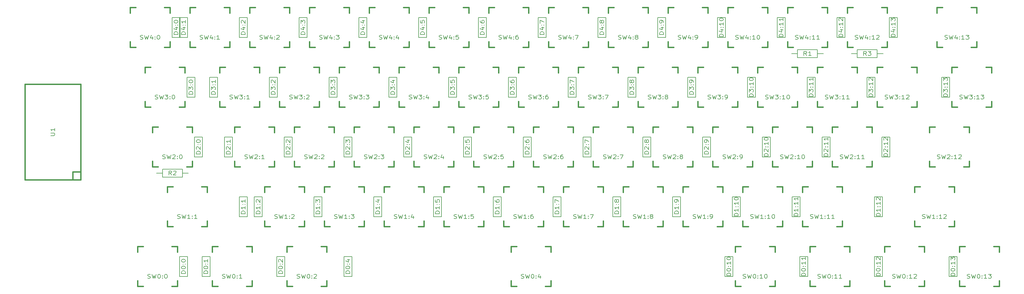
<source format=gto>
G04 #@! TF.FileFunction,Legend,Top*
%FSLAX46Y46*%
G04 Gerber Fmt 4.6, Leading zero omitted, Abs format (unit mm)*
G04 Created by KiCad (PCBNEW 4.1.0-alpha+201607250105+6992~46~ubuntu16.04.1-product) date Thu Aug 25 14:36:27 2016*
%MOMM*%
%LPD*%
G01*
G04 APERTURE LIST*
%ADD10C,0.150000*%
%ADD11C,0.203200*%
%ADD12C,0.381000*%
G04 APERTURE END LIST*
D10*
D11*
X257175000Y-57864375D02*
X263525000Y-57864375D01*
X263525000Y-57864375D02*
X263525000Y-60404375D01*
X263525000Y-60404375D02*
X257175000Y-60404375D01*
X257175000Y-60404375D02*
X257175000Y-57864375D01*
X265430000Y-59134375D02*
X263525000Y-59134375D01*
X255270000Y-59134375D02*
X257175000Y-59134375D01*
X54768750Y-95964375D02*
X61118750Y-95964375D01*
X61118750Y-95964375D02*
X61118750Y-98504375D01*
X61118750Y-98504375D02*
X54768750Y-98504375D01*
X54768750Y-98504375D02*
X54768750Y-95964375D01*
X63023750Y-97234375D02*
X61118750Y-97234375D01*
X52863750Y-97234375D02*
X54768750Y-97234375D01*
X276225000Y-57864375D02*
X282575000Y-57864375D01*
X282575000Y-57864375D02*
X282575000Y-60404375D01*
X282575000Y-60404375D02*
X276225000Y-60404375D01*
X276225000Y-60404375D02*
X276225000Y-57864375D01*
X284480000Y-59134375D02*
X282575000Y-59134375D01*
X274320000Y-59134375D02*
X276225000Y-59134375D01*
D12*
X46831250Y-120650000D02*
X48609250Y-120650000D01*
X57753250Y-120650000D02*
X59531250Y-120650000D01*
X59531250Y-120650000D02*
X59531250Y-122428000D01*
X59531250Y-131572000D02*
X59531250Y-133350000D01*
X59531250Y-133350000D02*
X57753250Y-133350000D01*
X48609250Y-133350000D02*
X46831250Y-133350000D01*
X46831250Y-133350000D02*
X46831250Y-131572000D01*
X46831250Y-122428000D02*
X46831250Y-120650000D01*
X70643750Y-120650000D02*
X72421750Y-120650000D01*
X81565750Y-120650000D02*
X83343750Y-120650000D01*
X83343750Y-120650000D02*
X83343750Y-122428000D01*
X83343750Y-131572000D02*
X83343750Y-133350000D01*
X83343750Y-133350000D02*
X81565750Y-133350000D01*
X72421750Y-133350000D02*
X70643750Y-133350000D01*
X70643750Y-133350000D02*
X70643750Y-131572000D01*
X70643750Y-122428000D02*
X70643750Y-120650000D01*
X94456250Y-120650000D02*
X96234250Y-120650000D01*
X105378250Y-120650000D02*
X107156250Y-120650000D01*
X107156250Y-120650000D02*
X107156250Y-122428000D01*
X107156250Y-131572000D02*
X107156250Y-133350000D01*
X107156250Y-133350000D02*
X105378250Y-133350000D01*
X96234250Y-133350000D02*
X94456250Y-133350000D01*
X94456250Y-133350000D02*
X94456250Y-131572000D01*
X94456250Y-122428000D02*
X94456250Y-120650000D01*
X237331250Y-120650000D02*
X239109250Y-120650000D01*
X248253250Y-120650000D02*
X250031250Y-120650000D01*
X250031250Y-120650000D02*
X250031250Y-122428000D01*
X250031250Y-131572000D02*
X250031250Y-133350000D01*
X250031250Y-133350000D02*
X248253250Y-133350000D01*
X239109250Y-133350000D02*
X237331250Y-133350000D01*
X237331250Y-133350000D02*
X237331250Y-131572000D01*
X237331250Y-122428000D02*
X237331250Y-120650000D01*
X261143750Y-120650000D02*
X262921750Y-120650000D01*
X272065750Y-120650000D02*
X273843750Y-120650000D01*
X273843750Y-120650000D02*
X273843750Y-122428000D01*
X273843750Y-131572000D02*
X273843750Y-133350000D01*
X273843750Y-133350000D02*
X272065750Y-133350000D01*
X262921750Y-133350000D02*
X261143750Y-133350000D01*
X261143750Y-133350000D02*
X261143750Y-131572000D01*
X261143750Y-122428000D02*
X261143750Y-120650000D01*
X284956250Y-120650000D02*
X286734250Y-120650000D01*
X295878250Y-120650000D02*
X297656250Y-120650000D01*
X297656250Y-120650000D02*
X297656250Y-122428000D01*
X297656250Y-131572000D02*
X297656250Y-133350000D01*
X297656250Y-133350000D02*
X295878250Y-133350000D01*
X286734250Y-133350000D02*
X284956250Y-133350000D01*
X284956250Y-133350000D02*
X284956250Y-131572000D01*
X284956250Y-122428000D02*
X284956250Y-120650000D01*
X308768750Y-120650000D02*
X310546750Y-120650000D01*
X319690750Y-120650000D02*
X321468750Y-120650000D01*
X321468750Y-120650000D02*
X321468750Y-122428000D01*
X321468750Y-131572000D02*
X321468750Y-133350000D01*
X321468750Y-133350000D02*
X319690750Y-133350000D01*
X310546750Y-133350000D02*
X308768750Y-133350000D01*
X308768750Y-133350000D02*
X308768750Y-131572000D01*
X308768750Y-122428000D02*
X308768750Y-120650000D01*
X56356250Y-101600000D02*
X58134250Y-101600000D01*
X67278250Y-101600000D02*
X69056250Y-101600000D01*
X69056250Y-101600000D02*
X69056250Y-103378000D01*
X69056250Y-112522000D02*
X69056250Y-114300000D01*
X69056250Y-114300000D02*
X67278250Y-114300000D01*
X58134250Y-114300000D02*
X56356250Y-114300000D01*
X56356250Y-114300000D02*
X56356250Y-112522000D01*
X56356250Y-103378000D02*
X56356250Y-101600000D01*
X87312500Y-101600000D02*
X89090500Y-101600000D01*
X98234500Y-101600000D02*
X100012500Y-101600000D01*
X100012500Y-101600000D02*
X100012500Y-103378000D01*
X100012500Y-112522000D02*
X100012500Y-114300000D01*
X100012500Y-114300000D02*
X98234500Y-114300000D01*
X89090500Y-114300000D02*
X87312500Y-114300000D01*
X87312500Y-114300000D02*
X87312500Y-112522000D01*
X87312500Y-103378000D02*
X87312500Y-101600000D01*
X106362500Y-101600000D02*
X108140500Y-101600000D01*
X117284500Y-101600000D02*
X119062500Y-101600000D01*
X119062500Y-101600000D02*
X119062500Y-103378000D01*
X119062500Y-112522000D02*
X119062500Y-114300000D01*
X119062500Y-114300000D02*
X117284500Y-114300000D01*
X108140500Y-114300000D02*
X106362500Y-114300000D01*
X106362500Y-114300000D02*
X106362500Y-112522000D01*
X106362500Y-103378000D02*
X106362500Y-101600000D01*
X125412500Y-101600000D02*
X127190500Y-101600000D01*
X136334500Y-101600000D02*
X138112500Y-101600000D01*
X138112500Y-101600000D02*
X138112500Y-103378000D01*
X138112500Y-112522000D02*
X138112500Y-114300000D01*
X138112500Y-114300000D02*
X136334500Y-114300000D01*
X127190500Y-114300000D02*
X125412500Y-114300000D01*
X125412500Y-114300000D02*
X125412500Y-112522000D01*
X125412500Y-103378000D02*
X125412500Y-101600000D01*
X144462500Y-101600000D02*
X146240500Y-101600000D01*
X155384500Y-101600000D02*
X157162500Y-101600000D01*
X157162500Y-101600000D02*
X157162500Y-103378000D01*
X157162500Y-112522000D02*
X157162500Y-114300000D01*
X157162500Y-114300000D02*
X155384500Y-114300000D01*
X146240500Y-114300000D02*
X144462500Y-114300000D01*
X144462500Y-114300000D02*
X144462500Y-112522000D01*
X144462500Y-103378000D02*
X144462500Y-101600000D01*
X163512500Y-101600000D02*
X165290500Y-101600000D01*
X174434500Y-101600000D02*
X176212500Y-101600000D01*
X176212500Y-101600000D02*
X176212500Y-103378000D01*
X176212500Y-112522000D02*
X176212500Y-114300000D01*
X176212500Y-114300000D02*
X174434500Y-114300000D01*
X165290500Y-114300000D02*
X163512500Y-114300000D01*
X163512500Y-114300000D02*
X163512500Y-112522000D01*
X163512500Y-103378000D02*
X163512500Y-101600000D01*
X182562500Y-101600000D02*
X184340500Y-101600000D01*
X193484500Y-101600000D02*
X195262500Y-101600000D01*
X195262500Y-101600000D02*
X195262500Y-103378000D01*
X195262500Y-112522000D02*
X195262500Y-114300000D01*
X195262500Y-114300000D02*
X193484500Y-114300000D01*
X184340500Y-114300000D02*
X182562500Y-114300000D01*
X182562500Y-114300000D02*
X182562500Y-112522000D01*
X182562500Y-103378000D02*
X182562500Y-101600000D01*
X201612500Y-101600000D02*
X203390500Y-101600000D01*
X212534500Y-101600000D02*
X214312500Y-101600000D01*
X214312500Y-101600000D02*
X214312500Y-103378000D01*
X214312500Y-112522000D02*
X214312500Y-114300000D01*
X214312500Y-114300000D02*
X212534500Y-114300000D01*
X203390500Y-114300000D02*
X201612500Y-114300000D01*
X201612500Y-114300000D02*
X201612500Y-112522000D01*
X201612500Y-103378000D02*
X201612500Y-101600000D01*
X220662500Y-101600000D02*
X222440500Y-101600000D01*
X231584500Y-101600000D02*
X233362500Y-101600000D01*
X233362500Y-101600000D02*
X233362500Y-103378000D01*
X233362500Y-112522000D02*
X233362500Y-114300000D01*
X233362500Y-114300000D02*
X231584500Y-114300000D01*
X222440500Y-114300000D02*
X220662500Y-114300000D01*
X220662500Y-114300000D02*
X220662500Y-112522000D01*
X220662500Y-103378000D02*
X220662500Y-101600000D01*
X239712500Y-101600000D02*
X241490500Y-101600000D01*
X250634500Y-101600000D02*
X252412500Y-101600000D01*
X252412500Y-101600000D02*
X252412500Y-103378000D01*
X252412500Y-112522000D02*
X252412500Y-114300000D01*
X252412500Y-114300000D02*
X250634500Y-114300000D01*
X241490500Y-114300000D02*
X239712500Y-114300000D01*
X239712500Y-114300000D02*
X239712500Y-112522000D01*
X239712500Y-103378000D02*
X239712500Y-101600000D01*
X258762500Y-101600000D02*
X260540500Y-101600000D01*
X269684500Y-101600000D02*
X271462500Y-101600000D01*
X271462500Y-101600000D02*
X271462500Y-103378000D01*
X271462500Y-112522000D02*
X271462500Y-114300000D01*
X271462500Y-114300000D02*
X269684500Y-114300000D01*
X260540500Y-114300000D02*
X258762500Y-114300000D01*
X258762500Y-114300000D02*
X258762500Y-112522000D01*
X258762500Y-103378000D02*
X258762500Y-101600000D01*
X294481250Y-101600000D02*
X296259250Y-101600000D01*
X305403250Y-101600000D02*
X307181250Y-101600000D01*
X307181250Y-101600000D02*
X307181250Y-103378000D01*
X307181250Y-112522000D02*
X307181250Y-114300000D01*
X307181250Y-114300000D02*
X305403250Y-114300000D01*
X296259250Y-114300000D02*
X294481250Y-114300000D01*
X294481250Y-114300000D02*
X294481250Y-112522000D01*
X294481250Y-103378000D02*
X294481250Y-101600000D01*
X51593750Y-82550000D02*
X53371750Y-82550000D01*
X62515750Y-82550000D02*
X64293750Y-82550000D01*
X64293750Y-82550000D02*
X64293750Y-84328000D01*
X64293750Y-93472000D02*
X64293750Y-95250000D01*
X64293750Y-95250000D02*
X62515750Y-95250000D01*
X53371750Y-95250000D02*
X51593750Y-95250000D01*
X51593750Y-95250000D02*
X51593750Y-93472000D01*
X51593750Y-84328000D02*
X51593750Y-82550000D01*
X77787500Y-82550000D02*
X79565500Y-82550000D01*
X88709500Y-82550000D02*
X90487500Y-82550000D01*
X90487500Y-82550000D02*
X90487500Y-84328000D01*
X90487500Y-93472000D02*
X90487500Y-95250000D01*
X90487500Y-95250000D02*
X88709500Y-95250000D01*
X79565500Y-95250000D02*
X77787500Y-95250000D01*
X77787500Y-95250000D02*
X77787500Y-93472000D01*
X77787500Y-84328000D02*
X77787500Y-82550000D01*
X96837500Y-82550000D02*
X98615500Y-82550000D01*
X107759500Y-82550000D02*
X109537500Y-82550000D01*
X109537500Y-82550000D02*
X109537500Y-84328000D01*
X109537500Y-93472000D02*
X109537500Y-95250000D01*
X109537500Y-95250000D02*
X107759500Y-95250000D01*
X98615500Y-95250000D02*
X96837500Y-95250000D01*
X96837500Y-95250000D02*
X96837500Y-93472000D01*
X96837500Y-84328000D02*
X96837500Y-82550000D01*
X115887500Y-82550000D02*
X117665500Y-82550000D01*
X126809500Y-82550000D02*
X128587500Y-82550000D01*
X128587500Y-82550000D02*
X128587500Y-84328000D01*
X128587500Y-93472000D02*
X128587500Y-95250000D01*
X128587500Y-95250000D02*
X126809500Y-95250000D01*
X117665500Y-95250000D02*
X115887500Y-95250000D01*
X115887500Y-95250000D02*
X115887500Y-93472000D01*
X115887500Y-84328000D02*
X115887500Y-82550000D01*
X134937500Y-82550000D02*
X136715500Y-82550000D01*
X145859500Y-82550000D02*
X147637500Y-82550000D01*
X147637500Y-82550000D02*
X147637500Y-84328000D01*
X147637500Y-93472000D02*
X147637500Y-95250000D01*
X147637500Y-95250000D02*
X145859500Y-95250000D01*
X136715500Y-95250000D02*
X134937500Y-95250000D01*
X134937500Y-95250000D02*
X134937500Y-93472000D01*
X134937500Y-84328000D02*
X134937500Y-82550000D01*
X153987500Y-82550000D02*
X155765500Y-82550000D01*
X164909500Y-82550000D02*
X166687500Y-82550000D01*
X166687500Y-82550000D02*
X166687500Y-84328000D01*
X166687500Y-93472000D02*
X166687500Y-95250000D01*
X166687500Y-95250000D02*
X164909500Y-95250000D01*
X155765500Y-95250000D02*
X153987500Y-95250000D01*
X153987500Y-95250000D02*
X153987500Y-93472000D01*
X153987500Y-84328000D02*
X153987500Y-82550000D01*
X173037500Y-82550000D02*
X174815500Y-82550000D01*
X183959500Y-82550000D02*
X185737500Y-82550000D01*
X185737500Y-82550000D02*
X185737500Y-84328000D01*
X185737500Y-93472000D02*
X185737500Y-95250000D01*
X185737500Y-95250000D02*
X183959500Y-95250000D01*
X174815500Y-95250000D02*
X173037500Y-95250000D01*
X173037500Y-95250000D02*
X173037500Y-93472000D01*
X173037500Y-84328000D02*
X173037500Y-82550000D01*
X192087500Y-82550000D02*
X193865500Y-82550000D01*
X203009500Y-82550000D02*
X204787500Y-82550000D01*
X204787500Y-82550000D02*
X204787500Y-84328000D01*
X204787500Y-93472000D02*
X204787500Y-95250000D01*
X204787500Y-95250000D02*
X203009500Y-95250000D01*
X193865500Y-95250000D02*
X192087500Y-95250000D01*
X192087500Y-95250000D02*
X192087500Y-93472000D01*
X192087500Y-84328000D02*
X192087500Y-82550000D01*
X211137500Y-82550000D02*
X212915500Y-82550000D01*
X222059500Y-82550000D02*
X223837500Y-82550000D01*
X223837500Y-82550000D02*
X223837500Y-84328000D01*
X223837500Y-93472000D02*
X223837500Y-95250000D01*
X223837500Y-95250000D02*
X222059500Y-95250000D01*
X212915500Y-95250000D02*
X211137500Y-95250000D01*
X211137500Y-95250000D02*
X211137500Y-93472000D01*
X211137500Y-84328000D02*
X211137500Y-82550000D01*
X230187500Y-82550000D02*
X231965500Y-82550000D01*
X241109500Y-82550000D02*
X242887500Y-82550000D01*
X242887500Y-82550000D02*
X242887500Y-84328000D01*
X242887500Y-93472000D02*
X242887500Y-95250000D01*
X242887500Y-95250000D02*
X241109500Y-95250000D01*
X231965500Y-95250000D02*
X230187500Y-95250000D01*
X230187500Y-95250000D02*
X230187500Y-93472000D01*
X230187500Y-84328000D02*
X230187500Y-82550000D01*
X249237500Y-82550000D02*
X251015500Y-82550000D01*
X260159500Y-82550000D02*
X261937500Y-82550000D01*
X261937500Y-82550000D02*
X261937500Y-84328000D01*
X261937500Y-93472000D02*
X261937500Y-95250000D01*
X261937500Y-95250000D02*
X260159500Y-95250000D01*
X251015500Y-95250000D02*
X249237500Y-95250000D01*
X249237500Y-95250000D02*
X249237500Y-93472000D01*
X249237500Y-84328000D02*
X249237500Y-82550000D01*
X268287500Y-82550000D02*
X270065500Y-82550000D01*
X279209500Y-82550000D02*
X280987500Y-82550000D01*
X280987500Y-82550000D02*
X280987500Y-84328000D01*
X280987500Y-93472000D02*
X280987500Y-95250000D01*
X280987500Y-95250000D02*
X279209500Y-95250000D01*
X270065500Y-95250000D02*
X268287500Y-95250000D01*
X268287500Y-95250000D02*
X268287500Y-93472000D01*
X268287500Y-84328000D02*
X268287500Y-82550000D01*
X299243750Y-82550000D02*
X301021750Y-82550000D01*
X310165750Y-82550000D02*
X311943750Y-82550000D01*
X311943750Y-82550000D02*
X311943750Y-84328000D01*
X311943750Y-93472000D02*
X311943750Y-95250000D01*
X311943750Y-95250000D02*
X310165750Y-95250000D01*
X301021750Y-95250000D02*
X299243750Y-95250000D01*
X299243750Y-95250000D02*
X299243750Y-93472000D01*
X299243750Y-84328000D02*
X299243750Y-82550000D01*
X49212500Y-63500000D02*
X50990500Y-63500000D01*
X60134500Y-63500000D02*
X61912500Y-63500000D01*
X61912500Y-63500000D02*
X61912500Y-65278000D01*
X61912500Y-74422000D02*
X61912500Y-76200000D01*
X61912500Y-76200000D02*
X60134500Y-76200000D01*
X50990500Y-76200000D02*
X49212500Y-76200000D01*
X49212500Y-76200000D02*
X49212500Y-74422000D01*
X49212500Y-65278000D02*
X49212500Y-63500000D01*
X73025000Y-63500000D02*
X74803000Y-63500000D01*
X83947000Y-63500000D02*
X85725000Y-63500000D01*
X85725000Y-63500000D02*
X85725000Y-65278000D01*
X85725000Y-74422000D02*
X85725000Y-76200000D01*
X85725000Y-76200000D02*
X83947000Y-76200000D01*
X74803000Y-76200000D02*
X73025000Y-76200000D01*
X73025000Y-76200000D02*
X73025000Y-74422000D01*
X73025000Y-65278000D02*
X73025000Y-63500000D01*
X92075000Y-63500000D02*
X93853000Y-63500000D01*
X102997000Y-63500000D02*
X104775000Y-63500000D01*
X104775000Y-63500000D02*
X104775000Y-65278000D01*
X104775000Y-74422000D02*
X104775000Y-76200000D01*
X104775000Y-76200000D02*
X102997000Y-76200000D01*
X93853000Y-76200000D02*
X92075000Y-76200000D01*
X92075000Y-76200000D02*
X92075000Y-74422000D01*
X92075000Y-65278000D02*
X92075000Y-63500000D01*
X111125000Y-63500000D02*
X112903000Y-63500000D01*
X122047000Y-63500000D02*
X123825000Y-63500000D01*
X123825000Y-63500000D02*
X123825000Y-65278000D01*
X123825000Y-74422000D02*
X123825000Y-76200000D01*
X123825000Y-76200000D02*
X122047000Y-76200000D01*
X112903000Y-76200000D02*
X111125000Y-76200000D01*
X111125000Y-76200000D02*
X111125000Y-74422000D01*
X111125000Y-65278000D02*
X111125000Y-63500000D01*
X130175000Y-63500000D02*
X131953000Y-63500000D01*
X141097000Y-63500000D02*
X142875000Y-63500000D01*
X142875000Y-63500000D02*
X142875000Y-65278000D01*
X142875000Y-74422000D02*
X142875000Y-76200000D01*
X142875000Y-76200000D02*
X141097000Y-76200000D01*
X131953000Y-76200000D02*
X130175000Y-76200000D01*
X130175000Y-76200000D02*
X130175000Y-74422000D01*
X130175000Y-65278000D02*
X130175000Y-63500000D01*
X149225000Y-63500000D02*
X151003000Y-63500000D01*
X160147000Y-63500000D02*
X161925000Y-63500000D01*
X161925000Y-63500000D02*
X161925000Y-65278000D01*
X161925000Y-74422000D02*
X161925000Y-76200000D01*
X161925000Y-76200000D02*
X160147000Y-76200000D01*
X151003000Y-76200000D02*
X149225000Y-76200000D01*
X149225000Y-76200000D02*
X149225000Y-74422000D01*
X149225000Y-65278000D02*
X149225000Y-63500000D01*
X168275000Y-63500000D02*
X170053000Y-63500000D01*
X179197000Y-63500000D02*
X180975000Y-63500000D01*
X180975000Y-63500000D02*
X180975000Y-65278000D01*
X180975000Y-74422000D02*
X180975000Y-76200000D01*
X180975000Y-76200000D02*
X179197000Y-76200000D01*
X170053000Y-76200000D02*
X168275000Y-76200000D01*
X168275000Y-76200000D02*
X168275000Y-74422000D01*
X168275000Y-65278000D02*
X168275000Y-63500000D01*
X187325000Y-63500000D02*
X189103000Y-63500000D01*
X198247000Y-63500000D02*
X200025000Y-63500000D01*
X200025000Y-63500000D02*
X200025000Y-65278000D01*
X200025000Y-74422000D02*
X200025000Y-76200000D01*
X200025000Y-76200000D02*
X198247000Y-76200000D01*
X189103000Y-76200000D02*
X187325000Y-76200000D01*
X187325000Y-76200000D02*
X187325000Y-74422000D01*
X187325000Y-65278000D02*
X187325000Y-63500000D01*
X206375000Y-63500000D02*
X208153000Y-63500000D01*
X217297000Y-63500000D02*
X219075000Y-63500000D01*
X219075000Y-63500000D02*
X219075000Y-65278000D01*
X219075000Y-74422000D02*
X219075000Y-76200000D01*
X219075000Y-76200000D02*
X217297000Y-76200000D01*
X208153000Y-76200000D02*
X206375000Y-76200000D01*
X206375000Y-76200000D02*
X206375000Y-74422000D01*
X206375000Y-65278000D02*
X206375000Y-63500000D01*
X225425000Y-63500000D02*
X227203000Y-63500000D01*
X236347000Y-63500000D02*
X238125000Y-63500000D01*
X238125000Y-63500000D02*
X238125000Y-65278000D01*
X238125000Y-74422000D02*
X238125000Y-76200000D01*
X238125000Y-76200000D02*
X236347000Y-76200000D01*
X227203000Y-76200000D02*
X225425000Y-76200000D01*
X225425000Y-76200000D02*
X225425000Y-74422000D01*
X225425000Y-65278000D02*
X225425000Y-63500000D01*
X244475000Y-63500000D02*
X246253000Y-63500000D01*
X255397000Y-63500000D02*
X257175000Y-63500000D01*
X257175000Y-63500000D02*
X257175000Y-65278000D01*
X257175000Y-74422000D02*
X257175000Y-76200000D01*
X257175000Y-76200000D02*
X255397000Y-76200000D01*
X246253000Y-76200000D02*
X244475000Y-76200000D01*
X244475000Y-76200000D02*
X244475000Y-74422000D01*
X244475000Y-65278000D02*
X244475000Y-63500000D01*
X263525000Y-63500000D02*
X265303000Y-63500000D01*
X274447000Y-63500000D02*
X276225000Y-63500000D01*
X276225000Y-63500000D02*
X276225000Y-65278000D01*
X276225000Y-74422000D02*
X276225000Y-76200000D01*
X276225000Y-76200000D02*
X274447000Y-76200000D01*
X265303000Y-76200000D02*
X263525000Y-76200000D01*
X263525000Y-76200000D02*
X263525000Y-74422000D01*
X263525000Y-65278000D02*
X263525000Y-63500000D01*
X282575000Y-63500000D02*
X284353000Y-63500000D01*
X293497000Y-63500000D02*
X295275000Y-63500000D01*
X295275000Y-63500000D02*
X295275000Y-65278000D01*
X295275000Y-74422000D02*
X295275000Y-76200000D01*
X295275000Y-76200000D02*
X293497000Y-76200000D01*
X284353000Y-76200000D02*
X282575000Y-76200000D01*
X282575000Y-76200000D02*
X282575000Y-74422000D01*
X282575000Y-65278000D02*
X282575000Y-63500000D01*
X306387500Y-63500000D02*
X308165500Y-63500000D01*
X317309500Y-63500000D02*
X319087500Y-63500000D01*
X319087500Y-63500000D02*
X319087500Y-65278000D01*
X319087500Y-74422000D02*
X319087500Y-76200000D01*
X319087500Y-76200000D02*
X317309500Y-76200000D01*
X308165500Y-76200000D02*
X306387500Y-76200000D01*
X306387500Y-76200000D02*
X306387500Y-74422000D01*
X306387500Y-65278000D02*
X306387500Y-63500000D01*
X44450000Y-44450000D02*
X46228000Y-44450000D01*
X55372000Y-44450000D02*
X57150000Y-44450000D01*
X57150000Y-44450000D02*
X57150000Y-46228000D01*
X57150000Y-55372000D02*
X57150000Y-57150000D01*
X57150000Y-57150000D02*
X55372000Y-57150000D01*
X46228000Y-57150000D02*
X44450000Y-57150000D01*
X44450000Y-57150000D02*
X44450000Y-55372000D01*
X44450000Y-46228000D02*
X44450000Y-44450000D01*
X63500000Y-44450000D02*
X65278000Y-44450000D01*
X74422000Y-44450000D02*
X76200000Y-44450000D01*
X76200000Y-44450000D02*
X76200000Y-46228000D01*
X76200000Y-55372000D02*
X76200000Y-57150000D01*
X76200000Y-57150000D02*
X74422000Y-57150000D01*
X65278000Y-57150000D02*
X63500000Y-57150000D01*
X63500000Y-57150000D02*
X63500000Y-55372000D01*
X63500000Y-46228000D02*
X63500000Y-44450000D01*
X82550000Y-44450000D02*
X84328000Y-44450000D01*
X93472000Y-44450000D02*
X95250000Y-44450000D01*
X95250000Y-44450000D02*
X95250000Y-46228000D01*
X95250000Y-55372000D02*
X95250000Y-57150000D01*
X95250000Y-57150000D02*
X93472000Y-57150000D01*
X84328000Y-57150000D02*
X82550000Y-57150000D01*
X82550000Y-57150000D02*
X82550000Y-55372000D01*
X82550000Y-46228000D02*
X82550000Y-44450000D01*
X101600000Y-44450000D02*
X103378000Y-44450000D01*
X112522000Y-44450000D02*
X114300000Y-44450000D01*
X114300000Y-44450000D02*
X114300000Y-46228000D01*
X114300000Y-55372000D02*
X114300000Y-57150000D01*
X114300000Y-57150000D02*
X112522000Y-57150000D01*
X103378000Y-57150000D02*
X101600000Y-57150000D01*
X101600000Y-57150000D02*
X101600000Y-55372000D01*
X101600000Y-46228000D02*
X101600000Y-44450000D01*
X120650000Y-44450000D02*
X122428000Y-44450000D01*
X131572000Y-44450000D02*
X133350000Y-44450000D01*
X133350000Y-44450000D02*
X133350000Y-46228000D01*
X133350000Y-55372000D02*
X133350000Y-57150000D01*
X133350000Y-57150000D02*
X131572000Y-57150000D01*
X122428000Y-57150000D02*
X120650000Y-57150000D01*
X120650000Y-57150000D02*
X120650000Y-55372000D01*
X120650000Y-46228000D02*
X120650000Y-44450000D01*
X139700000Y-44450000D02*
X141478000Y-44450000D01*
X150622000Y-44450000D02*
X152400000Y-44450000D01*
X152400000Y-44450000D02*
X152400000Y-46228000D01*
X152400000Y-55372000D02*
X152400000Y-57150000D01*
X152400000Y-57150000D02*
X150622000Y-57150000D01*
X141478000Y-57150000D02*
X139700000Y-57150000D01*
X139700000Y-57150000D02*
X139700000Y-55372000D01*
X139700000Y-46228000D02*
X139700000Y-44450000D01*
X158750000Y-44450000D02*
X160528000Y-44450000D01*
X169672000Y-44450000D02*
X171450000Y-44450000D01*
X171450000Y-44450000D02*
X171450000Y-46228000D01*
X171450000Y-55372000D02*
X171450000Y-57150000D01*
X171450000Y-57150000D02*
X169672000Y-57150000D01*
X160528000Y-57150000D02*
X158750000Y-57150000D01*
X158750000Y-57150000D02*
X158750000Y-55372000D01*
X158750000Y-46228000D02*
X158750000Y-44450000D01*
X177800000Y-44450000D02*
X179578000Y-44450000D01*
X188722000Y-44450000D02*
X190500000Y-44450000D01*
X190500000Y-44450000D02*
X190500000Y-46228000D01*
X190500000Y-55372000D02*
X190500000Y-57150000D01*
X190500000Y-57150000D02*
X188722000Y-57150000D01*
X179578000Y-57150000D02*
X177800000Y-57150000D01*
X177800000Y-57150000D02*
X177800000Y-55372000D01*
X177800000Y-46228000D02*
X177800000Y-44450000D01*
X196850000Y-44450000D02*
X198628000Y-44450000D01*
X207772000Y-44450000D02*
X209550000Y-44450000D01*
X209550000Y-44450000D02*
X209550000Y-46228000D01*
X209550000Y-55372000D02*
X209550000Y-57150000D01*
X209550000Y-57150000D02*
X207772000Y-57150000D01*
X198628000Y-57150000D02*
X196850000Y-57150000D01*
X196850000Y-57150000D02*
X196850000Y-55372000D01*
X196850000Y-46228000D02*
X196850000Y-44450000D01*
X215900000Y-44450000D02*
X217678000Y-44450000D01*
X226822000Y-44450000D02*
X228600000Y-44450000D01*
X228600000Y-44450000D02*
X228600000Y-46228000D01*
X228600000Y-55372000D02*
X228600000Y-57150000D01*
X228600000Y-57150000D02*
X226822000Y-57150000D01*
X217678000Y-57150000D02*
X215900000Y-57150000D01*
X215900000Y-57150000D02*
X215900000Y-55372000D01*
X215900000Y-46228000D02*
X215900000Y-44450000D01*
X234950000Y-44450000D02*
X236728000Y-44450000D01*
X245872000Y-44450000D02*
X247650000Y-44450000D01*
X247650000Y-44450000D02*
X247650000Y-46228000D01*
X247650000Y-55372000D02*
X247650000Y-57150000D01*
X247650000Y-57150000D02*
X245872000Y-57150000D01*
X236728000Y-57150000D02*
X234950000Y-57150000D01*
X234950000Y-57150000D02*
X234950000Y-55372000D01*
X234950000Y-46228000D02*
X234950000Y-44450000D01*
X254000000Y-44450000D02*
X255778000Y-44450000D01*
X264922000Y-44450000D02*
X266700000Y-44450000D01*
X266700000Y-44450000D02*
X266700000Y-46228000D01*
X266700000Y-55372000D02*
X266700000Y-57150000D01*
X266700000Y-57150000D02*
X264922000Y-57150000D01*
X255778000Y-57150000D02*
X254000000Y-57150000D01*
X254000000Y-57150000D02*
X254000000Y-55372000D01*
X254000000Y-46228000D02*
X254000000Y-44450000D01*
X273050000Y-44450000D02*
X274828000Y-44450000D01*
X283972000Y-44450000D02*
X285750000Y-44450000D01*
X285750000Y-44450000D02*
X285750000Y-46228000D01*
X285750000Y-55372000D02*
X285750000Y-57150000D01*
X285750000Y-57150000D02*
X283972000Y-57150000D01*
X274828000Y-57150000D02*
X273050000Y-57150000D01*
X273050000Y-57150000D02*
X273050000Y-55372000D01*
X273050000Y-46228000D02*
X273050000Y-44450000D01*
X301625000Y-44450000D02*
X303403000Y-44450000D01*
X312547000Y-44450000D02*
X314325000Y-44450000D01*
X314325000Y-44450000D02*
X314325000Y-46228000D01*
X314325000Y-55372000D02*
X314325000Y-57150000D01*
X314325000Y-57150000D02*
X312547000Y-57150000D01*
X303403000Y-57150000D02*
X301625000Y-57150000D01*
X301625000Y-57150000D02*
X301625000Y-55372000D01*
X301625000Y-46228000D02*
X301625000Y-44450000D01*
X10953750Y-99377500D02*
X28733750Y-99377500D01*
X28733750Y-99377500D02*
X28733750Y-68897500D01*
X28733750Y-68897500D02*
X10953750Y-68897500D01*
X10953750Y-68897500D02*
X10953750Y-99377500D01*
X26193750Y-99377500D02*
X26193750Y-96837500D01*
X26193750Y-96837500D02*
X28733750Y-96837500D01*
D11*
X289004375Y-47625000D02*
X289004375Y-53975000D01*
X289004375Y-53975000D02*
X286464375Y-53975000D01*
X286464375Y-53975000D02*
X286464375Y-47625000D01*
X286464375Y-47625000D02*
X289004375Y-47625000D01*
X272335625Y-47625000D02*
X272335625Y-53975000D01*
X272335625Y-53975000D02*
X269795625Y-53975000D01*
X269795625Y-53975000D02*
X269795625Y-47625000D01*
X269795625Y-47625000D02*
X272335625Y-47625000D01*
X253285625Y-47625000D02*
X253285625Y-53975000D01*
X253285625Y-53975000D02*
X250745625Y-53975000D01*
X250745625Y-53975000D02*
X250745625Y-47625000D01*
X250745625Y-47625000D02*
X253285625Y-47625000D01*
X234235625Y-47625000D02*
X234235625Y-53975000D01*
X234235625Y-53975000D02*
X231695625Y-53975000D01*
X231695625Y-53975000D02*
X231695625Y-47625000D01*
X231695625Y-47625000D02*
X234235625Y-47625000D01*
X215185625Y-47625000D02*
X215185625Y-53975000D01*
X215185625Y-53975000D02*
X212645625Y-53975000D01*
X212645625Y-53975000D02*
X212645625Y-47625000D01*
X212645625Y-47625000D02*
X215185625Y-47625000D01*
X196135625Y-47625000D02*
X196135625Y-53975000D01*
X196135625Y-53975000D02*
X193595625Y-53975000D01*
X193595625Y-53975000D02*
X193595625Y-47625000D01*
X193595625Y-47625000D02*
X196135625Y-47625000D01*
X177085625Y-47625000D02*
X177085625Y-53975000D01*
X177085625Y-53975000D02*
X174545625Y-53975000D01*
X174545625Y-53975000D02*
X174545625Y-47625000D01*
X174545625Y-47625000D02*
X177085625Y-47625000D01*
X158035625Y-47625000D02*
X158035625Y-53975000D01*
X158035625Y-53975000D02*
X155495625Y-53975000D01*
X155495625Y-53975000D02*
X155495625Y-47625000D01*
X155495625Y-47625000D02*
X158035625Y-47625000D01*
X138985625Y-47625000D02*
X138985625Y-53975000D01*
X138985625Y-53975000D02*
X136445625Y-53975000D01*
X136445625Y-53975000D02*
X136445625Y-47625000D01*
X136445625Y-47625000D02*
X138985625Y-47625000D01*
X119935625Y-47625000D02*
X119935625Y-53975000D01*
X119935625Y-53975000D02*
X117395625Y-53975000D01*
X117395625Y-53975000D02*
X117395625Y-47625000D01*
X117395625Y-47625000D02*
X119935625Y-47625000D01*
X100885625Y-47625000D02*
X100885625Y-53975000D01*
X100885625Y-53975000D02*
X98345625Y-53975000D01*
X98345625Y-53975000D02*
X98345625Y-47625000D01*
X98345625Y-47625000D02*
X100885625Y-47625000D01*
X81835625Y-47625000D02*
X81835625Y-53975000D01*
X81835625Y-53975000D02*
X79295625Y-53975000D01*
X79295625Y-53975000D02*
X79295625Y-47625000D01*
X79295625Y-47625000D02*
X81835625Y-47625000D01*
X62785625Y-47625000D02*
X62785625Y-53975000D01*
X62785625Y-53975000D02*
X60245625Y-53975000D01*
X60245625Y-53975000D02*
X60245625Y-47625000D01*
X60245625Y-47625000D02*
X62785625Y-47625000D01*
X60404375Y-47625000D02*
X60404375Y-53975000D01*
X60404375Y-53975000D02*
X57864375Y-53975000D01*
X57864375Y-53975000D02*
X57864375Y-47625000D01*
X57864375Y-47625000D02*
X60404375Y-47625000D01*
X305673125Y-66675000D02*
X305673125Y-73025000D01*
X305673125Y-73025000D02*
X303133125Y-73025000D01*
X303133125Y-73025000D02*
X303133125Y-66675000D01*
X303133125Y-66675000D02*
X305673125Y-66675000D01*
X281860625Y-66675000D02*
X281860625Y-73025000D01*
X281860625Y-73025000D02*
X279320625Y-73025000D01*
X279320625Y-73025000D02*
X279320625Y-66675000D01*
X279320625Y-66675000D02*
X281860625Y-66675000D01*
X262810625Y-66675000D02*
X262810625Y-73025000D01*
X262810625Y-73025000D02*
X260270625Y-73025000D01*
X260270625Y-73025000D02*
X260270625Y-66675000D01*
X260270625Y-66675000D02*
X262810625Y-66675000D01*
X243760625Y-66675000D02*
X243760625Y-73025000D01*
X243760625Y-73025000D02*
X241220625Y-73025000D01*
X241220625Y-73025000D02*
X241220625Y-66675000D01*
X241220625Y-66675000D02*
X243760625Y-66675000D01*
X224710625Y-66675000D02*
X224710625Y-73025000D01*
X224710625Y-73025000D02*
X222170625Y-73025000D01*
X222170625Y-73025000D02*
X222170625Y-66675000D01*
X222170625Y-66675000D02*
X224710625Y-66675000D01*
X205660625Y-66675000D02*
X205660625Y-73025000D01*
X205660625Y-73025000D02*
X203120625Y-73025000D01*
X203120625Y-73025000D02*
X203120625Y-66675000D01*
X203120625Y-66675000D02*
X205660625Y-66675000D01*
X186610625Y-66675000D02*
X186610625Y-73025000D01*
X186610625Y-73025000D02*
X184070625Y-73025000D01*
X184070625Y-73025000D02*
X184070625Y-66675000D01*
X184070625Y-66675000D02*
X186610625Y-66675000D01*
X167560625Y-66675000D02*
X167560625Y-73025000D01*
X167560625Y-73025000D02*
X165020625Y-73025000D01*
X165020625Y-73025000D02*
X165020625Y-66675000D01*
X165020625Y-66675000D02*
X167560625Y-66675000D01*
X148510625Y-66675000D02*
X148510625Y-73025000D01*
X148510625Y-73025000D02*
X145970625Y-73025000D01*
X145970625Y-73025000D02*
X145970625Y-66675000D01*
X145970625Y-66675000D02*
X148510625Y-66675000D01*
X129460625Y-66675000D02*
X129460625Y-73025000D01*
X129460625Y-73025000D02*
X126920625Y-73025000D01*
X126920625Y-73025000D02*
X126920625Y-66675000D01*
X126920625Y-66675000D02*
X129460625Y-66675000D01*
X110410625Y-66675000D02*
X110410625Y-73025000D01*
X110410625Y-73025000D02*
X107870625Y-73025000D01*
X107870625Y-73025000D02*
X107870625Y-66675000D01*
X107870625Y-66675000D02*
X110410625Y-66675000D01*
X91360625Y-66675000D02*
X91360625Y-73025000D01*
X91360625Y-73025000D02*
X88820625Y-73025000D01*
X88820625Y-73025000D02*
X88820625Y-66675000D01*
X88820625Y-66675000D02*
X91360625Y-66675000D01*
X72310625Y-66675000D02*
X72310625Y-73025000D01*
X72310625Y-73025000D02*
X69770625Y-73025000D01*
X69770625Y-73025000D02*
X69770625Y-66675000D01*
X69770625Y-66675000D02*
X72310625Y-66675000D01*
X65166875Y-66675000D02*
X65166875Y-73025000D01*
X65166875Y-73025000D02*
X62626875Y-73025000D01*
X62626875Y-73025000D02*
X62626875Y-66675000D01*
X62626875Y-66675000D02*
X65166875Y-66675000D01*
X286623125Y-85725000D02*
X286623125Y-92075000D01*
X286623125Y-92075000D02*
X284083125Y-92075000D01*
X284083125Y-92075000D02*
X284083125Y-85725000D01*
X284083125Y-85725000D02*
X286623125Y-85725000D01*
X267573125Y-85725000D02*
X267573125Y-92075000D01*
X267573125Y-92075000D02*
X265033125Y-92075000D01*
X265033125Y-92075000D02*
X265033125Y-85725000D01*
X265033125Y-85725000D02*
X267573125Y-85725000D01*
X248523125Y-85725000D02*
X248523125Y-92075000D01*
X248523125Y-92075000D02*
X245983125Y-92075000D01*
X245983125Y-92075000D02*
X245983125Y-85725000D01*
X245983125Y-85725000D02*
X248523125Y-85725000D01*
X229473125Y-85725000D02*
X229473125Y-92075000D01*
X229473125Y-92075000D02*
X226933125Y-92075000D01*
X226933125Y-92075000D02*
X226933125Y-85725000D01*
X226933125Y-85725000D02*
X229473125Y-85725000D01*
X210423125Y-85725000D02*
X210423125Y-92075000D01*
X210423125Y-92075000D02*
X207883125Y-92075000D01*
X207883125Y-92075000D02*
X207883125Y-85725000D01*
X207883125Y-85725000D02*
X210423125Y-85725000D01*
X191373125Y-85725000D02*
X191373125Y-92075000D01*
X191373125Y-92075000D02*
X188833125Y-92075000D01*
X188833125Y-92075000D02*
X188833125Y-85725000D01*
X188833125Y-85725000D02*
X191373125Y-85725000D01*
X172323125Y-85725000D02*
X172323125Y-92075000D01*
X172323125Y-92075000D02*
X169783125Y-92075000D01*
X169783125Y-92075000D02*
X169783125Y-85725000D01*
X169783125Y-85725000D02*
X172323125Y-85725000D01*
X153273125Y-85725000D02*
X153273125Y-92075000D01*
X153273125Y-92075000D02*
X150733125Y-92075000D01*
X150733125Y-92075000D02*
X150733125Y-85725000D01*
X150733125Y-85725000D02*
X153273125Y-85725000D01*
X134223125Y-85725000D02*
X134223125Y-92075000D01*
X134223125Y-92075000D02*
X131683125Y-92075000D01*
X131683125Y-92075000D02*
X131683125Y-85725000D01*
X131683125Y-85725000D02*
X134223125Y-85725000D01*
X115173125Y-85725000D02*
X115173125Y-92075000D01*
X115173125Y-92075000D02*
X112633125Y-92075000D01*
X112633125Y-92075000D02*
X112633125Y-85725000D01*
X112633125Y-85725000D02*
X115173125Y-85725000D01*
X96123125Y-85725000D02*
X96123125Y-92075000D01*
X96123125Y-92075000D02*
X93583125Y-92075000D01*
X93583125Y-92075000D02*
X93583125Y-85725000D01*
X93583125Y-85725000D02*
X96123125Y-85725000D01*
X77073125Y-85725000D02*
X77073125Y-92075000D01*
X77073125Y-92075000D02*
X74533125Y-92075000D01*
X74533125Y-92075000D02*
X74533125Y-85725000D01*
X74533125Y-85725000D02*
X77073125Y-85725000D01*
X67548125Y-85725000D02*
X67548125Y-92075000D01*
X67548125Y-92075000D02*
X65008125Y-92075000D01*
X65008125Y-92075000D02*
X65008125Y-85725000D01*
X65008125Y-85725000D02*
X67548125Y-85725000D01*
X284241875Y-104775000D02*
X284241875Y-111125000D01*
X284241875Y-111125000D02*
X281701875Y-111125000D01*
X281701875Y-111125000D02*
X281701875Y-104775000D01*
X281701875Y-104775000D02*
X284241875Y-104775000D01*
X258048125Y-104775000D02*
X258048125Y-111125000D01*
X258048125Y-111125000D02*
X255508125Y-111125000D01*
X255508125Y-111125000D02*
X255508125Y-104775000D01*
X255508125Y-104775000D02*
X258048125Y-104775000D01*
X238998125Y-104775000D02*
X238998125Y-111125000D01*
X238998125Y-111125000D02*
X236458125Y-111125000D01*
X236458125Y-111125000D02*
X236458125Y-104775000D01*
X236458125Y-104775000D02*
X238998125Y-104775000D01*
X219948125Y-104775000D02*
X219948125Y-111125000D01*
X219948125Y-111125000D02*
X217408125Y-111125000D01*
X217408125Y-111125000D02*
X217408125Y-104775000D01*
X217408125Y-104775000D02*
X219948125Y-104775000D01*
X200898125Y-104775000D02*
X200898125Y-111125000D01*
X200898125Y-111125000D02*
X198358125Y-111125000D01*
X198358125Y-111125000D02*
X198358125Y-104775000D01*
X198358125Y-104775000D02*
X200898125Y-104775000D01*
X181848125Y-104775000D02*
X181848125Y-111125000D01*
X181848125Y-111125000D02*
X179308125Y-111125000D01*
X179308125Y-111125000D02*
X179308125Y-104775000D01*
X179308125Y-104775000D02*
X181848125Y-104775000D01*
X162798125Y-104775000D02*
X162798125Y-111125000D01*
X162798125Y-111125000D02*
X160258125Y-111125000D01*
X160258125Y-111125000D02*
X160258125Y-104775000D01*
X160258125Y-104775000D02*
X162798125Y-104775000D01*
X143748125Y-104775000D02*
X143748125Y-111125000D01*
X143748125Y-111125000D02*
X141208125Y-111125000D01*
X141208125Y-111125000D02*
X141208125Y-104775000D01*
X141208125Y-104775000D02*
X143748125Y-104775000D01*
X124698125Y-104775000D02*
X124698125Y-111125000D01*
X124698125Y-111125000D02*
X122158125Y-111125000D01*
X122158125Y-111125000D02*
X122158125Y-104775000D01*
X122158125Y-104775000D02*
X124698125Y-104775000D01*
X105648125Y-104775000D02*
X105648125Y-111125000D01*
X105648125Y-111125000D02*
X103108125Y-111125000D01*
X103108125Y-111125000D02*
X103108125Y-104775000D01*
X103108125Y-104775000D02*
X105648125Y-104775000D01*
X86598125Y-104775000D02*
X86598125Y-111125000D01*
X86598125Y-111125000D02*
X84058125Y-111125000D01*
X84058125Y-111125000D02*
X84058125Y-104775000D01*
X84058125Y-104775000D02*
X86598125Y-104775000D01*
X81835625Y-104775000D02*
X81835625Y-111125000D01*
X81835625Y-111125000D02*
X79295625Y-111125000D01*
X79295625Y-111125000D02*
X79295625Y-104775000D01*
X79295625Y-104775000D02*
X81835625Y-104775000D01*
X308054375Y-123825000D02*
X308054375Y-130175000D01*
X308054375Y-130175000D02*
X305514375Y-130175000D01*
X305514375Y-130175000D02*
X305514375Y-123825000D01*
X305514375Y-123825000D02*
X308054375Y-123825000D01*
X284241875Y-123825000D02*
X284241875Y-130175000D01*
X284241875Y-130175000D02*
X281701875Y-130175000D01*
X281701875Y-130175000D02*
X281701875Y-123825000D01*
X281701875Y-123825000D02*
X284241875Y-123825000D01*
X260429375Y-123825000D02*
X260429375Y-130175000D01*
X260429375Y-130175000D02*
X257889375Y-130175000D01*
X257889375Y-130175000D02*
X257889375Y-123825000D01*
X257889375Y-123825000D02*
X260429375Y-123825000D01*
X236616875Y-123825000D02*
X236616875Y-130175000D01*
X236616875Y-130175000D02*
X234076875Y-130175000D01*
X234076875Y-130175000D02*
X234076875Y-123825000D01*
X234076875Y-123825000D02*
X236616875Y-123825000D01*
X115173125Y-123825000D02*
X115173125Y-130175000D01*
X115173125Y-130175000D02*
X112633125Y-130175000D01*
X112633125Y-130175000D02*
X112633125Y-123825000D01*
X112633125Y-123825000D02*
X115173125Y-123825000D01*
X93741875Y-123825000D02*
X93741875Y-130175000D01*
X93741875Y-130175000D02*
X91201875Y-130175000D01*
X91201875Y-130175000D02*
X91201875Y-123825000D01*
X91201875Y-123825000D02*
X93741875Y-123825000D01*
X69929375Y-123825000D02*
X69929375Y-130175000D01*
X69929375Y-130175000D02*
X67389375Y-130175000D01*
X67389375Y-130175000D02*
X67389375Y-123825000D01*
X67389375Y-123825000D02*
X69929375Y-123825000D01*
X62785625Y-123825000D02*
X62785625Y-130175000D01*
X62785625Y-130175000D02*
X60245625Y-130175000D01*
X60245625Y-130175000D02*
X60245625Y-123825000D01*
X60245625Y-123825000D02*
X62785625Y-123825000D01*
D12*
X165893750Y-120650000D02*
X167671750Y-120650000D01*
X176815750Y-120650000D02*
X178593750Y-120650000D01*
X178593750Y-120650000D02*
X178593750Y-122428000D01*
X178593750Y-131572000D02*
X178593750Y-133350000D01*
X178593750Y-133350000D02*
X176815750Y-133350000D01*
X167671750Y-133350000D02*
X165893750Y-133350000D01*
X165893750Y-133350000D02*
X165893750Y-131572000D01*
X165893750Y-122428000D02*
X165893750Y-120650000D01*
D11*
X260096000Y-59708898D02*
X259588000Y-59104136D01*
X259225142Y-59708898D02*
X259225142Y-58438898D01*
X259805714Y-58438898D01*
X259950857Y-58499375D01*
X260023428Y-58559851D01*
X260096000Y-58680803D01*
X260096000Y-58862232D01*
X260023428Y-58983184D01*
X259950857Y-59043660D01*
X259805714Y-59104136D01*
X259225142Y-59104136D01*
X261547428Y-59708898D02*
X260676571Y-59708898D01*
X261112000Y-59708898D02*
X261112000Y-58438898D01*
X260966857Y-58620327D01*
X260821714Y-58741279D01*
X260676571Y-58801755D01*
X57689750Y-97808898D02*
X57181750Y-97204136D01*
X56818892Y-97808898D02*
X56818892Y-96538898D01*
X57399464Y-96538898D01*
X57544607Y-96599375D01*
X57617178Y-96659851D01*
X57689750Y-96780803D01*
X57689750Y-96962232D01*
X57617178Y-97083184D01*
X57544607Y-97143660D01*
X57399464Y-97204136D01*
X56818892Y-97204136D01*
X58270321Y-96659851D02*
X58342892Y-96599375D01*
X58488035Y-96538898D01*
X58850892Y-96538898D01*
X58996035Y-96599375D01*
X59068607Y-96659851D01*
X59141178Y-96780803D01*
X59141178Y-96901755D01*
X59068607Y-97083184D01*
X58197750Y-97808898D01*
X59141178Y-97808898D01*
X279146000Y-59708898D02*
X278638000Y-59104136D01*
X278275142Y-59708898D02*
X278275142Y-58438898D01*
X278855714Y-58438898D01*
X279000857Y-58499375D01*
X279073428Y-58559851D01*
X279146000Y-58680803D01*
X279146000Y-58862232D01*
X279073428Y-58983184D01*
X279000857Y-59043660D01*
X278855714Y-59104136D01*
X278275142Y-59104136D01*
X279654000Y-58438898D02*
X280597428Y-58438898D01*
X280089428Y-58922708D01*
X280307142Y-58922708D01*
X280452285Y-58983184D01*
X280524857Y-59043660D01*
X280597428Y-59164613D01*
X280597428Y-59466994D01*
X280524857Y-59587946D01*
X280452285Y-59648422D01*
X280307142Y-59708898D01*
X279871714Y-59708898D01*
X279726571Y-59648422D01*
X279654000Y-59587946D01*
X50060678Y-130689047D02*
X50278392Y-130749523D01*
X50641250Y-130749523D01*
X50786392Y-130689047D01*
X50858964Y-130628571D01*
X50931535Y-130507619D01*
X50931535Y-130386666D01*
X50858964Y-130265714D01*
X50786392Y-130205238D01*
X50641250Y-130144761D01*
X50350964Y-130084285D01*
X50205821Y-130023809D01*
X50133250Y-129963333D01*
X50060678Y-129842380D01*
X50060678Y-129721428D01*
X50133250Y-129600476D01*
X50205821Y-129540000D01*
X50350964Y-129479523D01*
X50713821Y-129479523D01*
X50931535Y-129540000D01*
X51439535Y-129479523D02*
X51802392Y-130749523D01*
X52092678Y-129842380D01*
X52382964Y-130749523D01*
X52745821Y-129479523D01*
X53616678Y-129479523D02*
X53761821Y-129479523D01*
X53906964Y-129540000D01*
X53979535Y-129600476D01*
X54052107Y-129721428D01*
X54124678Y-129963333D01*
X54124678Y-130265714D01*
X54052107Y-130507619D01*
X53979535Y-130628571D01*
X53906964Y-130689047D01*
X53761821Y-130749523D01*
X53616678Y-130749523D01*
X53471535Y-130689047D01*
X53398964Y-130628571D01*
X53326392Y-130507619D01*
X53253821Y-130265714D01*
X53253821Y-129963333D01*
X53326392Y-129721428D01*
X53398964Y-129600476D01*
X53471535Y-129540000D01*
X53616678Y-129479523D01*
X54777821Y-130628571D02*
X54850392Y-130689047D01*
X54777821Y-130749523D01*
X54705250Y-130689047D01*
X54777821Y-130628571D01*
X54777821Y-130749523D01*
X54777821Y-129963333D02*
X54850392Y-130023809D01*
X54777821Y-130084285D01*
X54705250Y-130023809D01*
X54777821Y-129963333D01*
X54777821Y-130084285D01*
X55793821Y-129479523D02*
X55938964Y-129479523D01*
X56084107Y-129540000D01*
X56156678Y-129600476D01*
X56229250Y-129721428D01*
X56301821Y-129963333D01*
X56301821Y-130265714D01*
X56229250Y-130507619D01*
X56156678Y-130628571D01*
X56084107Y-130689047D01*
X55938964Y-130749523D01*
X55793821Y-130749523D01*
X55648678Y-130689047D01*
X55576107Y-130628571D01*
X55503535Y-130507619D01*
X55430964Y-130265714D01*
X55430964Y-129963333D01*
X55503535Y-129721428D01*
X55576107Y-129600476D01*
X55648678Y-129540000D01*
X55793821Y-129479523D01*
X73873178Y-130689047D02*
X74090892Y-130749523D01*
X74453750Y-130749523D01*
X74598892Y-130689047D01*
X74671464Y-130628571D01*
X74744035Y-130507619D01*
X74744035Y-130386666D01*
X74671464Y-130265714D01*
X74598892Y-130205238D01*
X74453750Y-130144761D01*
X74163464Y-130084285D01*
X74018321Y-130023809D01*
X73945750Y-129963333D01*
X73873178Y-129842380D01*
X73873178Y-129721428D01*
X73945750Y-129600476D01*
X74018321Y-129540000D01*
X74163464Y-129479523D01*
X74526321Y-129479523D01*
X74744035Y-129540000D01*
X75252035Y-129479523D02*
X75614892Y-130749523D01*
X75905178Y-129842380D01*
X76195464Y-130749523D01*
X76558321Y-129479523D01*
X77429178Y-129479523D02*
X77574321Y-129479523D01*
X77719464Y-129540000D01*
X77792035Y-129600476D01*
X77864607Y-129721428D01*
X77937178Y-129963333D01*
X77937178Y-130265714D01*
X77864607Y-130507619D01*
X77792035Y-130628571D01*
X77719464Y-130689047D01*
X77574321Y-130749523D01*
X77429178Y-130749523D01*
X77284035Y-130689047D01*
X77211464Y-130628571D01*
X77138892Y-130507619D01*
X77066321Y-130265714D01*
X77066321Y-129963333D01*
X77138892Y-129721428D01*
X77211464Y-129600476D01*
X77284035Y-129540000D01*
X77429178Y-129479523D01*
X78590321Y-130628571D02*
X78662892Y-130689047D01*
X78590321Y-130749523D01*
X78517750Y-130689047D01*
X78590321Y-130628571D01*
X78590321Y-130749523D01*
X78590321Y-129963333D02*
X78662892Y-130023809D01*
X78590321Y-130084285D01*
X78517750Y-130023809D01*
X78590321Y-129963333D01*
X78590321Y-130084285D01*
X80114321Y-130749523D02*
X79243464Y-130749523D01*
X79678892Y-130749523D02*
X79678892Y-129479523D01*
X79533750Y-129660952D01*
X79388607Y-129781904D01*
X79243464Y-129842380D01*
X97685678Y-130689047D02*
X97903392Y-130749523D01*
X98266250Y-130749523D01*
X98411392Y-130689047D01*
X98483964Y-130628571D01*
X98556535Y-130507619D01*
X98556535Y-130386666D01*
X98483964Y-130265714D01*
X98411392Y-130205238D01*
X98266250Y-130144761D01*
X97975964Y-130084285D01*
X97830821Y-130023809D01*
X97758250Y-129963333D01*
X97685678Y-129842380D01*
X97685678Y-129721428D01*
X97758250Y-129600476D01*
X97830821Y-129540000D01*
X97975964Y-129479523D01*
X98338821Y-129479523D01*
X98556535Y-129540000D01*
X99064535Y-129479523D02*
X99427392Y-130749523D01*
X99717678Y-129842380D01*
X100007964Y-130749523D01*
X100370821Y-129479523D01*
X101241678Y-129479523D02*
X101386821Y-129479523D01*
X101531964Y-129540000D01*
X101604535Y-129600476D01*
X101677107Y-129721428D01*
X101749678Y-129963333D01*
X101749678Y-130265714D01*
X101677107Y-130507619D01*
X101604535Y-130628571D01*
X101531964Y-130689047D01*
X101386821Y-130749523D01*
X101241678Y-130749523D01*
X101096535Y-130689047D01*
X101023964Y-130628571D01*
X100951392Y-130507619D01*
X100878821Y-130265714D01*
X100878821Y-129963333D01*
X100951392Y-129721428D01*
X101023964Y-129600476D01*
X101096535Y-129540000D01*
X101241678Y-129479523D01*
X102402821Y-130628571D02*
X102475392Y-130689047D01*
X102402821Y-130749523D01*
X102330250Y-130689047D01*
X102402821Y-130628571D01*
X102402821Y-130749523D01*
X102402821Y-129963333D02*
X102475392Y-130023809D01*
X102402821Y-130084285D01*
X102330250Y-130023809D01*
X102402821Y-129963333D01*
X102402821Y-130084285D01*
X103055964Y-129600476D02*
X103128535Y-129540000D01*
X103273678Y-129479523D01*
X103636535Y-129479523D01*
X103781678Y-129540000D01*
X103854250Y-129600476D01*
X103926821Y-129721428D01*
X103926821Y-129842380D01*
X103854250Y-130023809D01*
X102983392Y-130749523D01*
X103926821Y-130749523D01*
X239834964Y-130689047D02*
X240052678Y-130749523D01*
X240415535Y-130749523D01*
X240560678Y-130689047D01*
X240633250Y-130628571D01*
X240705821Y-130507619D01*
X240705821Y-130386666D01*
X240633250Y-130265714D01*
X240560678Y-130205238D01*
X240415535Y-130144761D01*
X240125250Y-130084285D01*
X239980107Y-130023809D01*
X239907535Y-129963333D01*
X239834964Y-129842380D01*
X239834964Y-129721428D01*
X239907535Y-129600476D01*
X239980107Y-129540000D01*
X240125250Y-129479523D01*
X240488107Y-129479523D01*
X240705821Y-129540000D01*
X241213821Y-129479523D02*
X241576678Y-130749523D01*
X241866964Y-129842380D01*
X242157250Y-130749523D01*
X242520107Y-129479523D01*
X243390964Y-129479523D02*
X243536107Y-129479523D01*
X243681250Y-129540000D01*
X243753821Y-129600476D01*
X243826392Y-129721428D01*
X243898964Y-129963333D01*
X243898964Y-130265714D01*
X243826392Y-130507619D01*
X243753821Y-130628571D01*
X243681250Y-130689047D01*
X243536107Y-130749523D01*
X243390964Y-130749523D01*
X243245821Y-130689047D01*
X243173250Y-130628571D01*
X243100678Y-130507619D01*
X243028107Y-130265714D01*
X243028107Y-129963333D01*
X243100678Y-129721428D01*
X243173250Y-129600476D01*
X243245821Y-129540000D01*
X243390964Y-129479523D01*
X244552107Y-130628571D02*
X244624678Y-130689047D01*
X244552107Y-130749523D01*
X244479535Y-130689047D01*
X244552107Y-130628571D01*
X244552107Y-130749523D01*
X244552107Y-129963333D02*
X244624678Y-130023809D01*
X244552107Y-130084285D01*
X244479535Y-130023809D01*
X244552107Y-129963333D01*
X244552107Y-130084285D01*
X246076107Y-130749523D02*
X245205250Y-130749523D01*
X245640678Y-130749523D02*
X245640678Y-129479523D01*
X245495535Y-129660952D01*
X245350392Y-129781904D01*
X245205250Y-129842380D01*
X247019535Y-129479523D02*
X247164678Y-129479523D01*
X247309821Y-129540000D01*
X247382392Y-129600476D01*
X247454964Y-129721428D01*
X247527535Y-129963333D01*
X247527535Y-130265714D01*
X247454964Y-130507619D01*
X247382392Y-130628571D01*
X247309821Y-130689047D01*
X247164678Y-130749523D01*
X247019535Y-130749523D01*
X246874392Y-130689047D01*
X246801821Y-130628571D01*
X246729250Y-130507619D01*
X246656678Y-130265714D01*
X246656678Y-129963333D01*
X246729250Y-129721428D01*
X246801821Y-129600476D01*
X246874392Y-129540000D01*
X247019535Y-129479523D01*
X263647464Y-130689047D02*
X263865178Y-130749523D01*
X264228035Y-130749523D01*
X264373178Y-130689047D01*
X264445750Y-130628571D01*
X264518321Y-130507619D01*
X264518321Y-130386666D01*
X264445750Y-130265714D01*
X264373178Y-130205238D01*
X264228035Y-130144761D01*
X263937750Y-130084285D01*
X263792607Y-130023809D01*
X263720035Y-129963333D01*
X263647464Y-129842380D01*
X263647464Y-129721428D01*
X263720035Y-129600476D01*
X263792607Y-129540000D01*
X263937750Y-129479523D01*
X264300607Y-129479523D01*
X264518321Y-129540000D01*
X265026321Y-129479523D02*
X265389178Y-130749523D01*
X265679464Y-129842380D01*
X265969750Y-130749523D01*
X266332607Y-129479523D01*
X267203464Y-129479523D02*
X267348607Y-129479523D01*
X267493750Y-129540000D01*
X267566321Y-129600476D01*
X267638892Y-129721428D01*
X267711464Y-129963333D01*
X267711464Y-130265714D01*
X267638892Y-130507619D01*
X267566321Y-130628571D01*
X267493750Y-130689047D01*
X267348607Y-130749523D01*
X267203464Y-130749523D01*
X267058321Y-130689047D01*
X266985750Y-130628571D01*
X266913178Y-130507619D01*
X266840607Y-130265714D01*
X266840607Y-129963333D01*
X266913178Y-129721428D01*
X266985750Y-129600476D01*
X267058321Y-129540000D01*
X267203464Y-129479523D01*
X268364607Y-130628571D02*
X268437178Y-130689047D01*
X268364607Y-130749523D01*
X268292035Y-130689047D01*
X268364607Y-130628571D01*
X268364607Y-130749523D01*
X268364607Y-129963333D02*
X268437178Y-130023809D01*
X268364607Y-130084285D01*
X268292035Y-130023809D01*
X268364607Y-129963333D01*
X268364607Y-130084285D01*
X269888607Y-130749523D02*
X269017750Y-130749523D01*
X269453178Y-130749523D02*
X269453178Y-129479523D01*
X269308035Y-129660952D01*
X269162892Y-129781904D01*
X269017750Y-129842380D01*
X271340035Y-130749523D02*
X270469178Y-130749523D01*
X270904607Y-130749523D02*
X270904607Y-129479523D01*
X270759464Y-129660952D01*
X270614321Y-129781904D01*
X270469178Y-129842380D01*
X287459964Y-130689047D02*
X287677678Y-130749523D01*
X288040535Y-130749523D01*
X288185678Y-130689047D01*
X288258250Y-130628571D01*
X288330821Y-130507619D01*
X288330821Y-130386666D01*
X288258250Y-130265714D01*
X288185678Y-130205238D01*
X288040535Y-130144761D01*
X287750250Y-130084285D01*
X287605107Y-130023809D01*
X287532535Y-129963333D01*
X287459964Y-129842380D01*
X287459964Y-129721428D01*
X287532535Y-129600476D01*
X287605107Y-129540000D01*
X287750250Y-129479523D01*
X288113107Y-129479523D01*
X288330821Y-129540000D01*
X288838821Y-129479523D02*
X289201678Y-130749523D01*
X289491964Y-129842380D01*
X289782250Y-130749523D01*
X290145107Y-129479523D01*
X291015964Y-129479523D02*
X291161107Y-129479523D01*
X291306250Y-129540000D01*
X291378821Y-129600476D01*
X291451392Y-129721428D01*
X291523964Y-129963333D01*
X291523964Y-130265714D01*
X291451392Y-130507619D01*
X291378821Y-130628571D01*
X291306250Y-130689047D01*
X291161107Y-130749523D01*
X291015964Y-130749523D01*
X290870821Y-130689047D01*
X290798250Y-130628571D01*
X290725678Y-130507619D01*
X290653107Y-130265714D01*
X290653107Y-129963333D01*
X290725678Y-129721428D01*
X290798250Y-129600476D01*
X290870821Y-129540000D01*
X291015964Y-129479523D01*
X292177107Y-130628571D02*
X292249678Y-130689047D01*
X292177107Y-130749523D01*
X292104535Y-130689047D01*
X292177107Y-130628571D01*
X292177107Y-130749523D01*
X292177107Y-129963333D02*
X292249678Y-130023809D01*
X292177107Y-130084285D01*
X292104535Y-130023809D01*
X292177107Y-129963333D01*
X292177107Y-130084285D01*
X293701107Y-130749523D02*
X292830250Y-130749523D01*
X293265678Y-130749523D02*
X293265678Y-129479523D01*
X293120535Y-129660952D01*
X292975392Y-129781904D01*
X292830250Y-129842380D01*
X294281678Y-129600476D02*
X294354250Y-129540000D01*
X294499392Y-129479523D01*
X294862250Y-129479523D01*
X295007392Y-129540000D01*
X295079964Y-129600476D01*
X295152535Y-129721428D01*
X295152535Y-129842380D01*
X295079964Y-130023809D01*
X294209107Y-130749523D01*
X295152535Y-130749523D01*
X311272464Y-130689047D02*
X311490178Y-130749523D01*
X311853035Y-130749523D01*
X311998178Y-130689047D01*
X312070750Y-130628571D01*
X312143321Y-130507619D01*
X312143321Y-130386666D01*
X312070750Y-130265714D01*
X311998178Y-130205238D01*
X311853035Y-130144761D01*
X311562750Y-130084285D01*
X311417607Y-130023809D01*
X311345035Y-129963333D01*
X311272464Y-129842380D01*
X311272464Y-129721428D01*
X311345035Y-129600476D01*
X311417607Y-129540000D01*
X311562750Y-129479523D01*
X311925607Y-129479523D01*
X312143321Y-129540000D01*
X312651321Y-129479523D02*
X313014178Y-130749523D01*
X313304464Y-129842380D01*
X313594750Y-130749523D01*
X313957607Y-129479523D01*
X314828464Y-129479523D02*
X314973607Y-129479523D01*
X315118750Y-129540000D01*
X315191321Y-129600476D01*
X315263892Y-129721428D01*
X315336464Y-129963333D01*
X315336464Y-130265714D01*
X315263892Y-130507619D01*
X315191321Y-130628571D01*
X315118750Y-130689047D01*
X314973607Y-130749523D01*
X314828464Y-130749523D01*
X314683321Y-130689047D01*
X314610750Y-130628571D01*
X314538178Y-130507619D01*
X314465607Y-130265714D01*
X314465607Y-129963333D01*
X314538178Y-129721428D01*
X314610750Y-129600476D01*
X314683321Y-129540000D01*
X314828464Y-129479523D01*
X315989607Y-130628571D02*
X316062178Y-130689047D01*
X315989607Y-130749523D01*
X315917035Y-130689047D01*
X315989607Y-130628571D01*
X315989607Y-130749523D01*
X315989607Y-129963333D02*
X316062178Y-130023809D01*
X315989607Y-130084285D01*
X315917035Y-130023809D01*
X315989607Y-129963333D01*
X315989607Y-130084285D01*
X317513607Y-130749523D02*
X316642750Y-130749523D01*
X317078178Y-130749523D02*
X317078178Y-129479523D01*
X316933035Y-129660952D01*
X316787892Y-129781904D01*
X316642750Y-129842380D01*
X318021607Y-129479523D02*
X318965035Y-129479523D01*
X318457035Y-129963333D01*
X318674750Y-129963333D01*
X318819892Y-130023809D01*
X318892464Y-130084285D01*
X318965035Y-130205238D01*
X318965035Y-130507619D01*
X318892464Y-130628571D01*
X318819892Y-130689047D01*
X318674750Y-130749523D01*
X318239321Y-130749523D01*
X318094178Y-130689047D01*
X318021607Y-130628571D01*
X59585678Y-111639047D02*
X59803392Y-111699523D01*
X60166250Y-111699523D01*
X60311392Y-111639047D01*
X60383964Y-111578571D01*
X60456535Y-111457619D01*
X60456535Y-111336666D01*
X60383964Y-111215714D01*
X60311392Y-111155238D01*
X60166250Y-111094761D01*
X59875964Y-111034285D01*
X59730821Y-110973809D01*
X59658250Y-110913333D01*
X59585678Y-110792380D01*
X59585678Y-110671428D01*
X59658250Y-110550476D01*
X59730821Y-110490000D01*
X59875964Y-110429523D01*
X60238821Y-110429523D01*
X60456535Y-110490000D01*
X60964535Y-110429523D02*
X61327392Y-111699523D01*
X61617678Y-110792380D01*
X61907964Y-111699523D01*
X62270821Y-110429523D01*
X63649678Y-111699523D02*
X62778821Y-111699523D01*
X63214250Y-111699523D02*
X63214250Y-110429523D01*
X63069107Y-110610952D01*
X62923964Y-110731904D01*
X62778821Y-110792380D01*
X64302821Y-111578571D02*
X64375392Y-111639047D01*
X64302821Y-111699523D01*
X64230250Y-111639047D01*
X64302821Y-111578571D01*
X64302821Y-111699523D01*
X64302821Y-110913333D02*
X64375392Y-110973809D01*
X64302821Y-111034285D01*
X64230250Y-110973809D01*
X64302821Y-110913333D01*
X64302821Y-111034285D01*
X65826821Y-111699523D02*
X64955964Y-111699523D01*
X65391392Y-111699523D02*
X65391392Y-110429523D01*
X65246250Y-110610952D01*
X65101107Y-110731904D01*
X64955964Y-110792380D01*
X90541928Y-111639047D02*
X90759642Y-111699523D01*
X91122500Y-111699523D01*
X91267642Y-111639047D01*
X91340214Y-111578571D01*
X91412785Y-111457619D01*
X91412785Y-111336666D01*
X91340214Y-111215714D01*
X91267642Y-111155238D01*
X91122500Y-111094761D01*
X90832214Y-111034285D01*
X90687071Y-110973809D01*
X90614500Y-110913333D01*
X90541928Y-110792380D01*
X90541928Y-110671428D01*
X90614500Y-110550476D01*
X90687071Y-110490000D01*
X90832214Y-110429523D01*
X91195071Y-110429523D01*
X91412785Y-110490000D01*
X91920785Y-110429523D02*
X92283642Y-111699523D01*
X92573928Y-110792380D01*
X92864214Y-111699523D01*
X93227071Y-110429523D01*
X94605928Y-111699523D02*
X93735071Y-111699523D01*
X94170500Y-111699523D02*
X94170500Y-110429523D01*
X94025357Y-110610952D01*
X93880214Y-110731904D01*
X93735071Y-110792380D01*
X95259071Y-111578571D02*
X95331642Y-111639047D01*
X95259071Y-111699523D01*
X95186500Y-111639047D01*
X95259071Y-111578571D01*
X95259071Y-111699523D01*
X95259071Y-110913333D02*
X95331642Y-110973809D01*
X95259071Y-111034285D01*
X95186500Y-110973809D01*
X95259071Y-110913333D01*
X95259071Y-111034285D01*
X95912214Y-110550476D02*
X95984785Y-110490000D01*
X96129928Y-110429523D01*
X96492785Y-110429523D01*
X96637928Y-110490000D01*
X96710500Y-110550476D01*
X96783071Y-110671428D01*
X96783071Y-110792380D01*
X96710500Y-110973809D01*
X95839642Y-111699523D01*
X96783071Y-111699523D01*
X109591928Y-111639047D02*
X109809642Y-111699523D01*
X110172500Y-111699523D01*
X110317642Y-111639047D01*
X110390214Y-111578571D01*
X110462785Y-111457619D01*
X110462785Y-111336666D01*
X110390214Y-111215714D01*
X110317642Y-111155238D01*
X110172500Y-111094761D01*
X109882214Y-111034285D01*
X109737071Y-110973809D01*
X109664500Y-110913333D01*
X109591928Y-110792380D01*
X109591928Y-110671428D01*
X109664500Y-110550476D01*
X109737071Y-110490000D01*
X109882214Y-110429523D01*
X110245071Y-110429523D01*
X110462785Y-110490000D01*
X110970785Y-110429523D02*
X111333642Y-111699523D01*
X111623928Y-110792380D01*
X111914214Y-111699523D01*
X112277071Y-110429523D01*
X113655928Y-111699523D02*
X112785071Y-111699523D01*
X113220500Y-111699523D02*
X113220500Y-110429523D01*
X113075357Y-110610952D01*
X112930214Y-110731904D01*
X112785071Y-110792380D01*
X114309071Y-111578571D02*
X114381642Y-111639047D01*
X114309071Y-111699523D01*
X114236500Y-111639047D01*
X114309071Y-111578571D01*
X114309071Y-111699523D01*
X114309071Y-110913333D02*
X114381642Y-110973809D01*
X114309071Y-111034285D01*
X114236500Y-110973809D01*
X114309071Y-110913333D01*
X114309071Y-111034285D01*
X114889642Y-110429523D02*
X115833071Y-110429523D01*
X115325071Y-110913333D01*
X115542785Y-110913333D01*
X115687928Y-110973809D01*
X115760500Y-111034285D01*
X115833071Y-111155238D01*
X115833071Y-111457619D01*
X115760500Y-111578571D01*
X115687928Y-111639047D01*
X115542785Y-111699523D01*
X115107357Y-111699523D01*
X114962214Y-111639047D01*
X114889642Y-111578571D01*
X128641928Y-111639047D02*
X128859642Y-111699523D01*
X129222500Y-111699523D01*
X129367642Y-111639047D01*
X129440214Y-111578571D01*
X129512785Y-111457619D01*
X129512785Y-111336666D01*
X129440214Y-111215714D01*
X129367642Y-111155238D01*
X129222500Y-111094761D01*
X128932214Y-111034285D01*
X128787071Y-110973809D01*
X128714500Y-110913333D01*
X128641928Y-110792380D01*
X128641928Y-110671428D01*
X128714500Y-110550476D01*
X128787071Y-110490000D01*
X128932214Y-110429523D01*
X129295071Y-110429523D01*
X129512785Y-110490000D01*
X130020785Y-110429523D02*
X130383642Y-111699523D01*
X130673928Y-110792380D01*
X130964214Y-111699523D01*
X131327071Y-110429523D01*
X132705928Y-111699523D02*
X131835071Y-111699523D01*
X132270500Y-111699523D02*
X132270500Y-110429523D01*
X132125357Y-110610952D01*
X131980214Y-110731904D01*
X131835071Y-110792380D01*
X133359071Y-111578571D02*
X133431642Y-111639047D01*
X133359071Y-111699523D01*
X133286500Y-111639047D01*
X133359071Y-111578571D01*
X133359071Y-111699523D01*
X133359071Y-110913333D02*
X133431642Y-110973809D01*
X133359071Y-111034285D01*
X133286500Y-110973809D01*
X133359071Y-110913333D01*
X133359071Y-111034285D01*
X134737928Y-110852857D02*
X134737928Y-111699523D01*
X134375071Y-110369047D02*
X134012214Y-111276190D01*
X134955642Y-111276190D01*
X147691928Y-111639047D02*
X147909642Y-111699523D01*
X148272500Y-111699523D01*
X148417642Y-111639047D01*
X148490214Y-111578571D01*
X148562785Y-111457619D01*
X148562785Y-111336666D01*
X148490214Y-111215714D01*
X148417642Y-111155238D01*
X148272500Y-111094761D01*
X147982214Y-111034285D01*
X147837071Y-110973809D01*
X147764500Y-110913333D01*
X147691928Y-110792380D01*
X147691928Y-110671428D01*
X147764500Y-110550476D01*
X147837071Y-110490000D01*
X147982214Y-110429523D01*
X148345071Y-110429523D01*
X148562785Y-110490000D01*
X149070785Y-110429523D02*
X149433642Y-111699523D01*
X149723928Y-110792380D01*
X150014214Y-111699523D01*
X150377071Y-110429523D01*
X151755928Y-111699523D02*
X150885071Y-111699523D01*
X151320500Y-111699523D02*
X151320500Y-110429523D01*
X151175357Y-110610952D01*
X151030214Y-110731904D01*
X150885071Y-110792380D01*
X152409071Y-111578571D02*
X152481642Y-111639047D01*
X152409071Y-111699523D01*
X152336500Y-111639047D01*
X152409071Y-111578571D01*
X152409071Y-111699523D01*
X152409071Y-110913333D02*
X152481642Y-110973809D01*
X152409071Y-111034285D01*
X152336500Y-110973809D01*
X152409071Y-110913333D01*
X152409071Y-111034285D01*
X153860500Y-110429523D02*
X153134785Y-110429523D01*
X153062214Y-111034285D01*
X153134785Y-110973809D01*
X153279928Y-110913333D01*
X153642785Y-110913333D01*
X153787928Y-110973809D01*
X153860500Y-111034285D01*
X153933071Y-111155238D01*
X153933071Y-111457619D01*
X153860500Y-111578571D01*
X153787928Y-111639047D01*
X153642785Y-111699523D01*
X153279928Y-111699523D01*
X153134785Y-111639047D01*
X153062214Y-111578571D01*
X166741928Y-111639047D02*
X166959642Y-111699523D01*
X167322500Y-111699523D01*
X167467642Y-111639047D01*
X167540214Y-111578571D01*
X167612785Y-111457619D01*
X167612785Y-111336666D01*
X167540214Y-111215714D01*
X167467642Y-111155238D01*
X167322500Y-111094761D01*
X167032214Y-111034285D01*
X166887071Y-110973809D01*
X166814500Y-110913333D01*
X166741928Y-110792380D01*
X166741928Y-110671428D01*
X166814500Y-110550476D01*
X166887071Y-110490000D01*
X167032214Y-110429523D01*
X167395071Y-110429523D01*
X167612785Y-110490000D01*
X168120785Y-110429523D02*
X168483642Y-111699523D01*
X168773928Y-110792380D01*
X169064214Y-111699523D01*
X169427071Y-110429523D01*
X170805928Y-111699523D02*
X169935071Y-111699523D01*
X170370500Y-111699523D02*
X170370500Y-110429523D01*
X170225357Y-110610952D01*
X170080214Y-110731904D01*
X169935071Y-110792380D01*
X171459071Y-111578571D02*
X171531642Y-111639047D01*
X171459071Y-111699523D01*
X171386500Y-111639047D01*
X171459071Y-111578571D01*
X171459071Y-111699523D01*
X171459071Y-110913333D02*
X171531642Y-110973809D01*
X171459071Y-111034285D01*
X171386500Y-110973809D01*
X171459071Y-110913333D01*
X171459071Y-111034285D01*
X172837928Y-110429523D02*
X172547642Y-110429523D01*
X172402500Y-110490000D01*
X172329928Y-110550476D01*
X172184785Y-110731904D01*
X172112214Y-110973809D01*
X172112214Y-111457619D01*
X172184785Y-111578571D01*
X172257357Y-111639047D01*
X172402500Y-111699523D01*
X172692785Y-111699523D01*
X172837928Y-111639047D01*
X172910500Y-111578571D01*
X172983071Y-111457619D01*
X172983071Y-111155238D01*
X172910500Y-111034285D01*
X172837928Y-110973809D01*
X172692785Y-110913333D01*
X172402500Y-110913333D01*
X172257357Y-110973809D01*
X172184785Y-111034285D01*
X172112214Y-111155238D01*
X185791928Y-111639047D02*
X186009642Y-111699523D01*
X186372500Y-111699523D01*
X186517642Y-111639047D01*
X186590214Y-111578571D01*
X186662785Y-111457619D01*
X186662785Y-111336666D01*
X186590214Y-111215714D01*
X186517642Y-111155238D01*
X186372500Y-111094761D01*
X186082214Y-111034285D01*
X185937071Y-110973809D01*
X185864500Y-110913333D01*
X185791928Y-110792380D01*
X185791928Y-110671428D01*
X185864500Y-110550476D01*
X185937071Y-110490000D01*
X186082214Y-110429523D01*
X186445071Y-110429523D01*
X186662785Y-110490000D01*
X187170785Y-110429523D02*
X187533642Y-111699523D01*
X187823928Y-110792380D01*
X188114214Y-111699523D01*
X188477071Y-110429523D01*
X189855928Y-111699523D02*
X188985071Y-111699523D01*
X189420500Y-111699523D02*
X189420500Y-110429523D01*
X189275357Y-110610952D01*
X189130214Y-110731904D01*
X188985071Y-110792380D01*
X190509071Y-111578571D02*
X190581642Y-111639047D01*
X190509071Y-111699523D01*
X190436500Y-111639047D01*
X190509071Y-111578571D01*
X190509071Y-111699523D01*
X190509071Y-110913333D02*
X190581642Y-110973809D01*
X190509071Y-111034285D01*
X190436500Y-110973809D01*
X190509071Y-110913333D01*
X190509071Y-111034285D01*
X191089642Y-110429523D02*
X192105642Y-110429523D01*
X191452500Y-111699523D01*
X204841928Y-111639047D02*
X205059642Y-111699523D01*
X205422500Y-111699523D01*
X205567642Y-111639047D01*
X205640214Y-111578571D01*
X205712785Y-111457619D01*
X205712785Y-111336666D01*
X205640214Y-111215714D01*
X205567642Y-111155238D01*
X205422500Y-111094761D01*
X205132214Y-111034285D01*
X204987071Y-110973809D01*
X204914500Y-110913333D01*
X204841928Y-110792380D01*
X204841928Y-110671428D01*
X204914500Y-110550476D01*
X204987071Y-110490000D01*
X205132214Y-110429523D01*
X205495071Y-110429523D01*
X205712785Y-110490000D01*
X206220785Y-110429523D02*
X206583642Y-111699523D01*
X206873928Y-110792380D01*
X207164214Y-111699523D01*
X207527071Y-110429523D01*
X208905928Y-111699523D02*
X208035071Y-111699523D01*
X208470500Y-111699523D02*
X208470500Y-110429523D01*
X208325357Y-110610952D01*
X208180214Y-110731904D01*
X208035071Y-110792380D01*
X209559071Y-111578571D02*
X209631642Y-111639047D01*
X209559071Y-111699523D01*
X209486500Y-111639047D01*
X209559071Y-111578571D01*
X209559071Y-111699523D01*
X209559071Y-110913333D02*
X209631642Y-110973809D01*
X209559071Y-111034285D01*
X209486500Y-110973809D01*
X209559071Y-110913333D01*
X209559071Y-111034285D01*
X210502500Y-110973809D02*
X210357357Y-110913333D01*
X210284785Y-110852857D01*
X210212214Y-110731904D01*
X210212214Y-110671428D01*
X210284785Y-110550476D01*
X210357357Y-110490000D01*
X210502500Y-110429523D01*
X210792785Y-110429523D01*
X210937928Y-110490000D01*
X211010500Y-110550476D01*
X211083071Y-110671428D01*
X211083071Y-110731904D01*
X211010500Y-110852857D01*
X210937928Y-110913333D01*
X210792785Y-110973809D01*
X210502500Y-110973809D01*
X210357357Y-111034285D01*
X210284785Y-111094761D01*
X210212214Y-111215714D01*
X210212214Y-111457619D01*
X210284785Y-111578571D01*
X210357357Y-111639047D01*
X210502500Y-111699523D01*
X210792785Y-111699523D01*
X210937928Y-111639047D01*
X211010500Y-111578571D01*
X211083071Y-111457619D01*
X211083071Y-111215714D01*
X211010500Y-111094761D01*
X210937928Y-111034285D01*
X210792785Y-110973809D01*
X223891928Y-111639047D02*
X224109642Y-111699523D01*
X224472500Y-111699523D01*
X224617642Y-111639047D01*
X224690214Y-111578571D01*
X224762785Y-111457619D01*
X224762785Y-111336666D01*
X224690214Y-111215714D01*
X224617642Y-111155238D01*
X224472500Y-111094761D01*
X224182214Y-111034285D01*
X224037071Y-110973809D01*
X223964500Y-110913333D01*
X223891928Y-110792380D01*
X223891928Y-110671428D01*
X223964500Y-110550476D01*
X224037071Y-110490000D01*
X224182214Y-110429523D01*
X224545071Y-110429523D01*
X224762785Y-110490000D01*
X225270785Y-110429523D02*
X225633642Y-111699523D01*
X225923928Y-110792380D01*
X226214214Y-111699523D01*
X226577071Y-110429523D01*
X227955928Y-111699523D02*
X227085071Y-111699523D01*
X227520500Y-111699523D02*
X227520500Y-110429523D01*
X227375357Y-110610952D01*
X227230214Y-110731904D01*
X227085071Y-110792380D01*
X228609071Y-111578571D02*
X228681642Y-111639047D01*
X228609071Y-111699523D01*
X228536500Y-111639047D01*
X228609071Y-111578571D01*
X228609071Y-111699523D01*
X228609071Y-110913333D02*
X228681642Y-110973809D01*
X228609071Y-111034285D01*
X228536500Y-110973809D01*
X228609071Y-110913333D01*
X228609071Y-111034285D01*
X229407357Y-111699523D02*
X229697642Y-111699523D01*
X229842785Y-111639047D01*
X229915357Y-111578571D01*
X230060500Y-111397142D01*
X230133071Y-111155238D01*
X230133071Y-110671428D01*
X230060500Y-110550476D01*
X229987928Y-110490000D01*
X229842785Y-110429523D01*
X229552500Y-110429523D01*
X229407357Y-110490000D01*
X229334785Y-110550476D01*
X229262214Y-110671428D01*
X229262214Y-110973809D01*
X229334785Y-111094761D01*
X229407357Y-111155238D01*
X229552500Y-111215714D01*
X229842785Y-111215714D01*
X229987928Y-111155238D01*
X230060500Y-111094761D01*
X230133071Y-110973809D01*
X242216214Y-111639047D02*
X242433928Y-111699523D01*
X242796785Y-111699523D01*
X242941928Y-111639047D01*
X243014500Y-111578571D01*
X243087071Y-111457619D01*
X243087071Y-111336666D01*
X243014500Y-111215714D01*
X242941928Y-111155238D01*
X242796785Y-111094761D01*
X242506500Y-111034285D01*
X242361357Y-110973809D01*
X242288785Y-110913333D01*
X242216214Y-110792380D01*
X242216214Y-110671428D01*
X242288785Y-110550476D01*
X242361357Y-110490000D01*
X242506500Y-110429523D01*
X242869357Y-110429523D01*
X243087071Y-110490000D01*
X243595071Y-110429523D02*
X243957928Y-111699523D01*
X244248214Y-110792380D01*
X244538500Y-111699523D01*
X244901357Y-110429523D01*
X246280214Y-111699523D02*
X245409357Y-111699523D01*
X245844785Y-111699523D02*
X245844785Y-110429523D01*
X245699642Y-110610952D01*
X245554500Y-110731904D01*
X245409357Y-110792380D01*
X246933357Y-111578571D02*
X247005928Y-111639047D01*
X246933357Y-111699523D01*
X246860785Y-111639047D01*
X246933357Y-111578571D01*
X246933357Y-111699523D01*
X246933357Y-110913333D02*
X247005928Y-110973809D01*
X246933357Y-111034285D01*
X246860785Y-110973809D01*
X246933357Y-110913333D01*
X246933357Y-111034285D01*
X248457357Y-111699523D02*
X247586500Y-111699523D01*
X248021928Y-111699523D02*
X248021928Y-110429523D01*
X247876785Y-110610952D01*
X247731642Y-110731904D01*
X247586500Y-110792380D01*
X249400785Y-110429523D02*
X249545928Y-110429523D01*
X249691071Y-110490000D01*
X249763642Y-110550476D01*
X249836214Y-110671428D01*
X249908785Y-110913333D01*
X249908785Y-111215714D01*
X249836214Y-111457619D01*
X249763642Y-111578571D01*
X249691071Y-111639047D01*
X249545928Y-111699523D01*
X249400785Y-111699523D01*
X249255642Y-111639047D01*
X249183071Y-111578571D01*
X249110500Y-111457619D01*
X249037928Y-111215714D01*
X249037928Y-110913333D01*
X249110500Y-110671428D01*
X249183071Y-110550476D01*
X249255642Y-110490000D01*
X249400785Y-110429523D01*
X261266214Y-111639047D02*
X261483928Y-111699523D01*
X261846785Y-111699523D01*
X261991928Y-111639047D01*
X262064500Y-111578571D01*
X262137071Y-111457619D01*
X262137071Y-111336666D01*
X262064500Y-111215714D01*
X261991928Y-111155238D01*
X261846785Y-111094761D01*
X261556500Y-111034285D01*
X261411357Y-110973809D01*
X261338785Y-110913333D01*
X261266214Y-110792380D01*
X261266214Y-110671428D01*
X261338785Y-110550476D01*
X261411357Y-110490000D01*
X261556500Y-110429523D01*
X261919357Y-110429523D01*
X262137071Y-110490000D01*
X262645071Y-110429523D02*
X263007928Y-111699523D01*
X263298214Y-110792380D01*
X263588500Y-111699523D01*
X263951357Y-110429523D01*
X265330214Y-111699523D02*
X264459357Y-111699523D01*
X264894785Y-111699523D02*
X264894785Y-110429523D01*
X264749642Y-110610952D01*
X264604500Y-110731904D01*
X264459357Y-110792380D01*
X265983357Y-111578571D02*
X266055928Y-111639047D01*
X265983357Y-111699523D01*
X265910785Y-111639047D01*
X265983357Y-111578571D01*
X265983357Y-111699523D01*
X265983357Y-110913333D02*
X266055928Y-110973809D01*
X265983357Y-111034285D01*
X265910785Y-110973809D01*
X265983357Y-110913333D01*
X265983357Y-111034285D01*
X267507357Y-111699523D02*
X266636500Y-111699523D01*
X267071928Y-111699523D02*
X267071928Y-110429523D01*
X266926785Y-110610952D01*
X266781642Y-110731904D01*
X266636500Y-110792380D01*
X268958785Y-111699523D02*
X268087928Y-111699523D01*
X268523357Y-111699523D02*
X268523357Y-110429523D01*
X268378214Y-110610952D01*
X268233071Y-110731904D01*
X268087928Y-110792380D01*
X296984964Y-111639047D02*
X297202678Y-111699523D01*
X297565535Y-111699523D01*
X297710678Y-111639047D01*
X297783250Y-111578571D01*
X297855821Y-111457619D01*
X297855821Y-111336666D01*
X297783250Y-111215714D01*
X297710678Y-111155238D01*
X297565535Y-111094761D01*
X297275250Y-111034285D01*
X297130107Y-110973809D01*
X297057535Y-110913333D01*
X296984964Y-110792380D01*
X296984964Y-110671428D01*
X297057535Y-110550476D01*
X297130107Y-110490000D01*
X297275250Y-110429523D01*
X297638107Y-110429523D01*
X297855821Y-110490000D01*
X298363821Y-110429523D02*
X298726678Y-111699523D01*
X299016964Y-110792380D01*
X299307250Y-111699523D01*
X299670107Y-110429523D01*
X301048964Y-111699523D02*
X300178107Y-111699523D01*
X300613535Y-111699523D02*
X300613535Y-110429523D01*
X300468392Y-110610952D01*
X300323250Y-110731904D01*
X300178107Y-110792380D01*
X301702107Y-111578571D02*
X301774678Y-111639047D01*
X301702107Y-111699523D01*
X301629535Y-111639047D01*
X301702107Y-111578571D01*
X301702107Y-111699523D01*
X301702107Y-110913333D02*
X301774678Y-110973809D01*
X301702107Y-111034285D01*
X301629535Y-110973809D01*
X301702107Y-110913333D01*
X301702107Y-111034285D01*
X303226107Y-111699523D02*
X302355250Y-111699523D01*
X302790678Y-111699523D02*
X302790678Y-110429523D01*
X302645535Y-110610952D01*
X302500392Y-110731904D01*
X302355250Y-110792380D01*
X303806678Y-110550476D02*
X303879250Y-110490000D01*
X304024392Y-110429523D01*
X304387250Y-110429523D01*
X304532392Y-110490000D01*
X304604964Y-110550476D01*
X304677535Y-110671428D01*
X304677535Y-110792380D01*
X304604964Y-110973809D01*
X303734107Y-111699523D01*
X304677535Y-111699523D01*
X54823178Y-92589047D02*
X55040892Y-92649523D01*
X55403750Y-92649523D01*
X55548892Y-92589047D01*
X55621464Y-92528571D01*
X55694035Y-92407619D01*
X55694035Y-92286666D01*
X55621464Y-92165714D01*
X55548892Y-92105238D01*
X55403750Y-92044761D01*
X55113464Y-91984285D01*
X54968321Y-91923809D01*
X54895750Y-91863333D01*
X54823178Y-91742380D01*
X54823178Y-91621428D01*
X54895750Y-91500476D01*
X54968321Y-91440000D01*
X55113464Y-91379523D01*
X55476321Y-91379523D01*
X55694035Y-91440000D01*
X56202035Y-91379523D02*
X56564892Y-92649523D01*
X56855178Y-91742380D01*
X57145464Y-92649523D01*
X57508321Y-91379523D01*
X58016321Y-91500476D02*
X58088892Y-91440000D01*
X58234035Y-91379523D01*
X58596892Y-91379523D01*
X58742035Y-91440000D01*
X58814607Y-91500476D01*
X58887178Y-91621428D01*
X58887178Y-91742380D01*
X58814607Y-91923809D01*
X57943750Y-92649523D01*
X58887178Y-92649523D01*
X59540321Y-92528571D02*
X59612892Y-92589047D01*
X59540321Y-92649523D01*
X59467750Y-92589047D01*
X59540321Y-92528571D01*
X59540321Y-92649523D01*
X59540321Y-91863333D02*
X59612892Y-91923809D01*
X59540321Y-91984285D01*
X59467750Y-91923809D01*
X59540321Y-91863333D01*
X59540321Y-91984285D01*
X60556321Y-91379523D02*
X60701464Y-91379523D01*
X60846607Y-91440000D01*
X60919178Y-91500476D01*
X60991750Y-91621428D01*
X61064321Y-91863333D01*
X61064321Y-92165714D01*
X60991750Y-92407619D01*
X60919178Y-92528571D01*
X60846607Y-92589047D01*
X60701464Y-92649523D01*
X60556321Y-92649523D01*
X60411178Y-92589047D01*
X60338607Y-92528571D01*
X60266035Y-92407619D01*
X60193464Y-92165714D01*
X60193464Y-91863333D01*
X60266035Y-91621428D01*
X60338607Y-91500476D01*
X60411178Y-91440000D01*
X60556321Y-91379523D01*
X81016928Y-92589047D02*
X81234642Y-92649523D01*
X81597500Y-92649523D01*
X81742642Y-92589047D01*
X81815214Y-92528571D01*
X81887785Y-92407619D01*
X81887785Y-92286666D01*
X81815214Y-92165714D01*
X81742642Y-92105238D01*
X81597500Y-92044761D01*
X81307214Y-91984285D01*
X81162071Y-91923809D01*
X81089500Y-91863333D01*
X81016928Y-91742380D01*
X81016928Y-91621428D01*
X81089500Y-91500476D01*
X81162071Y-91440000D01*
X81307214Y-91379523D01*
X81670071Y-91379523D01*
X81887785Y-91440000D01*
X82395785Y-91379523D02*
X82758642Y-92649523D01*
X83048928Y-91742380D01*
X83339214Y-92649523D01*
X83702071Y-91379523D01*
X84210071Y-91500476D02*
X84282642Y-91440000D01*
X84427785Y-91379523D01*
X84790642Y-91379523D01*
X84935785Y-91440000D01*
X85008357Y-91500476D01*
X85080928Y-91621428D01*
X85080928Y-91742380D01*
X85008357Y-91923809D01*
X84137500Y-92649523D01*
X85080928Y-92649523D01*
X85734071Y-92528571D02*
X85806642Y-92589047D01*
X85734071Y-92649523D01*
X85661500Y-92589047D01*
X85734071Y-92528571D01*
X85734071Y-92649523D01*
X85734071Y-91863333D02*
X85806642Y-91923809D01*
X85734071Y-91984285D01*
X85661500Y-91923809D01*
X85734071Y-91863333D01*
X85734071Y-91984285D01*
X87258071Y-92649523D02*
X86387214Y-92649523D01*
X86822642Y-92649523D02*
X86822642Y-91379523D01*
X86677500Y-91560952D01*
X86532357Y-91681904D01*
X86387214Y-91742380D01*
X100066928Y-92589047D02*
X100284642Y-92649523D01*
X100647500Y-92649523D01*
X100792642Y-92589047D01*
X100865214Y-92528571D01*
X100937785Y-92407619D01*
X100937785Y-92286666D01*
X100865214Y-92165714D01*
X100792642Y-92105238D01*
X100647500Y-92044761D01*
X100357214Y-91984285D01*
X100212071Y-91923809D01*
X100139500Y-91863333D01*
X100066928Y-91742380D01*
X100066928Y-91621428D01*
X100139500Y-91500476D01*
X100212071Y-91440000D01*
X100357214Y-91379523D01*
X100720071Y-91379523D01*
X100937785Y-91440000D01*
X101445785Y-91379523D02*
X101808642Y-92649523D01*
X102098928Y-91742380D01*
X102389214Y-92649523D01*
X102752071Y-91379523D01*
X103260071Y-91500476D02*
X103332642Y-91440000D01*
X103477785Y-91379523D01*
X103840642Y-91379523D01*
X103985785Y-91440000D01*
X104058357Y-91500476D01*
X104130928Y-91621428D01*
X104130928Y-91742380D01*
X104058357Y-91923809D01*
X103187500Y-92649523D01*
X104130928Y-92649523D01*
X104784071Y-92528571D02*
X104856642Y-92589047D01*
X104784071Y-92649523D01*
X104711500Y-92589047D01*
X104784071Y-92528571D01*
X104784071Y-92649523D01*
X104784071Y-91863333D02*
X104856642Y-91923809D01*
X104784071Y-91984285D01*
X104711500Y-91923809D01*
X104784071Y-91863333D01*
X104784071Y-91984285D01*
X105437214Y-91500476D02*
X105509785Y-91440000D01*
X105654928Y-91379523D01*
X106017785Y-91379523D01*
X106162928Y-91440000D01*
X106235500Y-91500476D01*
X106308071Y-91621428D01*
X106308071Y-91742380D01*
X106235500Y-91923809D01*
X105364642Y-92649523D01*
X106308071Y-92649523D01*
X119116928Y-92589047D02*
X119334642Y-92649523D01*
X119697500Y-92649523D01*
X119842642Y-92589047D01*
X119915214Y-92528571D01*
X119987785Y-92407619D01*
X119987785Y-92286666D01*
X119915214Y-92165714D01*
X119842642Y-92105238D01*
X119697500Y-92044761D01*
X119407214Y-91984285D01*
X119262071Y-91923809D01*
X119189500Y-91863333D01*
X119116928Y-91742380D01*
X119116928Y-91621428D01*
X119189500Y-91500476D01*
X119262071Y-91440000D01*
X119407214Y-91379523D01*
X119770071Y-91379523D01*
X119987785Y-91440000D01*
X120495785Y-91379523D02*
X120858642Y-92649523D01*
X121148928Y-91742380D01*
X121439214Y-92649523D01*
X121802071Y-91379523D01*
X122310071Y-91500476D02*
X122382642Y-91440000D01*
X122527785Y-91379523D01*
X122890642Y-91379523D01*
X123035785Y-91440000D01*
X123108357Y-91500476D01*
X123180928Y-91621428D01*
X123180928Y-91742380D01*
X123108357Y-91923809D01*
X122237500Y-92649523D01*
X123180928Y-92649523D01*
X123834071Y-92528571D02*
X123906642Y-92589047D01*
X123834071Y-92649523D01*
X123761500Y-92589047D01*
X123834071Y-92528571D01*
X123834071Y-92649523D01*
X123834071Y-91863333D02*
X123906642Y-91923809D01*
X123834071Y-91984285D01*
X123761500Y-91923809D01*
X123834071Y-91863333D01*
X123834071Y-91984285D01*
X124414642Y-91379523D02*
X125358071Y-91379523D01*
X124850071Y-91863333D01*
X125067785Y-91863333D01*
X125212928Y-91923809D01*
X125285500Y-91984285D01*
X125358071Y-92105238D01*
X125358071Y-92407619D01*
X125285500Y-92528571D01*
X125212928Y-92589047D01*
X125067785Y-92649523D01*
X124632357Y-92649523D01*
X124487214Y-92589047D01*
X124414642Y-92528571D01*
X138166928Y-92589047D02*
X138384642Y-92649523D01*
X138747500Y-92649523D01*
X138892642Y-92589047D01*
X138965214Y-92528571D01*
X139037785Y-92407619D01*
X139037785Y-92286666D01*
X138965214Y-92165714D01*
X138892642Y-92105238D01*
X138747500Y-92044761D01*
X138457214Y-91984285D01*
X138312071Y-91923809D01*
X138239500Y-91863333D01*
X138166928Y-91742380D01*
X138166928Y-91621428D01*
X138239500Y-91500476D01*
X138312071Y-91440000D01*
X138457214Y-91379523D01*
X138820071Y-91379523D01*
X139037785Y-91440000D01*
X139545785Y-91379523D02*
X139908642Y-92649523D01*
X140198928Y-91742380D01*
X140489214Y-92649523D01*
X140852071Y-91379523D01*
X141360071Y-91500476D02*
X141432642Y-91440000D01*
X141577785Y-91379523D01*
X141940642Y-91379523D01*
X142085785Y-91440000D01*
X142158357Y-91500476D01*
X142230928Y-91621428D01*
X142230928Y-91742380D01*
X142158357Y-91923809D01*
X141287500Y-92649523D01*
X142230928Y-92649523D01*
X142884071Y-92528571D02*
X142956642Y-92589047D01*
X142884071Y-92649523D01*
X142811500Y-92589047D01*
X142884071Y-92528571D01*
X142884071Y-92649523D01*
X142884071Y-91863333D02*
X142956642Y-91923809D01*
X142884071Y-91984285D01*
X142811500Y-91923809D01*
X142884071Y-91863333D01*
X142884071Y-91984285D01*
X144262928Y-91802857D02*
X144262928Y-92649523D01*
X143900071Y-91319047D02*
X143537214Y-92226190D01*
X144480642Y-92226190D01*
X157216928Y-92589047D02*
X157434642Y-92649523D01*
X157797500Y-92649523D01*
X157942642Y-92589047D01*
X158015214Y-92528571D01*
X158087785Y-92407619D01*
X158087785Y-92286666D01*
X158015214Y-92165714D01*
X157942642Y-92105238D01*
X157797500Y-92044761D01*
X157507214Y-91984285D01*
X157362071Y-91923809D01*
X157289500Y-91863333D01*
X157216928Y-91742380D01*
X157216928Y-91621428D01*
X157289500Y-91500476D01*
X157362071Y-91440000D01*
X157507214Y-91379523D01*
X157870071Y-91379523D01*
X158087785Y-91440000D01*
X158595785Y-91379523D02*
X158958642Y-92649523D01*
X159248928Y-91742380D01*
X159539214Y-92649523D01*
X159902071Y-91379523D01*
X160410071Y-91500476D02*
X160482642Y-91440000D01*
X160627785Y-91379523D01*
X160990642Y-91379523D01*
X161135785Y-91440000D01*
X161208357Y-91500476D01*
X161280928Y-91621428D01*
X161280928Y-91742380D01*
X161208357Y-91923809D01*
X160337500Y-92649523D01*
X161280928Y-92649523D01*
X161934071Y-92528571D02*
X162006642Y-92589047D01*
X161934071Y-92649523D01*
X161861500Y-92589047D01*
X161934071Y-92528571D01*
X161934071Y-92649523D01*
X161934071Y-91863333D02*
X162006642Y-91923809D01*
X161934071Y-91984285D01*
X161861500Y-91923809D01*
X161934071Y-91863333D01*
X161934071Y-91984285D01*
X163385500Y-91379523D02*
X162659785Y-91379523D01*
X162587214Y-91984285D01*
X162659785Y-91923809D01*
X162804928Y-91863333D01*
X163167785Y-91863333D01*
X163312928Y-91923809D01*
X163385500Y-91984285D01*
X163458071Y-92105238D01*
X163458071Y-92407619D01*
X163385500Y-92528571D01*
X163312928Y-92589047D01*
X163167785Y-92649523D01*
X162804928Y-92649523D01*
X162659785Y-92589047D01*
X162587214Y-92528571D01*
X176266928Y-92589047D02*
X176484642Y-92649523D01*
X176847500Y-92649523D01*
X176992642Y-92589047D01*
X177065214Y-92528571D01*
X177137785Y-92407619D01*
X177137785Y-92286666D01*
X177065214Y-92165714D01*
X176992642Y-92105238D01*
X176847500Y-92044761D01*
X176557214Y-91984285D01*
X176412071Y-91923809D01*
X176339500Y-91863333D01*
X176266928Y-91742380D01*
X176266928Y-91621428D01*
X176339500Y-91500476D01*
X176412071Y-91440000D01*
X176557214Y-91379523D01*
X176920071Y-91379523D01*
X177137785Y-91440000D01*
X177645785Y-91379523D02*
X178008642Y-92649523D01*
X178298928Y-91742380D01*
X178589214Y-92649523D01*
X178952071Y-91379523D01*
X179460071Y-91500476D02*
X179532642Y-91440000D01*
X179677785Y-91379523D01*
X180040642Y-91379523D01*
X180185785Y-91440000D01*
X180258357Y-91500476D01*
X180330928Y-91621428D01*
X180330928Y-91742380D01*
X180258357Y-91923809D01*
X179387500Y-92649523D01*
X180330928Y-92649523D01*
X180984071Y-92528571D02*
X181056642Y-92589047D01*
X180984071Y-92649523D01*
X180911500Y-92589047D01*
X180984071Y-92528571D01*
X180984071Y-92649523D01*
X180984071Y-91863333D02*
X181056642Y-91923809D01*
X180984071Y-91984285D01*
X180911500Y-91923809D01*
X180984071Y-91863333D01*
X180984071Y-91984285D01*
X182362928Y-91379523D02*
X182072642Y-91379523D01*
X181927500Y-91440000D01*
X181854928Y-91500476D01*
X181709785Y-91681904D01*
X181637214Y-91923809D01*
X181637214Y-92407619D01*
X181709785Y-92528571D01*
X181782357Y-92589047D01*
X181927500Y-92649523D01*
X182217785Y-92649523D01*
X182362928Y-92589047D01*
X182435500Y-92528571D01*
X182508071Y-92407619D01*
X182508071Y-92105238D01*
X182435500Y-91984285D01*
X182362928Y-91923809D01*
X182217785Y-91863333D01*
X181927500Y-91863333D01*
X181782357Y-91923809D01*
X181709785Y-91984285D01*
X181637214Y-92105238D01*
X195316928Y-92589047D02*
X195534642Y-92649523D01*
X195897500Y-92649523D01*
X196042642Y-92589047D01*
X196115214Y-92528571D01*
X196187785Y-92407619D01*
X196187785Y-92286666D01*
X196115214Y-92165714D01*
X196042642Y-92105238D01*
X195897500Y-92044761D01*
X195607214Y-91984285D01*
X195462071Y-91923809D01*
X195389500Y-91863333D01*
X195316928Y-91742380D01*
X195316928Y-91621428D01*
X195389500Y-91500476D01*
X195462071Y-91440000D01*
X195607214Y-91379523D01*
X195970071Y-91379523D01*
X196187785Y-91440000D01*
X196695785Y-91379523D02*
X197058642Y-92649523D01*
X197348928Y-91742380D01*
X197639214Y-92649523D01*
X198002071Y-91379523D01*
X198510071Y-91500476D02*
X198582642Y-91440000D01*
X198727785Y-91379523D01*
X199090642Y-91379523D01*
X199235785Y-91440000D01*
X199308357Y-91500476D01*
X199380928Y-91621428D01*
X199380928Y-91742380D01*
X199308357Y-91923809D01*
X198437500Y-92649523D01*
X199380928Y-92649523D01*
X200034071Y-92528571D02*
X200106642Y-92589047D01*
X200034071Y-92649523D01*
X199961500Y-92589047D01*
X200034071Y-92528571D01*
X200034071Y-92649523D01*
X200034071Y-91863333D02*
X200106642Y-91923809D01*
X200034071Y-91984285D01*
X199961500Y-91923809D01*
X200034071Y-91863333D01*
X200034071Y-91984285D01*
X200614642Y-91379523D02*
X201630642Y-91379523D01*
X200977500Y-92649523D01*
X214366928Y-92589047D02*
X214584642Y-92649523D01*
X214947500Y-92649523D01*
X215092642Y-92589047D01*
X215165214Y-92528571D01*
X215237785Y-92407619D01*
X215237785Y-92286666D01*
X215165214Y-92165714D01*
X215092642Y-92105238D01*
X214947500Y-92044761D01*
X214657214Y-91984285D01*
X214512071Y-91923809D01*
X214439500Y-91863333D01*
X214366928Y-91742380D01*
X214366928Y-91621428D01*
X214439500Y-91500476D01*
X214512071Y-91440000D01*
X214657214Y-91379523D01*
X215020071Y-91379523D01*
X215237785Y-91440000D01*
X215745785Y-91379523D02*
X216108642Y-92649523D01*
X216398928Y-91742380D01*
X216689214Y-92649523D01*
X217052071Y-91379523D01*
X217560071Y-91500476D02*
X217632642Y-91440000D01*
X217777785Y-91379523D01*
X218140642Y-91379523D01*
X218285785Y-91440000D01*
X218358357Y-91500476D01*
X218430928Y-91621428D01*
X218430928Y-91742380D01*
X218358357Y-91923809D01*
X217487500Y-92649523D01*
X218430928Y-92649523D01*
X219084071Y-92528571D02*
X219156642Y-92589047D01*
X219084071Y-92649523D01*
X219011500Y-92589047D01*
X219084071Y-92528571D01*
X219084071Y-92649523D01*
X219084071Y-91863333D02*
X219156642Y-91923809D01*
X219084071Y-91984285D01*
X219011500Y-91923809D01*
X219084071Y-91863333D01*
X219084071Y-91984285D01*
X220027500Y-91923809D02*
X219882357Y-91863333D01*
X219809785Y-91802857D01*
X219737214Y-91681904D01*
X219737214Y-91621428D01*
X219809785Y-91500476D01*
X219882357Y-91440000D01*
X220027500Y-91379523D01*
X220317785Y-91379523D01*
X220462928Y-91440000D01*
X220535500Y-91500476D01*
X220608071Y-91621428D01*
X220608071Y-91681904D01*
X220535500Y-91802857D01*
X220462928Y-91863333D01*
X220317785Y-91923809D01*
X220027500Y-91923809D01*
X219882357Y-91984285D01*
X219809785Y-92044761D01*
X219737214Y-92165714D01*
X219737214Y-92407619D01*
X219809785Y-92528571D01*
X219882357Y-92589047D01*
X220027500Y-92649523D01*
X220317785Y-92649523D01*
X220462928Y-92589047D01*
X220535500Y-92528571D01*
X220608071Y-92407619D01*
X220608071Y-92165714D01*
X220535500Y-92044761D01*
X220462928Y-91984285D01*
X220317785Y-91923809D01*
X233416928Y-92589047D02*
X233634642Y-92649523D01*
X233997500Y-92649523D01*
X234142642Y-92589047D01*
X234215214Y-92528571D01*
X234287785Y-92407619D01*
X234287785Y-92286666D01*
X234215214Y-92165714D01*
X234142642Y-92105238D01*
X233997500Y-92044761D01*
X233707214Y-91984285D01*
X233562071Y-91923809D01*
X233489500Y-91863333D01*
X233416928Y-91742380D01*
X233416928Y-91621428D01*
X233489500Y-91500476D01*
X233562071Y-91440000D01*
X233707214Y-91379523D01*
X234070071Y-91379523D01*
X234287785Y-91440000D01*
X234795785Y-91379523D02*
X235158642Y-92649523D01*
X235448928Y-91742380D01*
X235739214Y-92649523D01*
X236102071Y-91379523D01*
X236610071Y-91500476D02*
X236682642Y-91440000D01*
X236827785Y-91379523D01*
X237190642Y-91379523D01*
X237335785Y-91440000D01*
X237408357Y-91500476D01*
X237480928Y-91621428D01*
X237480928Y-91742380D01*
X237408357Y-91923809D01*
X236537500Y-92649523D01*
X237480928Y-92649523D01*
X238134071Y-92528571D02*
X238206642Y-92589047D01*
X238134071Y-92649523D01*
X238061500Y-92589047D01*
X238134071Y-92528571D01*
X238134071Y-92649523D01*
X238134071Y-91863333D02*
X238206642Y-91923809D01*
X238134071Y-91984285D01*
X238061500Y-91923809D01*
X238134071Y-91863333D01*
X238134071Y-91984285D01*
X238932357Y-92649523D02*
X239222642Y-92649523D01*
X239367785Y-92589047D01*
X239440357Y-92528571D01*
X239585500Y-92347142D01*
X239658071Y-92105238D01*
X239658071Y-91621428D01*
X239585500Y-91500476D01*
X239512928Y-91440000D01*
X239367785Y-91379523D01*
X239077500Y-91379523D01*
X238932357Y-91440000D01*
X238859785Y-91500476D01*
X238787214Y-91621428D01*
X238787214Y-91923809D01*
X238859785Y-92044761D01*
X238932357Y-92105238D01*
X239077500Y-92165714D01*
X239367785Y-92165714D01*
X239512928Y-92105238D01*
X239585500Y-92044761D01*
X239658071Y-91923809D01*
X251741214Y-92589047D02*
X251958928Y-92649523D01*
X252321785Y-92649523D01*
X252466928Y-92589047D01*
X252539500Y-92528571D01*
X252612071Y-92407619D01*
X252612071Y-92286666D01*
X252539500Y-92165714D01*
X252466928Y-92105238D01*
X252321785Y-92044761D01*
X252031500Y-91984285D01*
X251886357Y-91923809D01*
X251813785Y-91863333D01*
X251741214Y-91742380D01*
X251741214Y-91621428D01*
X251813785Y-91500476D01*
X251886357Y-91440000D01*
X252031500Y-91379523D01*
X252394357Y-91379523D01*
X252612071Y-91440000D01*
X253120071Y-91379523D02*
X253482928Y-92649523D01*
X253773214Y-91742380D01*
X254063500Y-92649523D01*
X254426357Y-91379523D01*
X254934357Y-91500476D02*
X255006928Y-91440000D01*
X255152071Y-91379523D01*
X255514928Y-91379523D01*
X255660071Y-91440000D01*
X255732642Y-91500476D01*
X255805214Y-91621428D01*
X255805214Y-91742380D01*
X255732642Y-91923809D01*
X254861785Y-92649523D01*
X255805214Y-92649523D01*
X256458357Y-92528571D02*
X256530928Y-92589047D01*
X256458357Y-92649523D01*
X256385785Y-92589047D01*
X256458357Y-92528571D01*
X256458357Y-92649523D01*
X256458357Y-91863333D02*
X256530928Y-91923809D01*
X256458357Y-91984285D01*
X256385785Y-91923809D01*
X256458357Y-91863333D01*
X256458357Y-91984285D01*
X257982357Y-92649523D02*
X257111500Y-92649523D01*
X257546928Y-92649523D02*
X257546928Y-91379523D01*
X257401785Y-91560952D01*
X257256642Y-91681904D01*
X257111500Y-91742380D01*
X258925785Y-91379523D02*
X259070928Y-91379523D01*
X259216071Y-91440000D01*
X259288642Y-91500476D01*
X259361214Y-91621428D01*
X259433785Y-91863333D01*
X259433785Y-92165714D01*
X259361214Y-92407619D01*
X259288642Y-92528571D01*
X259216071Y-92589047D01*
X259070928Y-92649523D01*
X258925785Y-92649523D01*
X258780642Y-92589047D01*
X258708071Y-92528571D01*
X258635500Y-92407619D01*
X258562928Y-92165714D01*
X258562928Y-91863333D01*
X258635500Y-91621428D01*
X258708071Y-91500476D01*
X258780642Y-91440000D01*
X258925785Y-91379523D01*
X270791214Y-92589047D02*
X271008928Y-92649523D01*
X271371785Y-92649523D01*
X271516928Y-92589047D01*
X271589500Y-92528571D01*
X271662071Y-92407619D01*
X271662071Y-92286666D01*
X271589500Y-92165714D01*
X271516928Y-92105238D01*
X271371785Y-92044761D01*
X271081500Y-91984285D01*
X270936357Y-91923809D01*
X270863785Y-91863333D01*
X270791214Y-91742380D01*
X270791214Y-91621428D01*
X270863785Y-91500476D01*
X270936357Y-91440000D01*
X271081500Y-91379523D01*
X271444357Y-91379523D01*
X271662071Y-91440000D01*
X272170071Y-91379523D02*
X272532928Y-92649523D01*
X272823214Y-91742380D01*
X273113500Y-92649523D01*
X273476357Y-91379523D01*
X273984357Y-91500476D02*
X274056928Y-91440000D01*
X274202071Y-91379523D01*
X274564928Y-91379523D01*
X274710071Y-91440000D01*
X274782642Y-91500476D01*
X274855214Y-91621428D01*
X274855214Y-91742380D01*
X274782642Y-91923809D01*
X273911785Y-92649523D01*
X274855214Y-92649523D01*
X275508357Y-92528571D02*
X275580928Y-92589047D01*
X275508357Y-92649523D01*
X275435785Y-92589047D01*
X275508357Y-92528571D01*
X275508357Y-92649523D01*
X275508357Y-91863333D02*
X275580928Y-91923809D01*
X275508357Y-91984285D01*
X275435785Y-91923809D01*
X275508357Y-91863333D01*
X275508357Y-91984285D01*
X277032357Y-92649523D02*
X276161500Y-92649523D01*
X276596928Y-92649523D02*
X276596928Y-91379523D01*
X276451785Y-91560952D01*
X276306642Y-91681904D01*
X276161500Y-91742380D01*
X278483785Y-92649523D02*
X277612928Y-92649523D01*
X278048357Y-92649523D02*
X278048357Y-91379523D01*
X277903214Y-91560952D01*
X277758071Y-91681904D01*
X277612928Y-91742380D01*
X301747464Y-92589047D02*
X301965178Y-92649523D01*
X302328035Y-92649523D01*
X302473178Y-92589047D01*
X302545750Y-92528571D01*
X302618321Y-92407619D01*
X302618321Y-92286666D01*
X302545750Y-92165714D01*
X302473178Y-92105238D01*
X302328035Y-92044761D01*
X302037750Y-91984285D01*
X301892607Y-91923809D01*
X301820035Y-91863333D01*
X301747464Y-91742380D01*
X301747464Y-91621428D01*
X301820035Y-91500476D01*
X301892607Y-91440000D01*
X302037750Y-91379523D01*
X302400607Y-91379523D01*
X302618321Y-91440000D01*
X303126321Y-91379523D02*
X303489178Y-92649523D01*
X303779464Y-91742380D01*
X304069750Y-92649523D01*
X304432607Y-91379523D01*
X304940607Y-91500476D02*
X305013178Y-91440000D01*
X305158321Y-91379523D01*
X305521178Y-91379523D01*
X305666321Y-91440000D01*
X305738892Y-91500476D01*
X305811464Y-91621428D01*
X305811464Y-91742380D01*
X305738892Y-91923809D01*
X304868035Y-92649523D01*
X305811464Y-92649523D01*
X306464607Y-92528571D02*
X306537178Y-92589047D01*
X306464607Y-92649523D01*
X306392035Y-92589047D01*
X306464607Y-92528571D01*
X306464607Y-92649523D01*
X306464607Y-91863333D02*
X306537178Y-91923809D01*
X306464607Y-91984285D01*
X306392035Y-91923809D01*
X306464607Y-91863333D01*
X306464607Y-91984285D01*
X307988607Y-92649523D02*
X307117750Y-92649523D01*
X307553178Y-92649523D02*
X307553178Y-91379523D01*
X307408035Y-91560952D01*
X307262892Y-91681904D01*
X307117750Y-91742380D01*
X308569178Y-91500476D02*
X308641750Y-91440000D01*
X308786892Y-91379523D01*
X309149750Y-91379523D01*
X309294892Y-91440000D01*
X309367464Y-91500476D01*
X309440035Y-91621428D01*
X309440035Y-91742380D01*
X309367464Y-91923809D01*
X308496607Y-92649523D01*
X309440035Y-92649523D01*
X52441928Y-73539047D02*
X52659642Y-73599523D01*
X53022500Y-73599523D01*
X53167642Y-73539047D01*
X53240214Y-73478571D01*
X53312785Y-73357619D01*
X53312785Y-73236666D01*
X53240214Y-73115714D01*
X53167642Y-73055238D01*
X53022500Y-72994761D01*
X52732214Y-72934285D01*
X52587071Y-72873809D01*
X52514500Y-72813333D01*
X52441928Y-72692380D01*
X52441928Y-72571428D01*
X52514500Y-72450476D01*
X52587071Y-72390000D01*
X52732214Y-72329523D01*
X53095071Y-72329523D01*
X53312785Y-72390000D01*
X53820785Y-72329523D02*
X54183642Y-73599523D01*
X54473928Y-72692380D01*
X54764214Y-73599523D01*
X55127071Y-72329523D01*
X55562500Y-72329523D02*
X56505928Y-72329523D01*
X55997928Y-72813333D01*
X56215642Y-72813333D01*
X56360785Y-72873809D01*
X56433357Y-72934285D01*
X56505928Y-73055238D01*
X56505928Y-73357619D01*
X56433357Y-73478571D01*
X56360785Y-73539047D01*
X56215642Y-73599523D01*
X55780214Y-73599523D01*
X55635071Y-73539047D01*
X55562500Y-73478571D01*
X57159071Y-73478571D02*
X57231642Y-73539047D01*
X57159071Y-73599523D01*
X57086500Y-73539047D01*
X57159071Y-73478571D01*
X57159071Y-73599523D01*
X57159071Y-72813333D02*
X57231642Y-72873809D01*
X57159071Y-72934285D01*
X57086500Y-72873809D01*
X57159071Y-72813333D01*
X57159071Y-72934285D01*
X58175071Y-72329523D02*
X58320214Y-72329523D01*
X58465357Y-72390000D01*
X58537928Y-72450476D01*
X58610500Y-72571428D01*
X58683071Y-72813333D01*
X58683071Y-73115714D01*
X58610500Y-73357619D01*
X58537928Y-73478571D01*
X58465357Y-73539047D01*
X58320214Y-73599523D01*
X58175071Y-73599523D01*
X58029928Y-73539047D01*
X57957357Y-73478571D01*
X57884785Y-73357619D01*
X57812214Y-73115714D01*
X57812214Y-72813333D01*
X57884785Y-72571428D01*
X57957357Y-72450476D01*
X58029928Y-72390000D01*
X58175071Y-72329523D01*
X76254428Y-73539047D02*
X76472142Y-73599523D01*
X76835000Y-73599523D01*
X76980142Y-73539047D01*
X77052714Y-73478571D01*
X77125285Y-73357619D01*
X77125285Y-73236666D01*
X77052714Y-73115714D01*
X76980142Y-73055238D01*
X76835000Y-72994761D01*
X76544714Y-72934285D01*
X76399571Y-72873809D01*
X76327000Y-72813333D01*
X76254428Y-72692380D01*
X76254428Y-72571428D01*
X76327000Y-72450476D01*
X76399571Y-72390000D01*
X76544714Y-72329523D01*
X76907571Y-72329523D01*
X77125285Y-72390000D01*
X77633285Y-72329523D02*
X77996142Y-73599523D01*
X78286428Y-72692380D01*
X78576714Y-73599523D01*
X78939571Y-72329523D01*
X79375000Y-72329523D02*
X80318428Y-72329523D01*
X79810428Y-72813333D01*
X80028142Y-72813333D01*
X80173285Y-72873809D01*
X80245857Y-72934285D01*
X80318428Y-73055238D01*
X80318428Y-73357619D01*
X80245857Y-73478571D01*
X80173285Y-73539047D01*
X80028142Y-73599523D01*
X79592714Y-73599523D01*
X79447571Y-73539047D01*
X79375000Y-73478571D01*
X80971571Y-73478571D02*
X81044142Y-73539047D01*
X80971571Y-73599523D01*
X80899000Y-73539047D01*
X80971571Y-73478571D01*
X80971571Y-73599523D01*
X80971571Y-72813333D02*
X81044142Y-72873809D01*
X80971571Y-72934285D01*
X80899000Y-72873809D01*
X80971571Y-72813333D01*
X80971571Y-72934285D01*
X82495571Y-73599523D02*
X81624714Y-73599523D01*
X82060142Y-73599523D02*
X82060142Y-72329523D01*
X81915000Y-72510952D01*
X81769857Y-72631904D01*
X81624714Y-72692380D01*
X95304428Y-73539047D02*
X95522142Y-73599523D01*
X95885000Y-73599523D01*
X96030142Y-73539047D01*
X96102714Y-73478571D01*
X96175285Y-73357619D01*
X96175285Y-73236666D01*
X96102714Y-73115714D01*
X96030142Y-73055238D01*
X95885000Y-72994761D01*
X95594714Y-72934285D01*
X95449571Y-72873809D01*
X95377000Y-72813333D01*
X95304428Y-72692380D01*
X95304428Y-72571428D01*
X95377000Y-72450476D01*
X95449571Y-72390000D01*
X95594714Y-72329523D01*
X95957571Y-72329523D01*
X96175285Y-72390000D01*
X96683285Y-72329523D02*
X97046142Y-73599523D01*
X97336428Y-72692380D01*
X97626714Y-73599523D01*
X97989571Y-72329523D01*
X98425000Y-72329523D02*
X99368428Y-72329523D01*
X98860428Y-72813333D01*
X99078142Y-72813333D01*
X99223285Y-72873809D01*
X99295857Y-72934285D01*
X99368428Y-73055238D01*
X99368428Y-73357619D01*
X99295857Y-73478571D01*
X99223285Y-73539047D01*
X99078142Y-73599523D01*
X98642714Y-73599523D01*
X98497571Y-73539047D01*
X98425000Y-73478571D01*
X100021571Y-73478571D02*
X100094142Y-73539047D01*
X100021571Y-73599523D01*
X99949000Y-73539047D01*
X100021571Y-73478571D01*
X100021571Y-73599523D01*
X100021571Y-72813333D02*
X100094142Y-72873809D01*
X100021571Y-72934285D01*
X99949000Y-72873809D01*
X100021571Y-72813333D01*
X100021571Y-72934285D01*
X100674714Y-72450476D02*
X100747285Y-72390000D01*
X100892428Y-72329523D01*
X101255285Y-72329523D01*
X101400428Y-72390000D01*
X101473000Y-72450476D01*
X101545571Y-72571428D01*
X101545571Y-72692380D01*
X101473000Y-72873809D01*
X100602142Y-73599523D01*
X101545571Y-73599523D01*
X114354428Y-73539047D02*
X114572142Y-73599523D01*
X114935000Y-73599523D01*
X115080142Y-73539047D01*
X115152714Y-73478571D01*
X115225285Y-73357619D01*
X115225285Y-73236666D01*
X115152714Y-73115714D01*
X115080142Y-73055238D01*
X114935000Y-72994761D01*
X114644714Y-72934285D01*
X114499571Y-72873809D01*
X114427000Y-72813333D01*
X114354428Y-72692380D01*
X114354428Y-72571428D01*
X114427000Y-72450476D01*
X114499571Y-72390000D01*
X114644714Y-72329523D01*
X115007571Y-72329523D01*
X115225285Y-72390000D01*
X115733285Y-72329523D02*
X116096142Y-73599523D01*
X116386428Y-72692380D01*
X116676714Y-73599523D01*
X117039571Y-72329523D01*
X117475000Y-72329523D02*
X118418428Y-72329523D01*
X117910428Y-72813333D01*
X118128142Y-72813333D01*
X118273285Y-72873809D01*
X118345857Y-72934285D01*
X118418428Y-73055238D01*
X118418428Y-73357619D01*
X118345857Y-73478571D01*
X118273285Y-73539047D01*
X118128142Y-73599523D01*
X117692714Y-73599523D01*
X117547571Y-73539047D01*
X117475000Y-73478571D01*
X119071571Y-73478571D02*
X119144142Y-73539047D01*
X119071571Y-73599523D01*
X118999000Y-73539047D01*
X119071571Y-73478571D01*
X119071571Y-73599523D01*
X119071571Y-72813333D02*
X119144142Y-72873809D01*
X119071571Y-72934285D01*
X118999000Y-72873809D01*
X119071571Y-72813333D01*
X119071571Y-72934285D01*
X119652142Y-72329523D02*
X120595571Y-72329523D01*
X120087571Y-72813333D01*
X120305285Y-72813333D01*
X120450428Y-72873809D01*
X120523000Y-72934285D01*
X120595571Y-73055238D01*
X120595571Y-73357619D01*
X120523000Y-73478571D01*
X120450428Y-73539047D01*
X120305285Y-73599523D01*
X119869857Y-73599523D01*
X119724714Y-73539047D01*
X119652142Y-73478571D01*
X133404428Y-73539047D02*
X133622142Y-73599523D01*
X133985000Y-73599523D01*
X134130142Y-73539047D01*
X134202714Y-73478571D01*
X134275285Y-73357619D01*
X134275285Y-73236666D01*
X134202714Y-73115714D01*
X134130142Y-73055238D01*
X133985000Y-72994761D01*
X133694714Y-72934285D01*
X133549571Y-72873809D01*
X133477000Y-72813333D01*
X133404428Y-72692380D01*
X133404428Y-72571428D01*
X133477000Y-72450476D01*
X133549571Y-72390000D01*
X133694714Y-72329523D01*
X134057571Y-72329523D01*
X134275285Y-72390000D01*
X134783285Y-72329523D02*
X135146142Y-73599523D01*
X135436428Y-72692380D01*
X135726714Y-73599523D01*
X136089571Y-72329523D01*
X136525000Y-72329523D02*
X137468428Y-72329523D01*
X136960428Y-72813333D01*
X137178142Y-72813333D01*
X137323285Y-72873809D01*
X137395857Y-72934285D01*
X137468428Y-73055238D01*
X137468428Y-73357619D01*
X137395857Y-73478571D01*
X137323285Y-73539047D01*
X137178142Y-73599523D01*
X136742714Y-73599523D01*
X136597571Y-73539047D01*
X136525000Y-73478571D01*
X138121571Y-73478571D02*
X138194142Y-73539047D01*
X138121571Y-73599523D01*
X138049000Y-73539047D01*
X138121571Y-73478571D01*
X138121571Y-73599523D01*
X138121571Y-72813333D02*
X138194142Y-72873809D01*
X138121571Y-72934285D01*
X138049000Y-72873809D01*
X138121571Y-72813333D01*
X138121571Y-72934285D01*
X139500428Y-72752857D02*
X139500428Y-73599523D01*
X139137571Y-72269047D02*
X138774714Y-73176190D01*
X139718142Y-73176190D01*
X152454428Y-73539047D02*
X152672142Y-73599523D01*
X153035000Y-73599523D01*
X153180142Y-73539047D01*
X153252714Y-73478571D01*
X153325285Y-73357619D01*
X153325285Y-73236666D01*
X153252714Y-73115714D01*
X153180142Y-73055238D01*
X153035000Y-72994761D01*
X152744714Y-72934285D01*
X152599571Y-72873809D01*
X152527000Y-72813333D01*
X152454428Y-72692380D01*
X152454428Y-72571428D01*
X152527000Y-72450476D01*
X152599571Y-72390000D01*
X152744714Y-72329523D01*
X153107571Y-72329523D01*
X153325285Y-72390000D01*
X153833285Y-72329523D02*
X154196142Y-73599523D01*
X154486428Y-72692380D01*
X154776714Y-73599523D01*
X155139571Y-72329523D01*
X155575000Y-72329523D02*
X156518428Y-72329523D01*
X156010428Y-72813333D01*
X156228142Y-72813333D01*
X156373285Y-72873809D01*
X156445857Y-72934285D01*
X156518428Y-73055238D01*
X156518428Y-73357619D01*
X156445857Y-73478571D01*
X156373285Y-73539047D01*
X156228142Y-73599523D01*
X155792714Y-73599523D01*
X155647571Y-73539047D01*
X155575000Y-73478571D01*
X157171571Y-73478571D02*
X157244142Y-73539047D01*
X157171571Y-73599523D01*
X157099000Y-73539047D01*
X157171571Y-73478571D01*
X157171571Y-73599523D01*
X157171571Y-72813333D02*
X157244142Y-72873809D01*
X157171571Y-72934285D01*
X157099000Y-72873809D01*
X157171571Y-72813333D01*
X157171571Y-72934285D01*
X158623000Y-72329523D02*
X157897285Y-72329523D01*
X157824714Y-72934285D01*
X157897285Y-72873809D01*
X158042428Y-72813333D01*
X158405285Y-72813333D01*
X158550428Y-72873809D01*
X158623000Y-72934285D01*
X158695571Y-73055238D01*
X158695571Y-73357619D01*
X158623000Y-73478571D01*
X158550428Y-73539047D01*
X158405285Y-73599523D01*
X158042428Y-73599523D01*
X157897285Y-73539047D01*
X157824714Y-73478571D01*
X171504428Y-73539047D02*
X171722142Y-73599523D01*
X172085000Y-73599523D01*
X172230142Y-73539047D01*
X172302714Y-73478571D01*
X172375285Y-73357619D01*
X172375285Y-73236666D01*
X172302714Y-73115714D01*
X172230142Y-73055238D01*
X172085000Y-72994761D01*
X171794714Y-72934285D01*
X171649571Y-72873809D01*
X171577000Y-72813333D01*
X171504428Y-72692380D01*
X171504428Y-72571428D01*
X171577000Y-72450476D01*
X171649571Y-72390000D01*
X171794714Y-72329523D01*
X172157571Y-72329523D01*
X172375285Y-72390000D01*
X172883285Y-72329523D02*
X173246142Y-73599523D01*
X173536428Y-72692380D01*
X173826714Y-73599523D01*
X174189571Y-72329523D01*
X174625000Y-72329523D02*
X175568428Y-72329523D01*
X175060428Y-72813333D01*
X175278142Y-72813333D01*
X175423285Y-72873809D01*
X175495857Y-72934285D01*
X175568428Y-73055238D01*
X175568428Y-73357619D01*
X175495857Y-73478571D01*
X175423285Y-73539047D01*
X175278142Y-73599523D01*
X174842714Y-73599523D01*
X174697571Y-73539047D01*
X174625000Y-73478571D01*
X176221571Y-73478571D02*
X176294142Y-73539047D01*
X176221571Y-73599523D01*
X176149000Y-73539047D01*
X176221571Y-73478571D01*
X176221571Y-73599523D01*
X176221571Y-72813333D02*
X176294142Y-72873809D01*
X176221571Y-72934285D01*
X176149000Y-72873809D01*
X176221571Y-72813333D01*
X176221571Y-72934285D01*
X177600428Y-72329523D02*
X177310142Y-72329523D01*
X177165000Y-72390000D01*
X177092428Y-72450476D01*
X176947285Y-72631904D01*
X176874714Y-72873809D01*
X176874714Y-73357619D01*
X176947285Y-73478571D01*
X177019857Y-73539047D01*
X177165000Y-73599523D01*
X177455285Y-73599523D01*
X177600428Y-73539047D01*
X177673000Y-73478571D01*
X177745571Y-73357619D01*
X177745571Y-73055238D01*
X177673000Y-72934285D01*
X177600428Y-72873809D01*
X177455285Y-72813333D01*
X177165000Y-72813333D01*
X177019857Y-72873809D01*
X176947285Y-72934285D01*
X176874714Y-73055238D01*
X190554428Y-73539047D02*
X190772142Y-73599523D01*
X191135000Y-73599523D01*
X191280142Y-73539047D01*
X191352714Y-73478571D01*
X191425285Y-73357619D01*
X191425285Y-73236666D01*
X191352714Y-73115714D01*
X191280142Y-73055238D01*
X191135000Y-72994761D01*
X190844714Y-72934285D01*
X190699571Y-72873809D01*
X190627000Y-72813333D01*
X190554428Y-72692380D01*
X190554428Y-72571428D01*
X190627000Y-72450476D01*
X190699571Y-72390000D01*
X190844714Y-72329523D01*
X191207571Y-72329523D01*
X191425285Y-72390000D01*
X191933285Y-72329523D02*
X192296142Y-73599523D01*
X192586428Y-72692380D01*
X192876714Y-73599523D01*
X193239571Y-72329523D01*
X193675000Y-72329523D02*
X194618428Y-72329523D01*
X194110428Y-72813333D01*
X194328142Y-72813333D01*
X194473285Y-72873809D01*
X194545857Y-72934285D01*
X194618428Y-73055238D01*
X194618428Y-73357619D01*
X194545857Y-73478571D01*
X194473285Y-73539047D01*
X194328142Y-73599523D01*
X193892714Y-73599523D01*
X193747571Y-73539047D01*
X193675000Y-73478571D01*
X195271571Y-73478571D02*
X195344142Y-73539047D01*
X195271571Y-73599523D01*
X195199000Y-73539047D01*
X195271571Y-73478571D01*
X195271571Y-73599523D01*
X195271571Y-72813333D02*
X195344142Y-72873809D01*
X195271571Y-72934285D01*
X195199000Y-72873809D01*
X195271571Y-72813333D01*
X195271571Y-72934285D01*
X195852142Y-72329523D02*
X196868142Y-72329523D01*
X196215000Y-73599523D01*
X209604428Y-73539047D02*
X209822142Y-73599523D01*
X210185000Y-73599523D01*
X210330142Y-73539047D01*
X210402714Y-73478571D01*
X210475285Y-73357619D01*
X210475285Y-73236666D01*
X210402714Y-73115714D01*
X210330142Y-73055238D01*
X210185000Y-72994761D01*
X209894714Y-72934285D01*
X209749571Y-72873809D01*
X209677000Y-72813333D01*
X209604428Y-72692380D01*
X209604428Y-72571428D01*
X209677000Y-72450476D01*
X209749571Y-72390000D01*
X209894714Y-72329523D01*
X210257571Y-72329523D01*
X210475285Y-72390000D01*
X210983285Y-72329523D02*
X211346142Y-73599523D01*
X211636428Y-72692380D01*
X211926714Y-73599523D01*
X212289571Y-72329523D01*
X212725000Y-72329523D02*
X213668428Y-72329523D01*
X213160428Y-72813333D01*
X213378142Y-72813333D01*
X213523285Y-72873809D01*
X213595857Y-72934285D01*
X213668428Y-73055238D01*
X213668428Y-73357619D01*
X213595857Y-73478571D01*
X213523285Y-73539047D01*
X213378142Y-73599523D01*
X212942714Y-73599523D01*
X212797571Y-73539047D01*
X212725000Y-73478571D01*
X214321571Y-73478571D02*
X214394142Y-73539047D01*
X214321571Y-73599523D01*
X214249000Y-73539047D01*
X214321571Y-73478571D01*
X214321571Y-73599523D01*
X214321571Y-72813333D02*
X214394142Y-72873809D01*
X214321571Y-72934285D01*
X214249000Y-72873809D01*
X214321571Y-72813333D01*
X214321571Y-72934285D01*
X215265000Y-72873809D02*
X215119857Y-72813333D01*
X215047285Y-72752857D01*
X214974714Y-72631904D01*
X214974714Y-72571428D01*
X215047285Y-72450476D01*
X215119857Y-72390000D01*
X215265000Y-72329523D01*
X215555285Y-72329523D01*
X215700428Y-72390000D01*
X215773000Y-72450476D01*
X215845571Y-72571428D01*
X215845571Y-72631904D01*
X215773000Y-72752857D01*
X215700428Y-72813333D01*
X215555285Y-72873809D01*
X215265000Y-72873809D01*
X215119857Y-72934285D01*
X215047285Y-72994761D01*
X214974714Y-73115714D01*
X214974714Y-73357619D01*
X215047285Y-73478571D01*
X215119857Y-73539047D01*
X215265000Y-73599523D01*
X215555285Y-73599523D01*
X215700428Y-73539047D01*
X215773000Y-73478571D01*
X215845571Y-73357619D01*
X215845571Y-73115714D01*
X215773000Y-72994761D01*
X215700428Y-72934285D01*
X215555285Y-72873809D01*
X228654428Y-73539047D02*
X228872142Y-73599523D01*
X229235000Y-73599523D01*
X229380142Y-73539047D01*
X229452714Y-73478571D01*
X229525285Y-73357619D01*
X229525285Y-73236666D01*
X229452714Y-73115714D01*
X229380142Y-73055238D01*
X229235000Y-72994761D01*
X228944714Y-72934285D01*
X228799571Y-72873809D01*
X228727000Y-72813333D01*
X228654428Y-72692380D01*
X228654428Y-72571428D01*
X228727000Y-72450476D01*
X228799571Y-72390000D01*
X228944714Y-72329523D01*
X229307571Y-72329523D01*
X229525285Y-72390000D01*
X230033285Y-72329523D02*
X230396142Y-73599523D01*
X230686428Y-72692380D01*
X230976714Y-73599523D01*
X231339571Y-72329523D01*
X231775000Y-72329523D02*
X232718428Y-72329523D01*
X232210428Y-72813333D01*
X232428142Y-72813333D01*
X232573285Y-72873809D01*
X232645857Y-72934285D01*
X232718428Y-73055238D01*
X232718428Y-73357619D01*
X232645857Y-73478571D01*
X232573285Y-73539047D01*
X232428142Y-73599523D01*
X231992714Y-73599523D01*
X231847571Y-73539047D01*
X231775000Y-73478571D01*
X233371571Y-73478571D02*
X233444142Y-73539047D01*
X233371571Y-73599523D01*
X233299000Y-73539047D01*
X233371571Y-73478571D01*
X233371571Y-73599523D01*
X233371571Y-72813333D02*
X233444142Y-72873809D01*
X233371571Y-72934285D01*
X233299000Y-72873809D01*
X233371571Y-72813333D01*
X233371571Y-72934285D01*
X234169857Y-73599523D02*
X234460142Y-73599523D01*
X234605285Y-73539047D01*
X234677857Y-73478571D01*
X234823000Y-73297142D01*
X234895571Y-73055238D01*
X234895571Y-72571428D01*
X234823000Y-72450476D01*
X234750428Y-72390000D01*
X234605285Y-72329523D01*
X234315000Y-72329523D01*
X234169857Y-72390000D01*
X234097285Y-72450476D01*
X234024714Y-72571428D01*
X234024714Y-72873809D01*
X234097285Y-72994761D01*
X234169857Y-73055238D01*
X234315000Y-73115714D01*
X234605285Y-73115714D01*
X234750428Y-73055238D01*
X234823000Y-72994761D01*
X234895571Y-72873809D01*
X246978714Y-73539047D02*
X247196428Y-73599523D01*
X247559285Y-73599523D01*
X247704428Y-73539047D01*
X247777000Y-73478571D01*
X247849571Y-73357619D01*
X247849571Y-73236666D01*
X247777000Y-73115714D01*
X247704428Y-73055238D01*
X247559285Y-72994761D01*
X247269000Y-72934285D01*
X247123857Y-72873809D01*
X247051285Y-72813333D01*
X246978714Y-72692380D01*
X246978714Y-72571428D01*
X247051285Y-72450476D01*
X247123857Y-72390000D01*
X247269000Y-72329523D01*
X247631857Y-72329523D01*
X247849571Y-72390000D01*
X248357571Y-72329523D02*
X248720428Y-73599523D01*
X249010714Y-72692380D01*
X249301000Y-73599523D01*
X249663857Y-72329523D01*
X250099285Y-72329523D02*
X251042714Y-72329523D01*
X250534714Y-72813333D01*
X250752428Y-72813333D01*
X250897571Y-72873809D01*
X250970142Y-72934285D01*
X251042714Y-73055238D01*
X251042714Y-73357619D01*
X250970142Y-73478571D01*
X250897571Y-73539047D01*
X250752428Y-73599523D01*
X250317000Y-73599523D01*
X250171857Y-73539047D01*
X250099285Y-73478571D01*
X251695857Y-73478571D02*
X251768428Y-73539047D01*
X251695857Y-73599523D01*
X251623285Y-73539047D01*
X251695857Y-73478571D01*
X251695857Y-73599523D01*
X251695857Y-72813333D02*
X251768428Y-72873809D01*
X251695857Y-72934285D01*
X251623285Y-72873809D01*
X251695857Y-72813333D01*
X251695857Y-72934285D01*
X253219857Y-73599523D02*
X252349000Y-73599523D01*
X252784428Y-73599523D02*
X252784428Y-72329523D01*
X252639285Y-72510952D01*
X252494142Y-72631904D01*
X252349000Y-72692380D01*
X254163285Y-72329523D02*
X254308428Y-72329523D01*
X254453571Y-72390000D01*
X254526142Y-72450476D01*
X254598714Y-72571428D01*
X254671285Y-72813333D01*
X254671285Y-73115714D01*
X254598714Y-73357619D01*
X254526142Y-73478571D01*
X254453571Y-73539047D01*
X254308428Y-73599523D01*
X254163285Y-73599523D01*
X254018142Y-73539047D01*
X253945571Y-73478571D01*
X253873000Y-73357619D01*
X253800428Y-73115714D01*
X253800428Y-72813333D01*
X253873000Y-72571428D01*
X253945571Y-72450476D01*
X254018142Y-72390000D01*
X254163285Y-72329523D01*
X266028714Y-73539047D02*
X266246428Y-73599523D01*
X266609285Y-73599523D01*
X266754428Y-73539047D01*
X266827000Y-73478571D01*
X266899571Y-73357619D01*
X266899571Y-73236666D01*
X266827000Y-73115714D01*
X266754428Y-73055238D01*
X266609285Y-72994761D01*
X266319000Y-72934285D01*
X266173857Y-72873809D01*
X266101285Y-72813333D01*
X266028714Y-72692380D01*
X266028714Y-72571428D01*
X266101285Y-72450476D01*
X266173857Y-72390000D01*
X266319000Y-72329523D01*
X266681857Y-72329523D01*
X266899571Y-72390000D01*
X267407571Y-72329523D02*
X267770428Y-73599523D01*
X268060714Y-72692380D01*
X268351000Y-73599523D01*
X268713857Y-72329523D01*
X269149285Y-72329523D02*
X270092714Y-72329523D01*
X269584714Y-72813333D01*
X269802428Y-72813333D01*
X269947571Y-72873809D01*
X270020142Y-72934285D01*
X270092714Y-73055238D01*
X270092714Y-73357619D01*
X270020142Y-73478571D01*
X269947571Y-73539047D01*
X269802428Y-73599523D01*
X269367000Y-73599523D01*
X269221857Y-73539047D01*
X269149285Y-73478571D01*
X270745857Y-73478571D02*
X270818428Y-73539047D01*
X270745857Y-73599523D01*
X270673285Y-73539047D01*
X270745857Y-73478571D01*
X270745857Y-73599523D01*
X270745857Y-72813333D02*
X270818428Y-72873809D01*
X270745857Y-72934285D01*
X270673285Y-72873809D01*
X270745857Y-72813333D01*
X270745857Y-72934285D01*
X272269857Y-73599523D02*
X271399000Y-73599523D01*
X271834428Y-73599523D02*
X271834428Y-72329523D01*
X271689285Y-72510952D01*
X271544142Y-72631904D01*
X271399000Y-72692380D01*
X273721285Y-73599523D02*
X272850428Y-73599523D01*
X273285857Y-73599523D02*
X273285857Y-72329523D01*
X273140714Y-72510952D01*
X272995571Y-72631904D01*
X272850428Y-72692380D01*
X285078714Y-73539047D02*
X285296428Y-73599523D01*
X285659285Y-73599523D01*
X285804428Y-73539047D01*
X285877000Y-73478571D01*
X285949571Y-73357619D01*
X285949571Y-73236666D01*
X285877000Y-73115714D01*
X285804428Y-73055238D01*
X285659285Y-72994761D01*
X285369000Y-72934285D01*
X285223857Y-72873809D01*
X285151285Y-72813333D01*
X285078714Y-72692380D01*
X285078714Y-72571428D01*
X285151285Y-72450476D01*
X285223857Y-72390000D01*
X285369000Y-72329523D01*
X285731857Y-72329523D01*
X285949571Y-72390000D01*
X286457571Y-72329523D02*
X286820428Y-73599523D01*
X287110714Y-72692380D01*
X287401000Y-73599523D01*
X287763857Y-72329523D01*
X288199285Y-72329523D02*
X289142714Y-72329523D01*
X288634714Y-72813333D01*
X288852428Y-72813333D01*
X288997571Y-72873809D01*
X289070142Y-72934285D01*
X289142714Y-73055238D01*
X289142714Y-73357619D01*
X289070142Y-73478571D01*
X288997571Y-73539047D01*
X288852428Y-73599523D01*
X288417000Y-73599523D01*
X288271857Y-73539047D01*
X288199285Y-73478571D01*
X289795857Y-73478571D02*
X289868428Y-73539047D01*
X289795857Y-73599523D01*
X289723285Y-73539047D01*
X289795857Y-73478571D01*
X289795857Y-73599523D01*
X289795857Y-72813333D02*
X289868428Y-72873809D01*
X289795857Y-72934285D01*
X289723285Y-72873809D01*
X289795857Y-72813333D01*
X289795857Y-72934285D01*
X291319857Y-73599523D02*
X290449000Y-73599523D01*
X290884428Y-73599523D02*
X290884428Y-72329523D01*
X290739285Y-72510952D01*
X290594142Y-72631904D01*
X290449000Y-72692380D01*
X291900428Y-72450476D02*
X291973000Y-72390000D01*
X292118142Y-72329523D01*
X292481000Y-72329523D01*
X292626142Y-72390000D01*
X292698714Y-72450476D01*
X292771285Y-72571428D01*
X292771285Y-72692380D01*
X292698714Y-72873809D01*
X291827857Y-73599523D01*
X292771285Y-73599523D01*
X308891214Y-73539047D02*
X309108928Y-73599523D01*
X309471785Y-73599523D01*
X309616928Y-73539047D01*
X309689500Y-73478571D01*
X309762071Y-73357619D01*
X309762071Y-73236666D01*
X309689500Y-73115714D01*
X309616928Y-73055238D01*
X309471785Y-72994761D01*
X309181500Y-72934285D01*
X309036357Y-72873809D01*
X308963785Y-72813333D01*
X308891214Y-72692380D01*
X308891214Y-72571428D01*
X308963785Y-72450476D01*
X309036357Y-72390000D01*
X309181500Y-72329523D01*
X309544357Y-72329523D01*
X309762071Y-72390000D01*
X310270071Y-72329523D02*
X310632928Y-73599523D01*
X310923214Y-72692380D01*
X311213500Y-73599523D01*
X311576357Y-72329523D01*
X312011785Y-72329523D02*
X312955214Y-72329523D01*
X312447214Y-72813333D01*
X312664928Y-72813333D01*
X312810071Y-72873809D01*
X312882642Y-72934285D01*
X312955214Y-73055238D01*
X312955214Y-73357619D01*
X312882642Y-73478571D01*
X312810071Y-73539047D01*
X312664928Y-73599523D01*
X312229500Y-73599523D01*
X312084357Y-73539047D01*
X312011785Y-73478571D01*
X313608357Y-73478571D02*
X313680928Y-73539047D01*
X313608357Y-73599523D01*
X313535785Y-73539047D01*
X313608357Y-73478571D01*
X313608357Y-73599523D01*
X313608357Y-72813333D02*
X313680928Y-72873809D01*
X313608357Y-72934285D01*
X313535785Y-72873809D01*
X313608357Y-72813333D01*
X313608357Y-72934285D01*
X315132357Y-73599523D02*
X314261500Y-73599523D01*
X314696928Y-73599523D02*
X314696928Y-72329523D01*
X314551785Y-72510952D01*
X314406642Y-72631904D01*
X314261500Y-72692380D01*
X315640357Y-72329523D02*
X316583785Y-72329523D01*
X316075785Y-72813333D01*
X316293500Y-72813333D01*
X316438642Y-72873809D01*
X316511214Y-72934285D01*
X316583785Y-73055238D01*
X316583785Y-73357619D01*
X316511214Y-73478571D01*
X316438642Y-73539047D01*
X316293500Y-73599523D01*
X315858071Y-73599523D01*
X315712928Y-73539047D01*
X315640357Y-73478571D01*
X47679428Y-54489047D02*
X47897142Y-54549523D01*
X48260000Y-54549523D01*
X48405142Y-54489047D01*
X48477714Y-54428571D01*
X48550285Y-54307619D01*
X48550285Y-54186666D01*
X48477714Y-54065714D01*
X48405142Y-54005238D01*
X48260000Y-53944761D01*
X47969714Y-53884285D01*
X47824571Y-53823809D01*
X47752000Y-53763333D01*
X47679428Y-53642380D01*
X47679428Y-53521428D01*
X47752000Y-53400476D01*
X47824571Y-53340000D01*
X47969714Y-53279523D01*
X48332571Y-53279523D01*
X48550285Y-53340000D01*
X49058285Y-53279523D02*
X49421142Y-54549523D01*
X49711428Y-53642380D01*
X50001714Y-54549523D01*
X50364571Y-53279523D01*
X51598285Y-53702857D02*
X51598285Y-54549523D01*
X51235428Y-53219047D02*
X50872571Y-54126190D01*
X51816000Y-54126190D01*
X52396571Y-54428571D02*
X52469142Y-54489047D01*
X52396571Y-54549523D01*
X52324000Y-54489047D01*
X52396571Y-54428571D01*
X52396571Y-54549523D01*
X52396571Y-53763333D02*
X52469142Y-53823809D01*
X52396571Y-53884285D01*
X52324000Y-53823809D01*
X52396571Y-53763333D01*
X52396571Y-53884285D01*
X53412571Y-53279523D02*
X53557714Y-53279523D01*
X53702857Y-53340000D01*
X53775428Y-53400476D01*
X53848000Y-53521428D01*
X53920571Y-53763333D01*
X53920571Y-54065714D01*
X53848000Y-54307619D01*
X53775428Y-54428571D01*
X53702857Y-54489047D01*
X53557714Y-54549523D01*
X53412571Y-54549523D01*
X53267428Y-54489047D01*
X53194857Y-54428571D01*
X53122285Y-54307619D01*
X53049714Y-54065714D01*
X53049714Y-53763333D01*
X53122285Y-53521428D01*
X53194857Y-53400476D01*
X53267428Y-53340000D01*
X53412571Y-53279523D01*
X66729428Y-54489047D02*
X66947142Y-54549523D01*
X67310000Y-54549523D01*
X67455142Y-54489047D01*
X67527714Y-54428571D01*
X67600285Y-54307619D01*
X67600285Y-54186666D01*
X67527714Y-54065714D01*
X67455142Y-54005238D01*
X67310000Y-53944761D01*
X67019714Y-53884285D01*
X66874571Y-53823809D01*
X66802000Y-53763333D01*
X66729428Y-53642380D01*
X66729428Y-53521428D01*
X66802000Y-53400476D01*
X66874571Y-53340000D01*
X67019714Y-53279523D01*
X67382571Y-53279523D01*
X67600285Y-53340000D01*
X68108285Y-53279523D02*
X68471142Y-54549523D01*
X68761428Y-53642380D01*
X69051714Y-54549523D01*
X69414571Y-53279523D01*
X70648285Y-53702857D02*
X70648285Y-54549523D01*
X70285428Y-53219047D02*
X69922571Y-54126190D01*
X70866000Y-54126190D01*
X71446571Y-54428571D02*
X71519142Y-54489047D01*
X71446571Y-54549523D01*
X71374000Y-54489047D01*
X71446571Y-54428571D01*
X71446571Y-54549523D01*
X71446571Y-53763333D02*
X71519142Y-53823809D01*
X71446571Y-53884285D01*
X71374000Y-53823809D01*
X71446571Y-53763333D01*
X71446571Y-53884285D01*
X72970571Y-54549523D02*
X72099714Y-54549523D01*
X72535142Y-54549523D02*
X72535142Y-53279523D01*
X72390000Y-53460952D01*
X72244857Y-53581904D01*
X72099714Y-53642380D01*
X85779428Y-54489047D02*
X85997142Y-54549523D01*
X86360000Y-54549523D01*
X86505142Y-54489047D01*
X86577714Y-54428571D01*
X86650285Y-54307619D01*
X86650285Y-54186666D01*
X86577714Y-54065714D01*
X86505142Y-54005238D01*
X86360000Y-53944761D01*
X86069714Y-53884285D01*
X85924571Y-53823809D01*
X85852000Y-53763333D01*
X85779428Y-53642380D01*
X85779428Y-53521428D01*
X85852000Y-53400476D01*
X85924571Y-53340000D01*
X86069714Y-53279523D01*
X86432571Y-53279523D01*
X86650285Y-53340000D01*
X87158285Y-53279523D02*
X87521142Y-54549523D01*
X87811428Y-53642380D01*
X88101714Y-54549523D01*
X88464571Y-53279523D01*
X89698285Y-53702857D02*
X89698285Y-54549523D01*
X89335428Y-53219047D02*
X88972571Y-54126190D01*
X89916000Y-54126190D01*
X90496571Y-54428571D02*
X90569142Y-54489047D01*
X90496571Y-54549523D01*
X90424000Y-54489047D01*
X90496571Y-54428571D01*
X90496571Y-54549523D01*
X90496571Y-53763333D02*
X90569142Y-53823809D01*
X90496571Y-53884285D01*
X90424000Y-53823809D01*
X90496571Y-53763333D01*
X90496571Y-53884285D01*
X91149714Y-53400476D02*
X91222285Y-53340000D01*
X91367428Y-53279523D01*
X91730285Y-53279523D01*
X91875428Y-53340000D01*
X91948000Y-53400476D01*
X92020571Y-53521428D01*
X92020571Y-53642380D01*
X91948000Y-53823809D01*
X91077142Y-54549523D01*
X92020571Y-54549523D01*
X104829428Y-54489047D02*
X105047142Y-54549523D01*
X105410000Y-54549523D01*
X105555142Y-54489047D01*
X105627714Y-54428571D01*
X105700285Y-54307619D01*
X105700285Y-54186666D01*
X105627714Y-54065714D01*
X105555142Y-54005238D01*
X105410000Y-53944761D01*
X105119714Y-53884285D01*
X104974571Y-53823809D01*
X104902000Y-53763333D01*
X104829428Y-53642380D01*
X104829428Y-53521428D01*
X104902000Y-53400476D01*
X104974571Y-53340000D01*
X105119714Y-53279523D01*
X105482571Y-53279523D01*
X105700285Y-53340000D01*
X106208285Y-53279523D02*
X106571142Y-54549523D01*
X106861428Y-53642380D01*
X107151714Y-54549523D01*
X107514571Y-53279523D01*
X108748285Y-53702857D02*
X108748285Y-54549523D01*
X108385428Y-53219047D02*
X108022571Y-54126190D01*
X108966000Y-54126190D01*
X109546571Y-54428571D02*
X109619142Y-54489047D01*
X109546571Y-54549523D01*
X109474000Y-54489047D01*
X109546571Y-54428571D01*
X109546571Y-54549523D01*
X109546571Y-53763333D02*
X109619142Y-53823809D01*
X109546571Y-53884285D01*
X109474000Y-53823809D01*
X109546571Y-53763333D01*
X109546571Y-53884285D01*
X110127142Y-53279523D02*
X111070571Y-53279523D01*
X110562571Y-53763333D01*
X110780285Y-53763333D01*
X110925428Y-53823809D01*
X110998000Y-53884285D01*
X111070571Y-54005238D01*
X111070571Y-54307619D01*
X110998000Y-54428571D01*
X110925428Y-54489047D01*
X110780285Y-54549523D01*
X110344857Y-54549523D01*
X110199714Y-54489047D01*
X110127142Y-54428571D01*
X123879428Y-54489047D02*
X124097142Y-54549523D01*
X124460000Y-54549523D01*
X124605142Y-54489047D01*
X124677714Y-54428571D01*
X124750285Y-54307619D01*
X124750285Y-54186666D01*
X124677714Y-54065714D01*
X124605142Y-54005238D01*
X124460000Y-53944761D01*
X124169714Y-53884285D01*
X124024571Y-53823809D01*
X123952000Y-53763333D01*
X123879428Y-53642380D01*
X123879428Y-53521428D01*
X123952000Y-53400476D01*
X124024571Y-53340000D01*
X124169714Y-53279523D01*
X124532571Y-53279523D01*
X124750285Y-53340000D01*
X125258285Y-53279523D02*
X125621142Y-54549523D01*
X125911428Y-53642380D01*
X126201714Y-54549523D01*
X126564571Y-53279523D01*
X127798285Y-53702857D02*
X127798285Y-54549523D01*
X127435428Y-53219047D02*
X127072571Y-54126190D01*
X128016000Y-54126190D01*
X128596571Y-54428571D02*
X128669142Y-54489047D01*
X128596571Y-54549523D01*
X128524000Y-54489047D01*
X128596571Y-54428571D01*
X128596571Y-54549523D01*
X128596571Y-53763333D02*
X128669142Y-53823809D01*
X128596571Y-53884285D01*
X128524000Y-53823809D01*
X128596571Y-53763333D01*
X128596571Y-53884285D01*
X129975428Y-53702857D02*
X129975428Y-54549523D01*
X129612571Y-53219047D02*
X129249714Y-54126190D01*
X130193142Y-54126190D01*
X142929428Y-54489047D02*
X143147142Y-54549523D01*
X143510000Y-54549523D01*
X143655142Y-54489047D01*
X143727714Y-54428571D01*
X143800285Y-54307619D01*
X143800285Y-54186666D01*
X143727714Y-54065714D01*
X143655142Y-54005238D01*
X143510000Y-53944761D01*
X143219714Y-53884285D01*
X143074571Y-53823809D01*
X143002000Y-53763333D01*
X142929428Y-53642380D01*
X142929428Y-53521428D01*
X143002000Y-53400476D01*
X143074571Y-53340000D01*
X143219714Y-53279523D01*
X143582571Y-53279523D01*
X143800285Y-53340000D01*
X144308285Y-53279523D02*
X144671142Y-54549523D01*
X144961428Y-53642380D01*
X145251714Y-54549523D01*
X145614571Y-53279523D01*
X146848285Y-53702857D02*
X146848285Y-54549523D01*
X146485428Y-53219047D02*
X146122571Y-54126190D01*
X147066000Y-54126190D01*
X147646571Y-54428571D02*
X147719142Y-54489047D01*
X147646571Y-54549523D01*
X147574000Y-54489047D01*
X147646571Y-54428571D01*
X147646571Y-54549523D01*
X147646571Y-53763333D02*
X147719142Y-53823809D01*
X147646571Y-53884285D01*
X147574000Y-53823809D01*
X147646571Y-53763333D01*
X147646571Y-53884285D01*
X149098000Y-53279523D02*
X148372285Y-53279523D01*
X148299714Y-53884285D01*
X148372285Y-53823809D01*
X148517428Y-53763333D01*
X148880285Y-53763333D01*
X149025428Y-53823809D01*
X149098000Y-53884285D01*
X149170571Y-54005238D01*
X149170571Y-54307619D01*
X149098000Y-54428571D01*
X149025428Y-54489047D01*
X148880285Y-54549523D01*
X148517428Y-54549523D01*
X148372285Y-54489047D01*
X148299714Y-54428571D01*
X161979428Y-54489047D02*
X162197142Y-54549523D01*
X162560000Y-54549523D01*
X162705142Y-54489047D01*
X162777714Y-54428571D01*
X162850285Y-54307619D01*
X162850285Y-54186666D01*
X162777714Y-54065714D01*
X162705142Y-54005238D01*
X162560000Y-53944761D01*
X162269714Y-53884285D01*
X162124571Y-53823809D01*
X162052000Y-53763333D01*
X161979428Y-53642380D01*
X161979428Y-53521428D01*
X162052000Y-53400476D01*
X162124571Y-53340000D01*
X162269714Y-53279523D01*
X162632571Y-53279523D01*
X162850285Y-53340000D01*
X163358285Y-53279523D02*
X163721142Y-54549523D01*
X164011428Y-53642380D01*
X164301714Y-54549523D01*
X164664571Y-53279523D01*
X165898285Y-53702857D02*
X165898285Y-54549523D01*
X165535428Y-53219047D02*
X165172571Y-54126190D01*
X166116000Y-54126190D01*
X166696571Y-54428571D02*
X166769142Y-54489047D01*
X166696571Y-54549523D01*
X166624000Y-54489047D01*
X166696571Y-54428571D01*
X166696571Y-54549523D01*
X166696571Y-53763333D02*
X166769142Y-53823809D01*
X166696571Y-53884285D01*
X166624000Y-53823809D01*
X166696571Y-53763333D01*
X166696571Y-53884285D01*
X168075428Y-53279523D02*
X167785142Y-53279523D01*
X167640000Y-53340000D01*
X167567428Y-53400476D01*
X167422285Y-53581904D01*
X167349714Y-53823809D01*
X167349714Y-54307619D01*
X167422285Y-54428571D01*
X167494857Y-54489047D01*
X167640000Y-54549523D01*
X167930285Y-54549523D01*
X168075428Y-54489047D01*
X168148000Y-54428571D01*
X168220571Y-54307619D01*
X168220571Y-54005238D01*
X168148000Y-53884285D01*
X168075428Y-53823809D01*
X167930285Y-53763333D01*
X167640000Y-53763333D01*
X167494857Y-53823809D01*
X167422285Y-53884285D01*
X167349714Y-54005238D01*
X181029428Y-54489047D02*
X181247142Y-54549523D01*
X181610000Y-54549523D01*
X181755142Y-54489047D01*
X181827714Y-54428571D01*
X181900285Y-54307619D01*
X181900285Y-54186666D01*
X181827714Y-54065714D01*
X181755142Y-54005238D01*
X181610000Y-53944761D01*
X181319714Y-53884285D01*
X181174571Y-53823809D01*
X181102000Y-53763333D01*
X181029428Y-53642380D01*
X181029428Y-53521428D01*
X181102000Y-53400476D01*
X181174571Y-53340000D01*
X181319714Y-53279523D01*
X181682571Y-53279523D01*
X181900285Y-53340000D01*
X182408285Y-53279523D02*
X182771142Y-54549523D01*
X183061428Y-53642380D01*
X183351714Y-54549523D01*
X183714571Y-53279523D01*
X184948285Y-53702857D02*
X184948285Y-54549523D01*
X184585428Y-53219047D02*
X184222571Y-54126190D01*
X185166000Y-54126190D01*
X185746571Y-54428571D02*
X185819142Y-54489047D01*
X185746571Y-54549523D01*
X185674000Y-54489047D01*
X185746571Y-54428571D01*
X185746571Y-54549523D01*
X185746571Y-53763333D02*
X185819142Y-53823809D01*
X185746571Y-53884285D01*
X185674000Y-53823809D01*
X185746571Y-53763333D01*
X185746571Y-53884285D01*
X186327142Y-53279523D02*
X187343142Y-53279523D01*
X186690000Y-54549523D01*
X200079428Y-54489047D02*
X200297142Y-54549523D01*
X200660000Y-54549523D01*
X200805142Y-54489047D01*
X200877714Y-54428571D01*
X200950285Y-54307619D01*
X200950285Y-54186666D01*
X200877714Y-54065714D01*
X200805142Y-54005238D01*
X200660000Y-53944761D01*
X200369714Y-53884285D01*
X200224571Y-53823809D01*
X200152000Y-53763333D01*
X200079428Y-53642380D01*
X200079428Y-53521428D01*
X200152000Y-53400476D01*
X200224571Y-53340000D01*
X200369714Y-53279523D01*
X200732571Y-53279523D01*
X200950285Y-53340000D01*
X201458285Y-53279523D02*
X201821142Y-54549523D01*
X202111428Y-53642380D01*
X202401714Y-54549523D01*
X202764571Y-53279523D01*
X203998285Y-53702857D02*
X203998285Y-54549523D01*
X203635428Y-53219047D02*
X203272571Y-54126190D01*
X204216000Y-54126190D01*
X204796571Y-54428571D02*
X204869142Y-54489047D01*
X204796571Y-54549523D01*
X204724000Y-54489047D01*
X204796571Y-54428571D01*
X204796571Y-54549523D01*
X204796571Y-53763333D02*
X204869142Y-53823809D01*
X204796571Y-53884285D01*
X204724000Y-53823809D01*
X204796571Y-53763333D01*
X204796571Y-53884285D01*
X205740000Y-53823809D02*
X205594857Y-53763333D01*
X205522285Y-53702857D01*
X205449714Y-53581904D01*
X205449714Y-53521428D01*
X205522285Y-53400476D01*
X205594857Y-53340000D01*
X205740000Y-53279523D01*
X206030285Y-53279523D01*
X206175428Y-53340000D01*
X206248000Y-53400476D01*
X206320571Y-53521428D01*
X206320571Y-53581904D01*
X206248000Y-53702857D01*
X206175428Y-53763333D01*
X206030285Y-53823809D01*
X205740000Y-53823809D01*
X205594857Y-53884285D01*
X205522285Y-53944761D01*
X205449714Y-54065714D01*
X205449714Y-54307619D01*
X205522285Y-54428571D01*
X205594857Y-54489047D01*
X205740000Y-54549523D01*
X206030285Y-54549523D01*
X206175428Y-54489047D01*
X206248000Y-54428571D01*
X206320571Y-54307619D01*
X206320571Y-54065714D01*
X206248000Y-53944761D01*
X206175428Y-53884285D01*
X206030285Y-53823809D01*
X219129428Y-54489047D02*
X219347142Y-54549523D01*
X219710000Y-54549523D01*
X219855142Y-54489047D01*
X219927714Y-54428571D01*
X220000285Y-54307619D01*
X220000285Y-54186666D01*
X219927714Y-54065714D01*
X219855142Y-54005238D01*
X219710000Y-53944761D01*
X219419714Y-53884285D01*
X219274571Y-53823809D01*
X219202000Y-53763333D01*
X219129428Y-53642380D01*
X219129428Y-53521428D01*
X219202000Y-53400476D01*
X219274571Y-53340000D01*
X219419714Y-53279523D01*
X219782571Y-53279523D01*
X220000285Y-53340000D01*
X220508285Y-53279523D02*
X220871142Y-54549523D01*
X221161428Y-53642380D01*
X221451714Y-54549523D01*
X221814571Y-53279523D01*
X223048285Y-53702857D02*
X223048285Y-54549523D01*
X222685428Y-53219047D02*
X222322571Y-54126190D01*
X223266000Y-54126190D01*
X223846571Y-54428571D02*
X223919142Y-54489047D01*
X223846571Y-54549523D01*
X223774000Y-54489047D01*
X223846571Y-54428571D01*
X223846571Y-54549523D01*
X223846571Y-53763333D02*
X223919142Y-53823809D01*
X223846571Y-53884285D01*
X223774000Y-53823809D01*
X223846571Y-53763333D01*
X223846571Y-53884285D01*
X224644857Y-54549523D02*
X224935142Y-54549523D01*
X225080285Y-54489047D01*
X225152857Y-54428571D01*
X225298000Y-54247142D01*
X225370571Y-54005238D01*
X225370571Y-53521428D01*
X225298000Y-53400476D01*
X225225428Y-53340000D01*
X225080285Y-53279523D01*
X224790000Y-53279523D01*
X224644857Y-53340000D01*
X224572285Y-53400476D01*
X224499714Y-53521428D01*
X224499714Y-53823809D01*
X224572285Y-53944761D01*
X224644857Y-54005238D01*
X224790000Y-54065714D01*
X225080285Y-54065714D01*
X225225428Y-54005238D01*
X225298000Y-53944761D01*
X225370571Y-53823809D01*
X237453714Y-54489047D02*
X237671428Y-54549523D01*
X238034285Y-54549523D01*
X238179428Y-54489047D01*
X238252000Y-54428571D01*
X238324571Y-54307619D01*
X238324571Y-54186666D01*
X238252000Y-54065714D01*
X238179428Y-54005238D01*
X238034285Y-53944761D01*
X237744000Y-53884285D01*
X237598857Y-53823809D01*
X237526285Y-53763333D01*
X237453714Y-53642380D01*
X237453714Y-53521428D01*
X237526285Y-53400476D01*
X237598857Y-53340000D01*
X237744000Y-53279523D01*
X238106857Y-53279523D01*
X238324571Y-53340000D01*
X238832571Y-53279523D02*
X239195428Y-54549523D01*
X239485714Y-53642380D01*
X239776000Y-54549523D01*
X240138857Y-53279523D01*
X241372571Y-53702857D02*
X241372571Y-54549523D01*
X241009714Y-53219047D02*
X240646857Y-54126190D01*
X241590285Y-54126190D01*
X242170857Y-54428571D02*
X242243428Y-54489047D01*
X242170857Y-54549523D01*
X242098285Y-54489047D01*
X242170857Y-54428571D01*
X242170857Y-54549523D01*
X242170857Y-53763333D02*
X242243428Y-53823809D01*
X242170857Y-53884285D01*
X242098285Y-53823809D01*
X242170857Y-53763333D01*
X242170857Y-53884285D01*
X243694857Y-54549523D02*
X242824000Y-54549523D01*
X243259428Y-54549523D02*
X243259428Y-53279523D01*
X243114285Y-53460952D01*
X242969142Y-53581904D01*
X242824000Y-53642380D01*
X244638285Y-53279523D02*
X244783428Y-53279523D01*
X244928571Y-53340000D01*
X245001142Y-53400476D01*
X245073714Y-53521428D01*
X245146285Y-53763333D01*
X245146285Y-54065714D01*
X245073714Y-54307619D01*
X245001142Y-54428571D01*
X244928571Y-54489047D01*
X244783428Y-54549523D01*
X244638285Y-54549523D01*
X244493142Y-54489047D01*
X244420571Y-54428571D01*
X244348000Y-54307619D01*
X244275428Y-54065714D01*
X244275428Y-53763333D01*
X244348000Y-53521428D01*
X244420571Y-53400476D01*
X244493142Y-53340000D01*
X244638285Y-53279523D01*
X256503714Y-54489047D02*
X256721428Y-54549523D01*
X257084285Y-54549523D01*
X257229428Y-54489047D01*
X257302000Y-54428571D01*
X257374571Y-54307619D01*
X257374571Y-54186666D01*
X257302000Y-54065714D01*
X257229428Y-54005238D01*
X257084285Y-53944761D01*
X256794000Y-53884285D01*
X256648857Y-53823809D01*
X256576285Y-53763333D01*
X256503714Y-53642380D01*
X256503714Y-53521428D01*
X256576285Y-53400476D01*
X256648857Y-53340000D01*
X256794000Y-53279523D01*
X257156857Y-53279523D01*
X257374571Y-53340000D01*
X257882571Y-53279523D02*
X258245428Y-54549523D01*
X258535714Y-53642380D01*
X258826000Y-54549523D01*
X259188857Y-53279523D01*
X260422571Y-53702857D02*
X260422571Y-54549523D01*
X260059714Y-53219047D02*
X259696857Y-54126190D01*
X260640285Y-54126190D01*
X261220857Y-54428571D02*
X261293428Y-54489047D01*
X261220857Y-54549523D01*
X261148285Y-54489047D01*
X261220857Y-54428571D01*
X261220857Y-54549523D01*
X261220857Y-53763333D02*
X261293428Y-53823809D01*
X261220857Y-53884285D01*
X261148285Y-53823809D01*
X261220857Y-53763333D01*
X261220857Y-53884285D01*
X262744857Y-54549523D02*
X261874000Y-54549523D01*
X262309428Y-54549523D02*
X262309428Y-53279523D01*
X262164285Y-53460952D01*
X262019142Y-53581904D01*
X261874000Y-53642380D01*
X264196285Y-54549523D02*
X263325428Y-54549523D01*
X263760857Y-54549523D02*
X263760857Y-53279523D01*
X263615714Y-53460952D01*
X263470571Y-53581904D01*
X263325428Y-53642380D01*
X275553714Y-54489047D02*
X275771428Y-54549523D01*
X276134285Y-54549523D01*
X276279428Y-54489047D01*
X276352000Y-54428571D01*
X276424571Y-54307619D01*
X276424571Y-54186666D01*
X276352000Y-54065714D01*
X276279428Y-54005238D01*
X276134285Y-53944761D01*
X275844000Y-53884285D01*
X275698857Y-53823809D01*
X275626285Y-53763333D01*
X275553714Y-53642380D01*
X275553714Y-53521428D01*
X275626285Y-53400476D01*
X275698857Y-53340000D01*
X275844000Y-53279523D01*
X276206857Y-53279523D01*
X276424571Y-53340000D01*
X276932571Y-53279523D02*
X277295428Y-54549523D01*
X277585714Y-53642380D01*
X277876000Y-54549523D01*
X278238857Y-53279523D01*
X279472571Y-53702857D02*
X279472571Y-54549523D01*
X279109714Y-53219047D02*
X278746857Y-54126190D01*
X279690285Y-54126190D01*
X280270857Y-54428571D02*
X280343428Y-54489047D01*
X280270857Y-54549523D01*
X280198285Y-54489047D01*
X280270857Y-54428571D01*
X280270857Y-54549523D01*
X280270857Y-53763333D02*
X280343428Y-53823809D01*
X280270857Y-53884285D01*
X280198285Y-53823809D01*
X280270857Y-53763333D01*
X280270857Y-53884285D01*
X281794857Y-54549523D02*
X280924000Y-54549523D01*
X281359428Y-54549523D02*
X281359428Y-53279523D01*
X281214285Y-53460952D01*
X281069142Y-53581904D01*
X280924000Y-53642380D01*
X282375428Y-53400476D02*
X282448000Y-53340000D01*
X282593142Y-53279523D01*
X282956000Y-53279523D01*
X283101142Y-53340000D01*
X283173714Y-53400476D01*
X283246285Y-53521428D01*
X283246285Y-53642380D01*
X283173714Y-53823809D01*
X282302857Y-54549523D01*
X283246285Y-54549523D01*
X304128714Y-54489047D02*
X304346428Y-54549523D01*
X304709285Y-54549523D01*
X304854428Y-54489047D01*
X304927000Y-54428571D01*
X304999571Y-54307619D01*
X304999571Y-54186666D01*
X304927000Y-54065714D01*
X304854428Y-54005238D01*
X304709285Y-53944761D01*
X304419000Y-53884285D01*
X304273857Y-53823809D01*
X304201285Y-53763333D01*
X304128714Y-53642380D01*
X304128714Y-53521428D01*
X304201285Y-53400476D01*
X304273857Y-53340000D01*
X304419000Y-53279523D01*
X304781857Y-53279523D01*
X304999571Y-53340000D01*
X305507571Y-53279523D02*
X305870428Y-54549523D01*
X306160714Y-53642380D01*
X306451000Y-54549523D01*
X306813857Y-53279523D01*
X308047571Y-53702857D02*
X308047571Y-54549523D01*
X307684714Y-53219047D02*
X307321857Y-54126190D01*
X308265285Y-54126190D01*
X308845857Y-54428571D02*
X308918428Y-54489047D01*
X308845857Y-54549523D01*
X308773285Y-54489047D01*
X308845857Y-54428571D01*
X308845857Y-54549523D01*
X308845857Y-53763333D02*
X308918428Y-53823809D01*
X308845857Y-53884285D01*
X308773285Y-53823809D01*
X308845857Y-53763333D01*
X308845857Y-53884285D01*
X310369857Y-54549523D02*
X309499000Y-54549523D01*
X309934428Y-54549523D02*
X309934428Y-53279523D01*
X309789285Y-53460952D01*
X309644142Y-53581904D01*
X309499000Y-53642380D01*
X310877857Y-53279523D02*
X311821285Y-53279523D01*
X311313285Y-53763333D01*
X311531000Y-53763333D01*
X311676142Y-53823809D01*
X311748714Y-53884285D01*
X311821285Y-54005238D01*
X311821285Y-54307619D01*
X311748714Y-54428571D01*
X311676142Y-54489047D01*
X311531000Y-54549523D01*
X311095571Y-54549523D01*
X310950428Y-54489047D01*
X310877857Y-54428571D01*
X19148273Y-85298642D02*
X20176369Y-85298642D01*
X20297321Y-85226071D01*
X20357797Y-85153500D01*
X20418273Y-85008357D01*
X20418273Y-84718071D01*
X20357797Y-84572928D01*
X20297321Y-84500357D01*
X20176369Y-84427785D01*
X19148273Y-84427785D01*
X20418273Y-82903785D02*
X20418273Y-83774642D01*
X20418273Y-83339214D02*
X19148273Y-83339214D01*
X19329702Y-83484357D01*
X19450654Y-83629500D01*
X19511130Y-83774642D01*
X288308898Y-53739142D02*
X287038898Y-53739142D01*
X287038898Y-53376285D01*
X287099375Y-53158571D01*
X287220327Y-53013428D01*
X287341279Y-52940857D01*
X287583184Y-52868285D01*
X287764613Y-52868285D01*
X288006517Y-52940857D01*
X288127470Y-53013428D01*
X288248422Y-53158571D01*
X288308898Y-53376285D01*
X288308898Y-53739142D01*
X287462232Y-51562000D02*
X288308898Y-51562000D01*
X286978422Y-51924857D02*
X287885565Y-52287714D01*
X287885565Y-51344285D01*
X288187946Y-50763714D02*
X288248422Y-50691142D01*
X288308898Y-50763714D01*
X288248422Y-50836285D01*
X288187946Y-50763714D01*
X288308898Y-50763714D01*
X287522708Y-50763714D02*
X287583184Y-50691142D01*
X287643660Y-50763714D01*
X287583184Y-50836285D01*
X287522708Y-50763714D01*
X287643660Y-50763714D01*
X288308898Y-49239714D02*
X288308898Y-50110571D01*
X288308898Y-49675142D02*
X287038898Y-49675142D01*
X287220327Y-49820285D01*
X287341279Y-49965428D01*
X287401755Y-50110571D01*
X287038898Y-48731714D02*
X287038898Y-47788285D01*
X287522708Y-48296285D01*
X287522708Y-48078571D01*
X287583184Y-47933428D01*
X287643660Y-47860857D01*
X287764613Y-47788285D01*
X288066994Y-47788285D01*
X288187946Y-47860857D01*
X288248422Y-47933428D01*
X288308898Y-48078571D01*
X288308898Y-48514000D01*
X288248422Y-48659142D01*
X288187946Y-48731714D01*
X271640148Y-53739142D02*
X270370148Y-53739142D01*
X270370148Y-53376285D01*
X270430625Y-53158571D01*
X270551577Y-53013428D01*
X270672529Y-52940857D01*
X270914434Y-52868285D01*
X271095863Y-52868285D01*
X271337767Y-52940857D01*
X271458720Y-53013428D01*
X271579672Y-53158571D01*
X271640148Y-53376285D01*
X271640148Y-53739142D01*
X270793482Y-51562000D02*
X271640148Y-51562000D01*
X270309672Y-51924857D02*
X271216815Y-52287714D01*
X271216815Y-51344285D01*
X271519196Y-50763714D02*
X271579672Y-50691142D01*
X271640148Y-50763714D01*
X271579672Y-50836285D01*
X271519196Y-50763714D01*
X271640148Y-50763714D01*
X270853958Y-50763714D02*
X270914434Y-50691142D01*
X270974910Y-50763714D01*
X270914434Y-50836285D01*
X270853958Y-50763714D01*
X270974910Y-50763714D01*
X271640148Y-49239714D02*
X271640148Y-50110571D01*
X271640148Y-49675142D02*
X270370148Y-49675142D01*
X270551577Y-49820285D01*
X270672529Y-49965428D01*
X270733005Y-50110571D01*
X270491101Y-48659142D02*
X270430625Y-48586571D01*
X270370148Y-48441428D01*
X270370148Y-48078571D01*
X270430625Y-47933428D01*
X270491101Y-47860857D01*
X270612053Y-47788285D01*
X270733005Y-47788285D01*
X270914434Y-47860857D01*
X271640148Y-48731714D01*
X271640148Y-47788285D01*
X252590148Y-53739142D02*
X251320148Y-53739142D01*
X251320148Y-53376285D01*
X251380625Y-53158571D01*
X251501577Y-53013428D01*
X251622529Y-52940857D01*
X251864434Y-52868285D01*
X252045863Y-52868285D01*
X252287767Y-52940857D01*
X252408720Y-53013428D01*
X252529672Y-53158571D01*
X252590148Y-53376285D01*
X252590148Y-53739142D01*
X251743482Y-51562000D02*
X252590148Y-51562000D01*
X251259672Y-51924857D02*
X252166815Y-52287714D01*
X252166815Y-51344285D01*
X252469196Y-50763714D02*
X252529672Y-50691142D01*
X252590148Y-50763714D01*
X252529672Y-50836285D01*
X252469196Y-50763714D01*
X252590148Y-50763714D01*
X251803958Y-50763714D02*
X251864434Y-50691142D01*
X251924910Y-50763714D01*
X251864434Y-50836285D01*
X251803958Y-50763714D01*
X251924910Y-50763714D01*
X252590148Y-49239714D02*
X252590148Y-50110571D01*
X252590148Y-49675142D02*
X251320148Y-49675142D01*
X251501577Y-49820285D01*
X251622529Y-49965428D01*
X251683005Y-50110571D01*
X252590148Y-47788285D02*
X252590148Y-48659142D01*
X252590148Y-48223714D02*
X251320148Y-48223714D01*
X251501577Y-48368857D01*
X251622529Y-48514000D01*
X251683005Y-48659142D01*
X233540148Y-53739142D02*
X232270148Y-53739142D01*
X232270148Y-53376285D01*
X232330625Y-53158571D01*
X232451577Y-53013428D01*
X232572529Y-52940857D01*
X232814434Y-52868285D01*
X232995863Y-52868285D01*
X233237767Y-52940857D01*
X233358720Y-53013428D01*
X233479672Y-53158571D01*
X233540148Y-53376285D01*
X233540148Y-53739142D01*
X232693482Y-51562000D02*
X233540148Y-51562000D01*
X232209672Y-51924857D02*
X233116815Y-52287714D01*
X233116815Y-51344285D01*
X233419196Y-50763714D02*
X233479672Y-50691142D01*
X233540148Y-50763714D01*
X233479672Y-50836285D01*
X233419196Y-50763714D01*
X233540148Y-50763714D01*
X232753958Y-50763714D02*
X232814434Y-50691142D01*
X232874910Y-50763714D01*
X232814434Y-50836285D01*
X232753958Y-50763714D01*
X232874910Y-50763714D01*
X233540148Y-49239714D02*
X233540148Y-50110571D01*
X233540148Y-49675142D02*
X232270148Y-49675142D01*
X232451577Y-49820285D01*
X232572529Y-49965428D01*
X232633005Y-50110571D01*
X232270148Y-48296285D02*
X232270148Y-48151142D01*
X232330625Y-48006000D01*
X232391101Y-47933428D01*
X232512053Y-47860857D01*
X232753958Y-47788285D01*
X233056339Y-47788285D01*
X233298244Y-47860857D01*
X233419196Y-47933428D01*
X233479672Y-48006000D01*
X233540148Y-48151142D01*
X233540148Y-48296285D01*
X233479672Y-48441428D01*
X233419196Y-48514000D01*
X233298244Y-48586571D01*
X233056339Y-48659142D01*
X232753958Y-48659142D01*
X232512053Y-48586571D01*
X232391101Y-48514000D01*
X232330625Y-48441428D01*
X232270148Y-48296285D01*
X214490148Y-53013428D02*
X213220148Y-53013428D01*
X213220148Y-52650571D01*
X213280625Y-52432857D01*
X213401577Y-52287714D01*
X213522529Y-52215142D01*
X213764434Y-52142571D01*
X213945863Y-52142571D01*
X214187767Y-52215142D01*
X214308720Y-52287714D01*
X214429672Y-52432857D01*
X214490148Y-52650571D01*
X214490148Y-53013428D01*
X213643482Y-50836285D02*
X214490148Y-50836285D01*
X213159672Y-51199142D02*
X214066815Y-51562000D01*
X214066815Y-50618571D01*
X214369196Y-50038000D02*
X214429672Y-49965428D01*
X214490148Y-50038000D01*
X214429672Y-50110571D01*
X214369196Y-50038000D01*
X214490148Y-50038000D01*
X213703958Y-50038000D02*
X213764434Y-49965428D01*
X213824910Y-50038000D01*
X213764434Y-50110571D01*
X213703958Y-50038000D01*
X213824910Y-50038000D01*
X214490148Y-49239714D02*
X214490148Y-48949428D01*
X214429672Y-48804285D01*
X214369196Y-48731714D01*
X214187767Y-48586571D01*
X213945863Y-48514000D01*
X213462053Y-48514000D01*
X213341101Y-48586571D01*
X213280625Y-48659142D01*
X213220148Y-48804285D01*
X213220148Y-49094571D01*
X213280625Y-49239714D01*
X213341101Y-49312285D01*
X213462053Y-49384857D01*
X213764434Y-49384857D01*
X213885386Y-49312285D01*
X213945863Y-49239714D01*
X214006339Y-49094571D01*
X214006339Y-48804285D01*
X213945863Y-48659142D01*
X213885386Y-48586571D01*
X213764434Y-48514000D01*
X195440148Y-53013428D02*
X194170148Y-53013428D01*
X194170148Y-52650571D01*
X194230625Y-52432857D01*
X194351577Y-52287714D01*
X194472529Y-52215142D01*
X194714434Y-52142571D01*
X194895863Y-52142571D01*
X195137767Y-52215142D01*
X195258720Y-52287714D01*
X195379672Y-52432857D01*
X195440148Y-52650571D01*
X195440148Y-53013428D01*
X194593482Y-50836285D02*
X195440148Y-50836285D01*
X194109672Y-51199142D02*
X195016815Y-51562000D01*
X195016815Y-50618571D01*
X195319196Y-50038000D02*
X195379672Y-49965428D01*
X195440148Y-50038000D01*
X195379672Y-50110571D01*
X195319196Y-50038000D01*
X195440148Y-50038000D01*
X194653958Y-50038000D02*
X194714434Y-49965428D01*
X194774910Y-50038000D01*
X194714434Y-50110571D01*
X194653958Y-50038000D01*
X194774910Y-50038000D01*
X194714434Y-49094571D02*
X194653958Y-49239714D01*
X194593482Y-49312285D01*
X194472529Y-49384857D01*
X194412053Y-49384857D01*
X194291101Y-49312285D01*
X194230625Y-49239714D01*
X194170148Y-49094571D01*
X194170148Y-48804285D01*
X194230625Y-48659142D01*
X194291101Y-48586571D01*
X194412053Y-48514000D01*
X194472529Y-48514000D01*
X194593482Y-48586571D01*
X194653958Y-48659142D01*
X194714434Y-48804285D01*
X194714434Y-49094571D01*
X194774910Y-49239714D01*
X194835386Y-49312285D01*
X194956339Y-49384857D01*
X195198244Y-49384857D01*
X195319196Y-49312285D01*
X195379672Y-49239714D01*
X195440148Y-49094571D01*
X195440148Y-48804285D01*
X195379672Y-48659142D01*
X195319196Y-48586571D01*
X195198244Y-48514000D01*
X194956339Y-48514000D01*
X194835386Y-48586571D01*
X194774910Y-48659142D01*
X194714434Y-48804285D01*
X176390148Y-53013428D02*
X175120148Y-53013428D01*
X175120148Y-52650571D01*
X175180625Y-52432857D01*
X175301577Y-52287714D01*
X175422529Y-52215142D01*
X175664434Y-52142571D01*
X175845863Y-52142571D01*
X176087767Y-52215142D01*
X176208720Y-52287714D01*
X176329672Y-52432857D01*
X176390148Y-52650571D01*
X176390148Y-53013428D01*
X175543482Y-50836285D02*
X176390148Y-50836285D01*
X175059672Y-51199142D02*
X175966815Y-51562000D01*
X175966815Y-50618571D01*
X176269196Y-50038000D02*
X176329672Y-49965428D01*
X176390148Y-50038000D01*
X176329672Y-50110571D01*
X176269196Y-50038000D01*
X176390148Y-50038000D01*
X175603958Y-50038000D02*
X175664434Y-49965428D01*
X175724910Y-50038000D01*
X175664434Y-50110571D01*
X175603958Y-50038000D01*
X175724910Y-50038000D01*
X175120148Y-49457428D02*
X175120148Y-48441428D01*
X176390148Y-49094571D01*
X157340148Y-53013428D02*
X156070148Y-53013428D01*
X156070148Y-52650571D01*
X156130625Y-52432857D01*
X156251577Y-52287714D01*
X156372529Y-52215142D01*
X156614434Y-52142571D01*
X156795863Y-52142571D01*
X157037767Y-52215142D01*
X157158720Y-52287714D01*
X157279672Y-52432857D01*
X157340148Y-52650571D01*
X157340148Y-53013428D01*
X156493482Y-50836285D02*
X157340148Y-50836285D01*
X156009672Y-51199142D02*
X156916815Y-51562000D01*
X156916815Y-50618571D01*
X157219196Y-50038000D02*
X157279672Y-49965428D01*
X157340148Y-50038000D01*
X157279672Y-50110571D01*
X157219196Y-50038000D01*
X157340148Y-50038000D01*
X156553958Y-50038000D02*
X156614434Y-49965428D01*
X156674910Y-50038000D01*
X156614434Y-50110571D01*
X156553958Y-50038000D01*
X156674910Y-50038000D01*
X156070148Y-48659142D02*
X156070148Y-48949428D01*
X156130625Y-49094571D01*
X156191101Y-49167142D01*
X156372529Y-49312285D01*
X156614434Y-49384857D01*
X157098244Y-49384857D01*
X157219196Y-49312285D01*
X157279672Y-49239714D01*
X157340148Y-49094571D01*
X157340148Y-48804285D01*
X157279672Y-48659142D01*
X157219196Y-48586571D01*
X157098244Y-48514000D01*
X156795863Y-48514000D01*
X156674910Y-48586571D01*
X156614434Y-48659142D01*
X156553958Y-48804285D01*
X156553958Y-49094571D01*
X156614434Y-49239714D01*
X156674910Y-49312285D01*
X156795863Y-49384857D01*
X138290148Y-53013428D02*
X137020148Y-53013428D01*
X137020148Y-52650571D01*
X137080625Y-52432857D01*
X137201577Y-52287714D01*
X137322529Y-52215142D01*
X137564434Y-52142571D01*
X137745863Y-52142571D01*
X137987767Y-52215142D01*
X138108720Y-52287714D01*
X138229672Y-52432857D01*
X138290148Y-52650571D01*
X138290148Y-53013428D01*
X137443482Y-50836285D02*
X138290148Y-50836285D01*
X136959672Y-51199142D02*
X137866815Y-51562000D01*
X137866815Y-50618571D01*
X138169196Y-50038000D02*
X138229672Y-49965428D01*
X138290148Y-50038000D01*
X138229672Y-50110571D01*
X138169196Y-50038000D01*
X138290148Y-50038000D01*
X137503958Y-50038000D02*
X137564434Y-49965428D01*
X137624910Y-50038000D01*
X137564434Y-50110571D01*
X137503958Y-50038000D01*
X137624910Y-50038000D01*
X137020148Y-48586571D02*
X137020148Y-49312285D01*
X137624910Y-49384857D01*
X137564434Y-49312285D01*
X137503958Y-49167142D01*
X137503958Y-48804285D01*
X137564434Y-48659142D01*
X137624910Y-48586571D01*
X137745863Y-48514000D01*
X138048244Y-48514000D01*
X138169196Y-48586571D01*
X138229672Y-48659142D01*
X138290148Y-48804285D01*
X138290148Y-49167142D01*
X138229672Y-49312285D01*
X138169196Y-49384857D01*
X119240148Y-53013428D02*
X117970148Y-53013428D01*
X117970148Y-52650571D01*
X118030625Y-52432857D01*
X118151577Y-52287714D01*
X118272529Y-52215142D01*
X118514434Y-52142571D01*
X118695863Y-52142571D01*
X118937767Y-52215142D01*
X119058720Y-52287714D01*
X119179672Y-52432857D01*
X119240148Y-52650571D01*
X119240148Y-53013428D01*
X118393482Y-50836285D02*
X119240148Y-50836285D01*
X117909672Y-51199142D02*
X118816815Y-51562000D01*
X118816815Y-50618571D01*
X119119196Y-50038000D02*
X119179672Y-49965428D01*
X119240148Y-50038000D01*
X119179672Y-50110571D01*
X119119196Y-50038000D01*
X119240148Y-50038000D01*
X118453958Y-50038000D02*
X118514434Y-49965428D01*
X118574910Y-50038000D01*
X118514434Y-50110571D01*
X118453958Y-50038000D01*
X118574910Y-50038000D01*
X118393482Y-48659142D02*
X119240148Y-48659142D01*
X117909672Y-49022000D02*
X118816815Y-49384857D01*
X118816815Y-48441428D01*
X100190148Y-53013428D02*
X98920148Y-53013428D01*
X98920148Y-52650571D01*
X98980625Y-52432857D01*
X99101577Y-52287714D01*
X99222529Y-52215142D01*
X99464434Y-52142571D01*
X99645863Y-52142571D01*
X99887767Y-52215142D01*
X100008720Y-52287714D01*
X100129672Y-52432857D01*
X100190148Y-52650571D01*
X100190148Y-53013428D01*
X99343482Y-50836285D02*
X100190148Y-50836285D01*
X98859672Y-51199142D02*
X99766815Y-51562000D01*
X99766815Y-50618571D01*
X100069196Y-50038000D02*
X100129672Y-49965428D01*
X100190148Y-50038000D01*
X100129672Y-50110571D01*
X100069196Y-50038000D01*
X100190148Y-50038000D01*
X99403958Y-50038000D02*
X99464434Y-49965428D01*
X99524910Y-50038000D01*
X99464434Y-50110571D01*
X99403958Y-50038000D01*
X99524910Y-50038000D01*
X98920148Y-49457428D02*
X98920148Y-48514000D01*
X99403958Y-49022000D01*
X99403958Y-48804285D01*
X99464434Y-48659142D01*
X99524910Y-48586571D01*
X99645863Y-48514000D01*
X99948244Y-48514000D01*
X100069196Y-48586571D01*
X100129672Y-48659142D01*
X100190148Y-48804285D01*
X100190148Y-49239714D01*
X100129672Y-49384857D01*
X100069196Y-49457428D01*
X81140148Y-53013428D02*
X79870148Y-53013428D01*
X79870148Y-52650571D01*
X79930625Y-52432857D01*
X80051577Y-52287714D01*
X80172529Y-52215142D01*
X80414434Y-52142571D01*
X80595863Y-52142571D01*
X80837767Y-52215142D01*
X80958720Y-52287714D01*
X81079672Y-52432857D01*
X81140148Y-52650571D01*
X81140148Y-53013428D01*
X80293482Y-50836285D02*
X81140148Y-50836285D01*
X79809672Y-51199142D02*
X80716815Y-51562000D01*
X80716815Y-50618571D01*
X81019196Y-50038000D02*
X81079672Y-49965428D01*
X81140148Y-50038000D01*
X81079672Y-50110571D01*
X81019196Y-50038000D01*
X81140148Y-50038000D01*
X80353958Y-50038000D02*
X80414434Y-49965428D01*
X80474910Y-50038000D01*
X80414434Y-50110571D01*
X80353958Y-50038000D01*
X80474910Y-50038000D01*
X79991101Y-49384857D02*
X79930625Y-49312285D01*
X79870148Y-49167142D01*
X79870148Y-48804285D01*
X79930625Y-48659142D01*
X79991101Y-48586571D01*
X80112053Y-48514000D01*
X80233005Y-48514000D01*
X80414434Y-48586571D01*
X81140148Y-49457428D01*
X81140148Y-48514000D01*
X62090148Y-53013428D02*
X60820148Y-53013428D01*
X60820148Y-52650571D01*
X60880625Y-52432857D01*
X61001577Y-52287714D01*
X61122529Y-52215142D01*
X61364434Y-52142571D01*
X61545863Y-52142571D01*
X61787767Y-52215142D01*
X61908720Y-52287714D01*
X62029672Y-52432857D01*
X62090148Y-52650571D01*
X62090148Y-53013428D01*
X61243482Y-50836285D02*
X62090148Y-50836285D01*
X60759672Y-51199142D02*
X61666815Y-51562000D01*
X61666815Y-50618571D01*
X61969196Y-50038000D02*
X62029672Y-49965428D01*
X62090148Y-50038000D01*
X62029672Y-50110571D01*
X61969196Y-50038000D01*
X62090148Y-50038000D01*
X61303958Y-50038000D02*
X61364434Y-49965428D01*
X61424910Y-50038000D01*
X61364434Y-50110571D01*
X61303958Y-50038000D01*
X61424910Y-50038000D01*
X62090148Y-48514000D02*
X62090148Y-49384857D01*
X62090148Y-48949428D02*
X60820148Y-48949428D01*
X61001577Y-49094571D01*
X61122529Y-49239714D01*
X61183005Y-49384857D01*
X59708898Y-53013428D02*
X58438898Y-53013428D01*
X58438898Y-52650571D01*
X58499375Y-52432857D01*
X58620327Y-52287714D01*
X58741279Y-52215142D01*
X58983184Y-52142571D01*
X59164613Y-52142571D01*
X59406517Y-52215142D01*
X59527470Y-52287714D01*
X59648422Y-52432857D01*
X59708898Y-52650571D01*
X59708898Y-53013428D01*
X58862232Y-50836285D02*
X59708898Y-50836285D01*
X58378422Y-51199142D02*
X59285565Y-51562000D01*
X59285565Y-50618571D01*
X59587946Y-50038000D02*
X59648422Y-49965428D01*
X59708898Y-50038000D01*
X59648422Y-50110571D01*
X59587946Y-50038000D01*
X59708898Y-50038000D01*
X58922708Y-50038000D02*
X58983184Y-49965428D01*
X59043660Y-50038000D01*
X58983184Y-50110571D01*
X58922708Y-50038000D01*
X59043660Y-50038000D01*
X58438898Y-49022000D02*
X58438898Y-48876857D01*
X58499375Y-48731714D01*
X58559851Y-48659142D01*
X58680803Y-48586571D01*
X58922708Y-48514000D01*
X59225089Y-48514000D01*
X59466994Y-48586571D01*
X59587946Y-48659142D01*
X59648422Y-48731714D01*
X59708898Y-48876857D01*
X59708898Y-49022000D01*
X59648422Y-49167142D01*
X59587946Y-49239714D01*
X59466994Y-49312285D01*
X59225089Y-49384857D01*
X58922708Y-49384857D01*
X58680803Y-49312285D01*
X58559851Y-49239714D01*
X58499375Y-49167142D01*
X58438898Y-49022000D01*
X304977648Y-72789142D02*
X303707648Y-72789142D01*
X303707648Y-72426285D01*
X303768125Y-72208571D01*
X303889077Y-72063428D01*
X304010029Y-71990857D01*
X304251934Y-71918285D01*
X304433363Y-71918285D01*
X304675267Y-71990857D01*
X304796220Y-72063428D01*
X304917172Y-72208571D01*
X304977648Y-72426285D01*
X304977648Y-72789142D01*
X303707648Y-71410285D02*
X303707648Y-70466857D01*
X304191458Y-70974857D01*
X304191458Y-70757142D01*
X304251934Y-70612000D01*
X304312410Y-70539428D01*
X304433363Y-70466857D01*
X304735744Y-70466857D01*
X304856696Y-70539428D01*
X304917172Y-70612000D01*
X304977648Y-70757142D01*
X304977648Y-71192571D01*
X304917172Y-71337714D01*
X304856696Y-71410285D01*
X304856696Y-69813714D02*
X304917172Y-69741142D01*
X304977648Y-69813714D01*
X304917172Y-69886285D01*
X304856696Y-69813714D01*
X304977648Y-69813714D01*
X304191458Y-69813714D02*
X304251934Y-69741142D01*
X304312410Y-69813714D01*
X304251934Y-69886285D01*
X304191458Y-69813714D01*
X304312410Y-69813714D01*
X304977648Y-68289714D02*
X304977648Y-69160571D01*
X304977648Y-68725142D02*
X303707648Y-68725142D01*
X303889077Y-68870285D01*
X304010029Y-69015428D01*
X304070505Y-69160571D01*
X303707648Y-67781714D02*
X303707648Y-66838285D01*
X304191458Y-67346285D01*
X304191458Y-67128571D01*
X304251934Y-66983428D01*
X304312410Y-66910857D01*
X304433363Y-66838285D01*
X304735744Y-66838285D01*
X304856696Y-66910857D01*
X304917172Y-66983428D01*
X304977648Y-67128571D01*
X304977648Y-67564000D01*
X304917172Y-67709142D01*
X304856696Y-67781714D01*
X281165148Y-72789142D02*
X279895148Y-72789142D01*
X279895148Y-72426285D01*
X279955625Y-72208571D01*
X280076577Y-72063428D01*
X280197529Y-71990857D01*
X280439434Y-71918285D01*
X280620863Y-71918285D01*
X280862767Y-71990857D01*
X280983720Y-72063428D01*
X281104672Y-72208571D01*
X281165148Y-72426285D01*
X281165148Y-72789142D01*
X279895148Y-71410285D02*
X279895148Y-70466857D01*
X280378958Y-70974857D01*
X280378958Y-70757142D01*
X280439434Y-70612000D01*
X280499910Y-70539428D01*
X280620863Y-70466857D01*
X280923244Y-70466857D01*
X281044196Y-70539428D01*
X281104672Y-70612000D01*
X281165148Y-70757142D01*
X281165148Y-71192571D01*
X281104672Y-71337714D01*
X281044196Y-71410285D01*
X281044196Y-69813714D02*
X281104672Y-69741142D01*
X281165148Y-69813714D01*
X281104672Y-69886285D01*
X281044196Y-69813714D01*
X281165148Y-69813714D01*
X280378958Y-69813714D02*
X280439434Y-69741142D01*
X280499910Y-69813714D01*
X280439434Y-69886285D01*
X280378958Y-69813714D01*
X280499910Y-69813714D01*
X281165148Y-68289714D02*
X281165148Y-69160571D01*
X281165148Y-68725142D02*
X279895148Y-68725142D01*
X280076577Y-68870285D01*
X280197529Y-69015428D01*
X280258005Y-69160571D01*
X280016101Y-67709142D02*
X279955625Y-67636571D01*
X279895148Y-67491428D01*
X279895148Y-67128571D01*
X279955625Y-66983428D01*
X280016101Y-66910857D01*
X280137053Y-66838285D01*
X280258005Y-66838285D01*
X280439434Y-66910857D01*
X281165148Y-67781714D01*
X281165148Y-66838285D01*
X262115148Y-72789142D02*
X260845148Y-72789142D01*
X260845148Y-72426285D01*
X260905625Y-72208571D01*
X261026577Y-72063428D01*
X261147529Y-71990857D01*
X261389434Y-71918285D01*
X261570863Y-71918285D01*
X261812767Y-71990857D01*
X261933720Y-72063428D01*
X262054672Y-72208571D01*
X262115148Y-72426285D01*
X262115148Y-72789142D01*
X260845148Y-71410285D02*
X260845148Y-70466857D01*
X261328958Y-70974857D01*
X261328958Y-70757142D01*
X261389434Y-70612000D01*
X261449910Y-70539428D01*
X261570863Y-70466857D01*
X261873244Y-70466857D01*
X261994196Y-70539428D01*
X262054672Y-70612000D01*
X262115148Y-70757142D01*
X262115148Y-71192571D01*
X262054672Y-71337714D01*
X261994196Y-71410285D01*
X261994196Y-69813714D02*
X262054672Y-69741142D01*
X262115148Y-69813714D01*
X262054672Y-69886285D01*
X261994196Y-69813714D01*
X262115148Y-69813714D01*
X261328958Y-69813714D02*
X261389434Y-69741142D01*
X261449910Y-69813714D01*
X261389434Y-69886285D01*
X261328958Y-69813714D01*
X261449910Y-69813714D01*
X262115148Y-68289714D02*
X262115148Y-69160571D01*
X262115148Y-68725142D02*
X260845148Y-68725142D01*
X261026577Y-68870285D01*
X261147529Y-69015428D01*
X261208005Y-69160571D01*
X262115148Y-66838285D02*
X262115148Y-67709142D01*
X262115148Y-67273714D02*
X260845148Y-67273714D01*
X261026577Y-67418857D01*
X261147529Y-67564000D01*
X261208005Y-67709142D01*
X243065148Y-72789142D02*
X241795148Y-72789142D01*
X241795148Y-72426285D01*
X241855625Y-72208571D01*
X241976577Y-72063428D01*
X242097529Y-71990857D01*
X242339434Y-71918285D01*
X242520863Y-71918285D01*
X242762767Y-71990857D01*
X242883720Y-72063428D01*
X243004672Y-72208571D01*
X243065148Y-72426285D01*
X243065148Y-72789142D01*
X241795148Y-71410285D02*
X241795148Y-70466857D01*
X242278958Y-70974857D01*
X242278958Y-70757142D01*
X242339434Y-70612000D01*
X242399910Y-70539428D01*
X242520863Y-70466857D01*
X242823244Y-70466857D01*
X242944196Y-70539428D01*
X243004672Y-70612000D01*
X243065148Y-70757142D01*
X243065148Y-71192571D01*
X243004672Y-71337714D01*
X242944196Y-71410285D01*
X242944196Y-69813714D02*
X243004672Y-69741142D01*
X243065148Y-69813714D01*
X243004672Y-69886285D01*
X242944196Y-69813714D01*
X243065148Y-69813714D01*
X242278958Y-69813714D02*
X242339434Y-69741142D01*
X242399910Y-69813714D01*
X242339434Y-69886285D01*
X242278958Y-69813714D01*
X242399910Y-69813714D01*
X243065148Y-68289714D02*
X243065148Y-69160571D01*
X243065148Y-68725142D02*
X241795148Y-68725142D01*
X241976577Y-68870285D01*
X242097529Y-69015428D01*
X242158005Y-69160571D01*
X241795148Y-67346285D02*
X241795148Y-67201142D01*
X241855625Y-67056000D01*
X241916101Y-66983428D01*
X242037053Y-66910857D01*
X242278958Y-66838285D01*
X242581339Y-66838285D01*
X242823244Y-66910857D01*
X242944196Y-66983428D01*
X243004672Y-67056000D01*
X243065148Y-67201142D01*
X243065148Y-67346285D01*
X243004672Y-67491428D01*
X242944196Y-67564000D01*
X242823244Y-67636571D01*
X242581339Y-67709142D01*
X242278958Y-67709142D01*
X242037053Y-67636571D01*
X241916101Y-67564000D01*
X241855625Y-67491428D01*
X241795148Y-67346285D01*
X224015148Y-72063428D02*
X222745148Y-72063428D01*
X222745148Y-71700571D01*
X222805625Y-71482857D01*
X222926577Y-71337714D01*
X223047529Y-71265142D01*
X223289434Y-71192571D01*
X223470863Y-71192571D01*
X223712767Y-71265142D01*
X223833720Y-71337714D01*
X223954672Y-71482857D01*
X224015148Y-71700571D01*
X224015148Y-72063428D01*
X222745148Y-70684571D02*
X222745148Y-69741142D01*
X223228958Y-70249142D01*
X223228958Y-70031428D01*
X223289434Y-69886285D01*
X223349910Y-69813714D01*
X223470863Y-69741142D01*
X223773244Y-69741142D01*
X223894196Y-69813714D01*
X223954672Y-69886285D01*
X224015148Y-70031428D01*
X224015148Y-70466857D01*
X223954672Y-70612000D01*
X223894196Y-70684571D01*
X223894196Y-69088000D02*
X223954672Y-69015428D01*
X224015148Y-69088000D01*
X223954672Y-69160571D01*
X223894196Y-69088000D01*
X224015148Y-69088000D01*
X223228958Y-69088000D02*
X223289434Y-69015428D01*
X223349910Y-69088000D01*
X223289434Y-69160571D01*
X223228958Y-69088000D01*
X223349910Y-69088000D01*
X224015148Y-68289714D02*
X224015148Y-67999428D01*
X223954672Y-67854285D01*
X223894196Y-67781714D01*
X223712767Y-67636571D01*
X223470863Y-67564000D01*
X222987053Y-67564000D01*
X222866101Y-67636571D01*
X222805625Y-67709142D01*
X222745148Y-67854285D01*
X222745148Y-68144571D01*
X222805625Y-68289714D01*
X222866101Y-68362285D01*
X222987053Y-68434857D01*
X223289434Y-68434857D01*
X223410386Y-68362285D01*
X223470863Y-68289714D01*
X223531339Y-68144571D01*
X223531339Y-67854285D01*
X223470863Y-67709142D01*
X223410386Y-67636571D01*
X223289434Y-67564000D01*
X204965148Y-72063428D02*
X203695148Y-72063428D01*
X203695148Y-71700571D01*
X203755625Y-71482857D01*
X203876577Y-71337714D01*
X203997529Y-71265142D01*
X204239434Y-71192571D01*
X204420863Y-71192571D01*
X204662767Y-71265142D01*
X204783720Y-71337714D01*
X204904672Y-71482857D01*
X204965148Y-71700571D01*
X204965148Y-72063428D01*
X203695148Y-70684571D02*
X203695148Y-69741142D01*
X204178958Y-70249142D01*
X204178958Y-70031428D01*
X204239434Y-69886285D01*
X204299910Y-69813714D01*
X204420863Y-69741142D01*
X204723244Y-69741142D01*
X204844196Y-69813714D01*
X204904672Y-69886285D01*
X204965148Y-70031428D01*
X204965148Y-70466857D01*
X204904672Y-70612000D01*
X204844196Y-70684571D01*
X204844196Y-69088000D02*
X204904672Y-69015428D01*
X204965148Y-69088000D01*
X204904672Y-69160571D01*
X204844196Y-69088000D01*
X204965148Y-69088000D01*
X204178958Y-69088000D02*
X204239434Y-69015428D01*
X204299910Y-69088000D01*
X204239434Y-69160571D01*
X204178958Y-69088000D01*
X204299910Y-69088000D01*
X204239434Y-68144571D02*
X204178958Y-68289714D01*
X204118482Y-68362285D01*
X203997529Y-68434857D01*
X203937053Y-68434857D01*
X203816101Y-68362285D01*
X203755625Y-68289714D01*
X203695148Y-68144571D01*
X203695148Y-67854285D01*
X203755625Y-67709142D01*
X203816101Y-67636571D01*
X203937053Y-67564000D01*
X203997529Y-67564000D01*
X204118482Y-67636571D01*
X204178958Y-67709142D01*
X204239434Y-67854285D01*
X204239434Y-68144571D01*
X204299910Y-68289714D01*
X204360386Y-68362285D01*
X204481339Y-68434857D01*
X204723244Y-68434857D01*
X204844196Y-68362285D01*
X204904672Y-68289714D01*
X204965148Y-68144571D01*
X204965148Y-67854285D01*
X204904672Y-67709142D01*
X204844196Y-67636571D01*
X204723244Y-67564000D01*
X204481339Y-67564000D01*
X204360386Y-67636571D01*
X204299910Y-67709142D01*
X204239434Y-67854285D01*
X185915148Y-72063428D02*
X184645148Y-72063428D01*
X184645148Y-71700571D01*
X184705625Y-71482857D01*
X184826577Y-71337714D01*
X184947529Y-71265142D01*
X185189434Y-71192571D01*
X185370863Y-71192571D01*
X185612767Y-71265142D01*
X185733720Y-71337714D01*
X185854672Y-71482857D01*
X185915148Y-71700571D01*
X185915148Y-72063428D01*
X184645148Y-70684571D02*
X184645148Y-69741142D01*
X185128958Y-70249142D01*
X185128958Y-70031428D01*
X185189434Y-69886285D01*
X185249910Y-69813714D01*
X185370863Y-69741142D01*
X185673244Y-69741142D01*
X185794196Y-69813714D01*
X185854672Y-69886285D01*
X185915148Y-70031428D01*
X185915148Y-70466857D01*
X185854672Y-70612000D01*
X185794196Y-70684571D01*
X185794196Y-69088000D02*
X185854672Y-69015428D01*
X185915148Y-69088000D01*
X185854672Y-69160571D01*
X185794196Y-69088000D01*
X185915148Y-69088000D01*
X185128958Y-69088000D02*
X185189434Y-69015428D01*
X185249910Y-69088000D01*
X185189434Y-69160571D01*
X185128958Y-69088000D01*
X185249910Y-69088000D01*
X184645148Y-68507428D02*
X184645148Y-67491428D01*
X185915148Y-68144571D01*
X166865148Y-72063428D02*
X165595148Y-72063428D01*
X165595148Y-71700571D01*
X165655625Y-71482857D01*
X165776577Y-71337714D01*
X165897529Y-71265142D01*
X166139434Y-71192571D01*
X166320863Y-71192571D01*
X166562767Y-71265142D01*
X166683720Y-71337714D01*
X166804672Y-71482857D01*
X166865148Y-71700571D01*
X166865148Y-72063428D01*
X165595148Y-70684571D02*
X165595148Y-69741142D01*
X166078958Y-70249142D01*
X166078958Y-70031428D01*
X166139434Y-69886285D01*
X166199910Y-69813714D01*
X166320863Y-69741142D01*
X166623244Y-69741142D01*
X166744196Y-69813714D01*
X166804672Y-69886285D01*
X166865148Y-70031428D01*
X166865148Y-70466857D01*
X166804672Y-70612000D01*
X166744196Y-70684571D01*
X166744196Y-69088000D02*
X166804672Y-69015428D01*
X166865148Y-69088000D01*
X166804672Y-69160571D01*
X166744196Y-69088000D01*
X166865148Y-69088000D01*
X166078958Y-69088000D02*
X166139434Y-69015428D01*
X166199910Y-69088000D01*
X166139434Y-69160571D01*
X166078958Y-69088000D01*
X166199910Y-69088000D01*
X165595148Y-67709142D02*
X165595148Y-67999428D01*
X165655625Y-68144571D01*
X165716101Y-68217142D01*
X165897529Y-68362285D01*
X166139434Y-68434857D01*
X166623244Y-68434857D01*
X166744196Y-68362285D01*
X166804672Y-68289714D01*
X166865148Y-68144571D01*
X166865148Y-67854285D01*
X166804672Y-67709142D01*
X166744196Y-67636571D01*
X166623244Y-67564000D01*
X166320863Y-67564000D01*
X166199910Y-67636571D01*
X166139434Y-67709142D01*
X166078958Y-67854285D01*
X166078958Y-68144571D01*
X166139434Y-68289714D01*
X166199910Y-68362285D01*
X166320863Y-68434857D01*
X147815148Y-72063428D02*
X146545148Y-72063428D01*
X146545148Y-71700571D01*
X146605625Y-71482857D01*
X146726577Y-71337714D01*
X146847529Y-71265142D01*
X147089434Y-71192571D01*
X147270863Y-71192571D01*
X147512767Y-71265142D01*
X147633720Y-71337714D01*
X147754672Y-71482857D01*
X147815148Y-71700571D01*
X147815148Y-72063428D01*
X146545148Y-70684571D02*
X146545148Y-69741142D01*
X147028958Y-70249142D01*
X147028958Y-70031428D01*
X147089434Y-69886285D01*
X147149910Y-69813714D01*
X147270863Y-69741142D01*
X147573244Y-69741142D01*
X147694196Y-69813714D01*
X147754672Y-69886285D01*
X147815148Y-70031428D01*
X147815148Y-70466857D01*
X147754672Y-70612000D01*
X147694196Y-70684571D01*
X147694196Y-69088000D02*
X147754672Y-69015428D01*
X147815148Y-69088000D01*
X147754672Y-69160571D01*
X147694196Y-69088000D01*
X147815148Y-69088000D01*
X147028958Y-69088000D02*
X147089434Y-69015428D01*
X147149910Y-69088000D01*
X147089434Y-69160571D01*
X147028958Y-69088000D01*
X147149910Y-69088000D01*
X146545148Y-67636571D02*
X146545148Y-68362285D01*
X147149910Y-68434857D01*
X147089434Y-68362285D01*
X147028958Y-68217142D01*
X147028958Y-67854285D01*
X147089434Y-67709142D01*
X147149910Y-67636571D01*
X147270863Y-67564000D01*
X147573244Y-67564000D01*
X147694196Y-67636571D01*
X147754672Y-67709142D01*
X147815148Y-67854285D01*
X147815148Y-68217142D01*
X147754672Y-68362285D01*
X147694196Y-68434857D01*
X128765148Y-72063428D02*
X127495148Y-72063428D01*
X127495148Y-71700571D01*
X127555625Y-71482857D01*
X127676577Y-71337714D01*
X127797529Y-71265142D01*
X128039434Y-71192571D01*
X128220863Y-71192571D01*
X128462767Y-71265142D01*
X128583720Y-71337714D01*
X128704672Y-71482857D01*
X128765148Y-71700571D01*
X128765148Y-72063428D01*
X127495148Y-70684571D02*
X127495148Y-69741142D01*
X127978958Y-70249142D01*
X127978958Y-70031428D01*
X128039434Y-69886285D01*
X128099910Y-69813714D01*
X128220863Y-69741142D01*
X128523244Y-69741142D01*
X128644196Y-69813714D01*
X128704672Y-69886285D01*
X128765148Y-70031428D01*
X128765148Y-70466857D01*
X128704672Y-70612000D01*
X128644196Y-70684571D01*
X128644196Y-69088000D02*
X128704672Y-69015428D01*
X128765148Y-69088000D01*
X128704672Y-69160571D01*
X128644196Y-69088000D01*
X128765148Y-69088000D01*
X127978958Y-69088000D02*
X128039434Y-69015428D01*
X128099910Y-69088000D01*
X128039434Y-69160571D01*
X127978958Y-69088000D01*
X128099910Y-69088000D01*
X127918482Y-67709142D02*
X128765148Y-67709142D01*
X127434672Y-68072000D02*
X128341815Y-68434857D01*
X128341815Y-67491428D01*
X109715148Y-72063428D02*
X108445148Y-72063428D01*
X108445148Y-71700571D01*
X108505625Y-71482857D01*
X108626577Y-71337714D01*
X108747529Y-71265142D01*
X108989434Y-71192571D01*
X109170863Y-71192571D01*
X109412767Y-71265142D01*
X109533720Y-71337714D01*
X109654672Y-71482857D01*
X109715148Y-71700571D01*
X109715148Y-72063428D01*
X108445148Y-70684571D02*
X108445148Y-69741142D01*
X108928958Y-70249142D01*
X108928958Y-70031428D01*
X108989434Y-69886285D01*
X109049910Y-69813714D01*
X109170863Y-69741142D01*
X109473244Y-69741142D01*
X109594196Y-69813714D01*
X109654672Y-69886285D01*
X109715148Y-70031428D01*
X109715148Y-70466857D01*
X109654672Y-70612000D01*
X109594196Y-70684571D01*
X109594196Y-69088000D02*
X109654672Y-69015428D01*
X109715148Y-69088000D01*
X109654672Y-69160571D01*
X109594196Y-69088000D01*
X109715148Y-69088000D01*
X108928958Y-69088000D02*
X108989434Y-69015428D01*
X109049910Y-69088000D01*
X108989434Y-69160571D01*
X108928958Y-69088000D01*
X109049910Y-69088000D01*
X108445148Y-68507428D02*
X108445148Y-67564000D01*
X108928958Y-68072000D01*
X108928958Y-67854285D01*
X108989434Y-67709142D01*
X109049910Y-67636571D01*
X109170863Y-67564000D01*
X109473244Y-67564000D01*
X109594196Y-67636571D01*
X109654672Y-67709142D01*
X109715148Y-67854285D01*
X109715148Y-68289714D01*
X109654672Y-68434857D01*
X109594196Y-68507428D01*
X90665148Y-72063428D02*
X89395148Y-72063428D01*
X89395148Y-71700571D01*
X89455625Y-71482857D01*
X89576577Y-71337714D01*
X89697529Y-71265142D01*
X89939434Y-71192571D01*
X90120863Y-71192571D01*
X90362767Y-71265142D01*
X90483720Y-71337714D01*
X90604672Y-71482857D01*
X90665148Y-71700571D01*
X90665148Y-72063428D01*
X89395148Y-70684571D02*
X89395148Y-69741142D01*
X89878958Y-70249142D01*
X89878958Y-70031428D01*
X89939434Y-69886285D01*
X89999910Y-69813714D01*
X90120863Y-69741142D01*
X90423244Y-69741142D01*
X90544196Y-69813714D01*
X90604672Y-69886285D01*
X90665148Y-70031428D01*
X90665148Y-70466857D01*
X90604672Y-70612000D01*
X90544196Y-70684571D01*
X90544196Y-69088000D02*
X90604672Y-69015428D01*
X90665148Y-69088000D01*
X90604672Y-69160571D01*
X90544196Y-69088000D01*
X90665148Y-69088000D01*
X89878958Y-69088000D02*
X89939434Y-69015428D01*
X89999910Y-69088000D01*
X89939434Y-69160571D01*
X89878958Y-69088000D01*
X89999910Y-69088000D01*
X89516101Y-68434857D02*
X89455625Y-68362285D01*
X89395148Y-68217142D01*
X89395148Y-67854285D01*
X89455625Y-67709142D01*
X89516101Y-67636571D01*
X89637053Y-67564000D01*
X89758005Y-67564000D01*
X89939434Y-67636571D01*
X90665148Y-68507428D01*
X90665148Y-67564000D01*
X71615148Y-72063428D02*
X70345148Y-72063428D01*
X70345148Y-71700571D01*
X70405625Y-71482857D01*
X70526577Y-71337714D01*
X70647529Y-71265142D01*
X70889434Y-71192571D01*
X71070863Y-71192571D01*
X71312767Y-71265142D01*
X71433720Y-71337714D01*
X71554672Y-71482857D01*
X71615148Y-71700571D01*
X71615148Y-72063428D01*
X70345148Y-70684571D02*
X70345148Y-69741142D01*
X70828958Y-70249142D01*
X70828958Y-70031428D01*
X70889434Y-69886285D01*
X70949910Y-69813714D01*
X71070863Y-69741142D01*
X71373244Y-69741142D01*
X71494196Y-69813714D01*
X71554672Y-69886285D01*
X71615148Y-70031428D01*
X71615148Y-70466857D01*
X71554672Y-70612000D01*
X71494196Y-70684571D01*
X71494196Y-69088000D02*
X71554672Y-69015428D01*
X71615148Y-69088000D01*
X71554672Y-69160571D01*
X71494196Y-69088000D01*
X71615148Y-69088000D01*
X70828958Y-69088000D02*
X70889434Y-69015428D01*
X70949910Y-69088000D01*
X70889434Y-69160571D01*
X70828958Y-69088000D01*
X70949910Y-69088000D01*
X71615148Y-67564000D02*
X71615148Y-68434857D01*
X71615148Y-67999428D02*
X70345148Y-67999428D01*
X70526577Y-68144571D01*
X70647529Y-68289714D01*
X70708005Y-68434857D01*
X64471398Y-72063428D02*
X63201398Y-72063428D01*
X63201398Y-71700571D01*
X63261875Y-71482857D01*
X63382827Y-71337714D01*
X63503779Y-71265142D01*
X63745684Y-71192571D01*
X63927113Y-71192571D01*
X64169017Y-71265142D01*
X64289970Y-71337714D01*
X64410922Y-71482857D01*
X64471398Y-71700571D01*
X64471398Y-72063428D01*
X63201398Y-70684571D02*
X63201398Y-69741142D01*
X63685208Y-70249142D01*
X63685208Y-70031428D01*
X63745684Y-69886285D01*
X63806160Y-69813714D01*
X63927113Y-69741142D01*
X64229494Y-69741142D01*
X64350446Y-69813714D01*
X64410922Y-69886285D01*
X64471398Y-70031428D01*
X64471398Y-70466857D01*
X64410922Y-70612000D01*
X64350446Y-70684571D01*
X64350446Y-69088000D02*
X64410922Y-69015428D01*
X64471398Y-69088000D01*
X64410922Y-69160571D01*
X64350446Y-69088000D01*
X64471398Y-69088000D01*
X63685208Y-69088000D02*
X63745684Y-69015428D01*
X63806160Y-69088000D01*
X63745684Y-69160571D01*
X63685208Y-69088000D01*
X63806160Y-69088000D01*
X63201398Y-68072000D02*
X63201398Y-67926857D01*
X63261875Y-67781714D01*
X63322351Y-67709142D01*
X63443303Y-67636571D01*
X63685208Y-67564000D01*
X63987589Y-67564000D01*
X64229494Y-67636571D01*
X64350446Y-67709142D01*
X64410922Y-67781714D01*
X64471398Y-67926857D01*
X64471398Y-68072000D01*
X64410922Y-68217142D01*
X64350446Y-68289714D01*
X64229494Y-68362285D01*
X63987589Y-68434857D01*
X63685208Y-68434857D01*
X63443303Y-68362285D01*
X63322351Y-68289714D01*
X63261875Y-68217142D01*
X63201398Y-68072000D01*
X285927648Y-91839142D02*
X284657648Y-91839142D01*
X284657648Y-91476285D01*
X284718125Y-91258571D01*
X284839077Y-91113428D01*
X284960029Y-91040857D01*
X285201934Y-90968285D01*
X285383363Y-90968285D01*
X285625267Y-91040857D01*
X285746220Y-91113428D01*
X285867172Y-91258571D01*
X285927648Y-91476285D01*
X285927648Y-91839142D01*
X284778601Y-90387714D02*
X284718125Y-90315142D01*
X284657648Y-90170000D01*
X284657648Y-89807142D01*
X284718125Y-89662000D01*
X284778601Y-89589428D01*
X284899553Y-89516857D01*
X285020505Y-89516857D01*
X285201934Y-89589428D01*
X285927648Y-90460285D01*
X285927648Y-89516857D01*
X285806696Y-88863714D02*
X285867172Y-88791142D01*
X285927648Y-88863714D01*
X285867172Y-88936285D01*
X285806696Y-88863714D01*
X285927648Y-88863714D01*
X285141458Y-88863714D02*
X285201934Y-88791142D01*
X285262410Y-88863714D01*
X285201934Y-88936285D01*
X285141458Y-88863714D01*
X285262410Y-88863714D01*
X285927648Y-87339714D02*
X285927648Y-88210571D01*
X285927648Y-87775142D02*
X284657648Y-87775142D01*
X284839077Y-87920285D01*
X284960029Y-88065428D01*
X285020505Y-88210571D01*
X284778601Y-86759142D02*
X284718125Y-86686571D01*
X284657648Y-86541428D01*
X284657648Y-86178571D01*
X284718125Y-86033428D01*
X284778601Y-85960857D01*
X284899553Y-85888285D01*
X285020505Y-85888285D01*
X285201934Y-85960857D01*
X285927648Y-86831714D01*
X285927648Y-85888285D01*
X266877648Y-91839142D02*
X265607648Y-91839142D01*
X265607648Y-91476285D01*
X265668125Y-91258571D01*
X265789077Y-91113428D01*
X265910029Y-91040857D01*
X266151934Y-90968285D01*
X266333363Y-90968285D01*
X266575267Y-91040857D01*
X266696220Y-91113428D01*
X266817172Y-91258571D01*
X266877648Y-91476285D01*
X266877648Y-91839142D01*
X265728601Y-90387714D02*
X265668125Y-90315142D01*
X265607648Y-90170000D01*
X265607648Y-89807142D01*
X265668125Y-89662000D01*
X265728601Y-89589428D01*
X265849553Y-89516857D01*
X265970505Y-89516857D01*
X266151934Y-89589428D01*
X266877648Y-90460285D01*
X266877648Y-89516857D01*
X266756696Y-88863714D02*
X266817172Y-88791142D01*
X266877648Y-88863714D01*
X266817172Y-88936285D01*
X266756696Y-88863714D01*
X266877648Y-88863714D01*
X266091458Y-88863714D02*
X266151934Y-88791142D01*
X266212410Y-88863714D01*
X266151934Y-88936285D01*
X266091458Y-88863714D01*
X266212410Y-88863714D01*
X266877648Y-87339714D02*
X266877648Y-88210571D01*
X266877648Y-87775142D02*
X265607648Y-87775142D01*
X265789077Y-87920285D01*
X265910029Y-88065428D01*
X265970505Y-88210571D01*
X266877648Y-85888285D02*
X266877648Y-86759142D01*
X266877648Y-86323714D02*
X265607648Y-86323714D01*
X265789077Y-86468857D01*
X265910029Y-86614000D01*
X265970505Y-86759142D01*
X247827648Y-91839142D02*
X246557648Y-91839142D01*
X246557648Y-91476285D01*
X246618125Y-91258571D01*
X246739077Y-91113428D01*
X246860029Y-91040857D01*
X247101934Y-90968285D01*
X247283363Y-90968285D01*
X247525267Y-91040857D01*
X247646220Y-91113428D01*
X247767172Y-91258571D01*
X247827648Y-91476285D01*
X247827648Y-91839142D01*
X246678601Y-90387714D02*
X246618125Y-90315142D01*
X246557648Y-90170000D01*
X246557648Y-89807142D01*
X246618125Y-89662000D01*
X246678601Y-89589428D01*
X246799553Y-89516857D01*
X246920505Y-89516857D01*
X247101934Y-89589428D01*
X247827648Y-90460285D01*
X247827648Y-89516857D01*
X247706696Y-88863714D02*
X247767172Y-88791142D01*
X247827648Y-88863714D01*
X247767172Y-88936285D01*
X247706696Y-88863714D01*
X247827648Y-88863714D01*
X247041458Y-88863714D02*
X247101934Y-88791142D01*
X247162410Y-88863714D01*
X247101934Y-88936285D01*
X247041458Y-88863714D01*
X247162410Y-88863714D01*
X247827648Y-87339714D02*
X247827648Y-88210571D01*
X247827648Y-87775142D02*
X246557648Y-87775142D01*
X246739077Y-87920285D01*
X246860029Y-88065428D01*
X246920505Y-88210571D01*
X246557648Y-86396285D02*
X246557648Y-86251142D01*
X246618125Y-86106000D01*
X246678601Y-86033428D01*
X246799553Y-85960857D01*
X247041458Y-85888285D01*
X247343839Y-85888285D01*
X247585744Y-85960857D01*
X247706696Y-86033428D01*
X247767172Y-86106000D01*
X247827648Y-86251142D01*
X247827648Y-86396285D01*
X247767172Y-86541428D01*
X247706696Y-86614000D01*
X247585744Y-86686571D01*
X247343839Y-86759142D01*
X247041458Y-86759142D01*
X246799553Y-86686571D01*
X246678601Y-86614000D01*
X246618125Y-86541428D01*
X246557648Y-86396285D01*
X228777648Y-91113428D02*
X227507648Y-91113428D01*
X227507648Y-90750571D01*
X227568125Y-90532857D01*
X227689077Y-90387714D01*
X227810029Y-90315142D01*
X228051934Y-90242571D01*
X228233363Y-90242571D01*
X228475267Y-90315142D01*
X228596220Y-90387714D01*
X228717172Y-90532857D01*
X228777648Y-90750571D01*
X228777648Y-91113428D01*
X227628601Y-89662000D02*
X227568125Y-89589428D01*
X227507648Y-89444285D01*
X227507648Y-89081428D01*
X227568125Y-88936285D01*
X227628601Y-88863714D01*
X227749553Y-88791142D01*
X227870505Y-88791142D01*
X228051934Y-88863714D01*
X228777648Y-89734571D01*
X228777648Y-88791142D01*
X228656696Y-88138000D02*
X228717172Y-88065428D01*
X228777648Y-88138000D01*
X228717172Y-88210571D01*
X228656696Y-88138000D01*
X228777648Y-88138000D01*
X227991458Y-88138000D02*
X228051934Y-88065428D01*
X228112410Y-88138000D01*
X228051934Y-88210571D01*
X227991458Y-88138000D01*
X228112410Y-88138000D01*
X228777648Y-87339714D02*
X228777648Y-87049428D01*
X228717172Y-86904285D01*
X228656696Y-86831714D01*
X228475267Y-86686571D01*
X228233363Y-86614000D01*
X227749553Y-86614000D01*
X227628601Y-86686571D01*
X227568125Y-86759142D01*
X227507648Y-86904285D01*
X227507648Y-87194571D01*
X227568125Y-87339714D01*
X227628601Y-87412285D01*
X227749553Y-87484857D01*
X228051934Y-87484857D01*
X228172886Y-87412285D01*
X228233363Y-87339714D01*
X228293839Y-87194571D01*
X228293839Y-86904285D01*
X228233363Y-86759142D01*
X228172886Y-86686571D01*
X228051934Y-86614000D01*
X209727648Y-91113428D02*
X208457648Y-91113428D01*
X208457648Y-90750571D01*
X208518125Y-90532857D01*
X208639077Y-90387714D01*
X208760029Y-90315142D01*
X209001934Y-90242571D01*
X209183363Y-90242571D01*
X209425267Y-90315142D01*
X209546220Y-90387714D01*
X209667172Y-90532857D01*
X209727648Y-90750571D01*
X209727648Y-91113428D01*
X208578601Y-89662000D02*
X208518125Y-89589428D01*
X208457648Y-89444285D01*
X208457648Y-89081428D01*
X208518125Y-88936285D01*
X208578601Y-88863714D01*
X208699553Y-88791142D01*
X208820505Y-88791142D01*
X209001934Y-88863714D01*
X209727648Y-89734571D01*
X209727648Y-88791142D01*
X209606696Y-88138000D02*
X209667172Y-88065428D01*
X209727648Y-88138000D01*
X209667172Y-88210571D01*
X209606696Y-88138000D01*
X209727648Y-88138000D01*
X208941458Y-88138000D02*
X209001934Y-88065428D01*
X209062410Y-88138000D01*
X209001934Y-88210571D01*
X208941458Y-88138000D01*
X209062410Y-88138000D01*
X209001934Y-87194571D02*
X208941458Y-87339714D01*
X208880982Y-87412285D01*
X208760029Y-87484857D01*
X208699553Y-87484857D01*
X208578601Y-87412285D01*
X208518125Y-87339714D01*
X208457648Y-87194571D01*
X208457648Y-86904285D01*
X208518125Y-86759142D01*
X208578601Y-86686571D01*
X208699553Y-86614000D01*
X208760029Y-86614000D01*
X208880982Y-86686571D01*
X208941458Y-86759142D01*
X209001934Y-86904285D01*
X209001934Y-87194571D01*
X209062410Y-87339714D01*
X209122886Y-87412285D01*
X209243839Y-87484857D01*
X209485744Y-87484857D01*
X209606696Y-87412285D01*
X209667172Y-87339714D01*
X209727648Y-87194571D01*
X209727648Y-86904285D01*
X209667172Y-86759142D01*
X209606696Y-86686571D01*
X209485744Y-86614000D01*
X209243839Y-86614000D01*
X209122886Y-86686571D01*
X209062410Y-86759142D01*
X209001934Y-86904285D01*
X190677648Y-91113428D02*
X189407648Y-91113428D01*
X189407648Y-90750571D01*
X189468125Y-90532857D01*
X189589077Y-90387714D01*
X189710029Y-90315142D01*
X189951934Y-90242571D01*
X190133363Y-90242571D01*
X190375267Y-90315142D01*
X190496220Y-90387714D01*
X190617172Y-90532857D01*
X190677648Y-90750571D01*
X190677648Y-91113428D01*
X189528601Y-89662000D02*
X189468125Y-89589428D01*
X189407648Y-89444285D01*
X189407648Y-89081428D01*
X189468125Y-88936285D01*
X189528601Y-88863714D01*
X189649553Y-88791142D01*
X189770505Y-88791142D01*
X189951934Y-88863714D01*
X190677648Y-89734571D01*
X190677648Y-88791142D01*
X190556696Y-88138000D02*
X190617172Y-88065428D01*
X190677648Y-88138000D01*
X190617172Y-88210571D01*
X190556696Y-88138000D01*
X190677648Y-88138000D01*
X189891458Y-88138000D02*
X189951934Y-88065428D01*
X190012410Y-88138000D01*
X189951934Y-88210571D01*
X189891458Y-88138000D01*
X190012410Y-88138000D01*
X189407648Y-87557428D02*
X189407648Y-86541428D01*
X190677648Y-87194571D01*
X171627648Y-91113428D02*
X170357648Y-91113428D01*
X170357648Y-90750571D01*
X170418125Y-90532857D01*
X170539077Y-90387714D01*
X170660029Y-90315142D01*
X170901934Y-90242571D01*
X171083363Y-90242571D01*
X171325267Y-90315142D01*
X171446220Y-90387714D01*
X171567172Y-90532857D01*
X171627648Y-90750571D01*
X171627648Y-91113428D01*
X170478601Y-89662000D02*
X170418125Y-89589428D01*
X170357648Y-89444285D01*
X170357648Y-89081428D01*
X170418125Y-88936285D01*
X170478601Y-88863714D01*
X170599553Y-88791142D01*
X170720505Y-88791142D01*
X170901934Y-88863714D01*
X171627648Y-89734571D01*
X171627648Y-88791142D01*
X171506696Y-88138000D02*
X171567172Y-88065428D01*
X171627648Y-88138000D01*
X171567172Y-88210571D01*
X171506696Y-88138000D01*
X171627648Y-88138000D01*
X170841458Y-88138000D02*
X170901934Y-88065428D01*
X170962410Y-88138000D01*
X170901934Y-88210571D01*
X170841458Y-88138000D01*
X170962410Y-88138000D01*
X170357648Y-86759142D02*
X170357648Y-87049428D01*
X170418125Y-87194571D01*
X170478601Y-87267142D01*
X170660029Y-87412285D01*
X170901934Y-87484857D01*
X171385744Y-87484857D01*
X171506696Y-87412285D01*
X171567172Y-87339714D01*
X171627648Y-87194571D01*
X171627648Y-86904285D01*
X171567172Y-86759142D01*
X171506696Y-86686571D01*
X171385744Y-86614000D01*
X171083363Y-86614000D01*
X170962410Y-86686571D01*
X170901934Y-86759142D01*
X170841458Y-86904285D01*
X170841458Y-87194571D01*
X170901934Y-87339714D01*
X170962410Y-87412285D01*
X171083363Y-87484857D01*
X152577648Y-91113428D02*
X151307648Y-91113428D01*
X151307648Y-90750571D01*
X151368125Y-90532857D01*
X151489077Y-90387714D01*
X151610029Y-90315142D01*
X151851934Y-90242571D01*
X152033363Y-90242571D01*
X152275267Y-90315142D01*
X152396220Y-90387714D01*
X152517172Y-90532857D01*
X152577648Y-90750571D01*
X152577648Y-91113428D01*
X151428601Y-89662000D02*
X151368125Y-89589428D01*
X151307648Y-89444285D01*
X151307648Y-89081428D01*
X151368125Y-88936285D01*
X151428601Y-88863714D01*
X151549553Y-88791142D01*
X151670505Y-88791142D01*
X151851934Y-88863714D01*
X152577648Y-89734571D01*
X152577648Y-88791142D01*
X152456696Y-88138000D02*
X152517172Y-88065428D01*
X152577648Y-88138000D01*
X152517172Y-88210571D01*
X152456696Y-88138000D01*
X152577648Y-88138000D01*
X151791458Y-88138000D02*
X151851934Y-88065428D01*
X151912410Y-88138000D01*
X151851934Y-88210571D01*
X151791458Y-88138000D01*
X151912410Y-88138000D01*
X151307648Y-86686571D02*
X151307648Y-87412285D01*
X151912410Y-87484857D01*
X151851934Y-87412285D01*
X151791458Y-87267142D01*
X151791458Y-86904285D01*
X151851934Y-86759142D01*
X151912410Y-86686571D01*
X152033363Y-86614000D01*
X152335744Y-86614000D01*
X152456696Y-86686571D01*
X152517172Y-86759142D01*
X152577648Y-86904285D01*
X152577648Y-87267142D01*
X152517172Y-87412285D01*
X152456696Y-87484857D01*
X133527648Y-91113428D02*
X132257648Y-91113428D01*
X132257648Y-90750571D01*
X132318125Y-90532857D01*
X132439077Y-90387714D01*
X132560029Y-90315142D01*
X132801934Y-90242571D01*
X132983363Y-90242571D01*
X133225267Y-90315142D01*
X133346220Y-90387714D01*
X133467172Y-90532857D01*
X133527648Y-90750571D01*
X133527648Y-91113428D01*
X132378601Y-89662000D02*
X132318125Y-89589428D01*
X132257648Y-89444285D01*
X132257648Y-89081428D01*
X132318125Y-88936285D01*
X132378601Y-88863714D01*
X132499553Y-88791142D01*
X132620505Y-88791142D01*
X132801934Y-88863714D01*
X133527648Y-89734571D01*
X133527648Y-88791142D01*
X133406696Y-88138000D02*
X133467172Y-88065428D01*
X133527648Y-88138000D01*
X133467172Y-88210571D01*
X133406696Y-88138000D01*
X133527648Y-88138000D01*
X132741458Y-88138000D02*
X132801934Y-88065428D01*
X132862410Y-88138000D01*
X132801934Y-88210571D01*
X132741458Y-88138000D01*
X132862410Y-88138000D01*
X132680982Y-86759142D02*
X133527648Y-86759142D01*
X132197172Y-87122000D02*
X133104315Y-87484857D01*
X133104315Y-86541428D01*
X114477648Y-91113428D02*
X113207648Y-91113428D01*
X113207648Y-90750571D01*
X113268125Y-90532857D01*
X113389077Y-90387714D01*
X113510029Y-90315142D01*
X113751934Y-90242571D01*
X113933363Y-90242571D01*
X114175267Y-90315142D01*
X114296220Y-90387714D01*
X114417172Y-90532857D01*
X114477648Y-90750571D01*
X114477648Y-91113428D01*
X113328601Y-89662000D02*
X113268125Y-89589428D01*
X113207648Y-89444285D01*
X113207648Y-89081428D01*
X113268125Y-88936285D01*
X113328601Y-88863714D01*
X113449553Y-88791142D01*
X113570505Y-88791142D01*
X113751934Y-88863714D01*
X114477648Y-89734571D01*
X114477648Y-88791142D01*
X114356696Y-88138000D02*
X114417172Y-88065428D01*
X114477648Y-88138000D01*
X114417172Y-88210571D01*
X114356696Y-88138000D01*
X114477648Y-88138000D01*
X113691458Y-88138000D02*
X113751934Y-88065428D01*
X113812410Y-88138000D01*
X113751934Y-88210571D01*
X113691458Y-88138000D01*
X113812410Y-88138000D01*
X113207648Y-87557428D02*
X113207648Y-86614000D01*
X113691458Y-87122000D01*
X113691458Y-86904285D01*
X113751934Y-86759142D01*
X113812410Y-86686571D01*
X113933363Y-86614000D01*
X114235744Y-86614000D01*
X114356696Y-86686571D01*
X114417172Y-86759142D01*
X114477648Y-86904285D01*
X114477648Y-87339714D01*
X114417172Y-87484857D01*
X114356696Y-87557428D01*
X95427648Y-91113428D02*
X94157648Y-91113428D01*
X94157648Y-90750571D01*
X94218125Y-90532857D01*
X94339077Y-90387714D01*
X94460029Y-90315142D01*
X94701934Y-90242571D01*
X94883363Y-90242571D01*
X95125267Y-90315142D01*
X95246220Y-90387714D01*
X95367172Y-90532857D01*
X95427648Y-90750571D01*
X95427648Y-91113428D01*
X94278601Y-89662000D02*
X94218125Y-89589428D01*
X94157648Y-89444285D01*
X94157648Y-89081428D01*
X94218125Y-88936285D01*
X94278601Y-88863714D01*
X94399553Y-88791142D01*
X94520505Y-88791142D01*
X94701934Y-88863714D01*
X95427648Y-89734571D01*
X95427648Y-88791142D01*
X95306696Y-88138000D02*
X95367172Y-88065428D01*
X95427648Y-88138000D01*
X95367172Y-88210571D01*
X95306696Y-88138000D01*
X95427648Y-88138000D01*
X94641458Y-88138000D02*
X94701934Y-88065428D01*
X94762410Y-88138000D01*
X94701934Y-88210571D01*
X94641458Y-88138000D01*
X94762410Y-88138000D01*
X94278601Y-87484857D02*
X94218125Y-87412285D01*
X94157648Y-87267142D01*
X94157648Y-86904285D01*
X94218125Y-86759142D01*
X94278601Y-86686571D01*
X94399553Y-86614000D01*
X94520505Y-86614000D01*
X94701934Y-86686571D01*
X95427648Y-87557428D01*
X95427648Y-86614000D01*
X76377648Y-91113428D02*
X75107648Y-91113428D01*
X75107648Y-90750571D01*
X75168125Y-90532857D01*
X75289077Y-90387714D01*
X75410029Y-90315142D01*
X75651934Y-90242571D01*
X75833363Y-90242571D01*
X76075267Y-90315142D01*
X76196220Y-90387714D01*
X76317172Y-90532857D01*
X76377648Y-90750571D01*
X76377648Y-91113428D01*
X75228601Y-89662000D02*
X75168125Y-89589428D01*
X75107648Y-89444285D01*
X75107648Y-89081428D01*
X75168125Y-88936285D01*
X75228601Y-88863714D01*
X75349553Y-88791142D01*
X75470505Y-88791142D01*
X75651934Y-88863714D01*
X76377648Y-89734571D01*
X76377648Y-88791142D01*
X76256696Y-88138000D02*
X76317172Y-88065428D01*
X76377648Y-88138000D01*
X76317172Y-88210571D01*
X76256696Y-88138000D01*
X76377648Y-88138000D01*
X75591458Y-88138000D02*
X75651934Y-88065428D01*
X75712410Y-88138000D01*
X75651934Y-88210571D01*
X75591458Y-88138000D01*
X75712410Y-88138000D01*
X76377648Y-86614000D02*
X76377648Y-87484857D01*
X76377648Y-87049428D02*
X75107648Y-87049428D01*
X75289077Y-87194571D01*
X75410029Y-87339714D01*
X75470505Y-87484857D01*
X66852648Y-91113428D02*
X65582648Y-91113428D01*
X65582648Y-90750571D01*
X65643125Y-90532857D01*
X65764077Y-90387714D01*
X65885029Y-90315142D01*
X66126934Y-90242571D01*
X66308363Y-90242571D01*
X66550267Y-90315142D01*
X66671220Y-90387714D01*
X66792172Y-90532857D01*
X66852648Y-90750571D01*
X66852648Y-91113428D01*
X65703601Y-89662000D02*
X65643125Y-89589428D01*
X65582648Y-89444285D01*
X65582648Y-89081428D01*
X65643125Y-88936285D01*
X65703601Y-88863714D01*
X65824553Y-88791142D01*
X65945505Y-88791142D01*
X66126934Y-88863714D01*
X66852648Y-89734571D01*
X66852648Y-88791142D01*
X66731696Y-88138000D02*
X66792172Y-88065428D01*
X66852648Y-88138000D01*
X66792172Y-88210571D01*
X66731696Y-88138000D01*
X66852648Y-88138000D01*
X66066458Y-88138000D02*
X66126934Y-88065428D01*
X66187410Y-88138000D01*
X66126934Y-88210571D01*
X66066458Y-88138000D01*
X66187410Y-88138000D01*
X65582648Y-87122000D02*
X65582648Y-86976857D01*
X65643125Y-86831714D01*
X65703601Y-86759142D01*
X65824553Y-86686571D01*
X66066458Y-86614000D01*
X66368839Y-86614000D01*
X66610744Y-86686571D01*
X66731696Y-86759142D01*
X66792172Y-86831714D01*
X66852648Y-86976857D01*
X66852648Y-87122000D01*
X66792172Y-87267142D01*
X66731696Y-87339714D01*
X66610744Y-87412285D01*
X66368839Y-87484857D01*
X66066458Y-87484857D01*
X65824553Y-87412285D01*
X65703601Y-87339714D01*
X65643125Y-87267142D01*
X65582648Y-87122000D01*
X283546398Y-110889142D02*
X282276398Y-110889142D01*
X282276398Y-110526285D01*
X282336875Y-110308571D01*
X282457827Y-110163428D01*
X282578779Y-110090857D01*
X282820684Y-110018285D01*
X283002113Y-110018285D01*
X283244017Y-110090857D01*
X283364970Y-110163428D01*
X283485922Y-110308571D01*
X283546398Y-110526285D01*
X283546398Y-110889142D01*
X283546398Y-108566857D02*
X283546398Y-109437714D01*
X283546398Y-109002285D02*
X282276398Y-109002285D01*
X282457827Y-109147428D01*
X282578779Y-109292571D01*
X282639255Y-109437714D01*
X283425446Y-107913714D02*
X283485922Y-107841142D01*
X283546398Y-107913714D01*
X283485922Y-107986285D01*
X283425446Y-107913714D01*
X283546398Y-107913714D01*
X282760208Y-107913714D02*
X282820684Y-107841142D01*
X282881160Y-107913714D01*
X282820684Y-107986285D01*
X282760208Y-107913714D01*
X282881160Y-107913714D01*
X283546398Y-106389714D02*
X283546398Y-107260571D01*
X283546398Y-106825142D02*
X282276398Y-106825142D01*
X282457827Y-106970285D01*
X282578779Y-107115428D01*
X282639255Y-107260571D01*
X282397351Y-105809142D02*
X282336875Y-105736571D01*
X282276398Y-105591428D01*
X282276398Y-105228571D01*
X282336875Y-105083428D01*
X282397351Y-105010857D01*
X282518303Y-104938285D01*
X282639255Y-104938285D01*
X282820684Y-105010857D01*
X283546398Y-105881714D01*
X283546398Y-104938285D01*
X257352648Y-110889142D02*
X256082648Y-110889142D01*
X256082648Y-110526285D01*
X256143125Y-110308571D01*
X256264077Y-110163428D01*
X256385029Y-110090857D01*
X256626934Y-110018285D01*
X256808363Y-110018285D01*
X257050267Y-110090857D01*
X257171220Y-110163428D01*
X257292172Y-110308571D01*
X257352648Y-110526285D01*
X257352648Y-110889142D01*
X257352648Y-108566857D02*
X257352648Y-109437714D01*
X257352648Y-109002285D02*
X256082648Y-109002285D01*
X256264077Y-109147428D01*
X256385029Y-109292571D01*
X256445505Y-109437714D01*
X257231696Y-107913714D02*
X257292172Y-107841142D01*
X257352648Y-107913714D01*
X257292172Y-107986285D01*
X257231696Y-107913714D01*
X257352648Y-107913714D01*
X256566458Y-107913714D02*
X256626934Y-107841142D01*
X256687410Y-107913714D01*
X256626934Y-107986285D01*
X256566458Y-107913714D01*
X256687410Y-107913714D01*
X257352648Y-106389714D02*
X257352648Y-107260571D01*
X257352648Y-106825142D02*
X256082648Y-106825142D01*
X256264077Y-106970285D01*
X256385029Y-107115428D01*
X256445505Y-107260571D01*
X257352648Y-104938285D02*
X257352648Y-105809142D01*
X257352648Y-105373714D02*
X256082648Y-105373714D01*
X256264077Y-105518857D01*
X256385029Y-105664000D01*
X256445505Y-105809142D01*
X238302648Y-110889142D02*
X237032648Y-110889142D01*
X237032648Y-110526285D01*
X237093125Y-110308571D01*
X237214077Y-110163428D01*
X237335029Y-110090857D01*
X237576934Y-110018285D01*
X237758363Y-110018285D01*
X238000267Y-110090857D01*
X238121220Y-110163428D01*
X238242172Y-110308571D01*
X238302648Y-110526285D01*
X238302648Y-110889142D01*
X238302648Y-108566857D02*
X238302648Y-109437714D01*
X238302648Y-109002285D02*
X237032648Y-109002285D01*
X237214077Y-109147428D01*
X237335029Y-109292571D01*
X237395505Y-109437714D01*
X238181696Y-107913714D02*
X238242172Y-107841142D01*
X238302648Y-107913714D01*
X238242172Y-107986285D01*
X238181696Y-107913714D01*
X238302648Y-107913714D01*
X237516458Y-107913714D02*
X237576934Y-107841142D01*
X237637410Y-107913714D01*
X237576934Y-107986285D01*
X237516458Y-107913714D01*
X237637410Y-107913714D01*
X238302648Y-106389714D02*
X238302648Y-107260571D01*
X238302648Y-106825142D02*
X237032648Y-106825142D01*
X237214077Y-106970285D01*
X237335029Y-107115428D01*
X237395505Y-107260571D01*
X237032648Y-105446285D02*
X237032648Y-105301142D01*
X237093125Y-105156000D01*
X237153601Y-105083428D01*
X237274553Y-105010857D01*
X237516458Y-104938285D01*
X237818839Y-104938285D01*
X238060744Y-105010857D01*
X238181696Y-105083428D01*
X238242172Y-105156000D01*
X238302648Y-105301142D01*
X238302648Y-105446285D01*
X238242172Y-105591428D01*
X238181696Y-105664000D01*
X238060744Y-105736571D01*
X237818839Y-105809142D01*
X237516458Y-105809142D01*
X237274553Y-105736571D01*
X237153601Y-105664000D01*
X237093125Y-105591428D01*
X237032648Y-105446285D01*
X219252648Y-110163428D02*
X217982648Y-110163428D01*
X217982648Y-109800571D01*
X218043125Y-109582857D01*
X218164077Y-109437714D01*
X218285029Y-109365142D01*
X218526934Y-109292571D01*
X218708363Y-109292571D01*
X218950267Y-109365142D01*
X219071220Y-109437714D01*
X219192172Y-109582857D01*
X219252648Y-109800571D01*
X219252648Y-110163428D01*
X219252648Y-107841142D02*
X219252648Y-108712000D01*
X219252648Y-108276571D02*
X217982648Y-108276571D01*
X218164077Y-108421714D01*
X218285029Y-108566857D01*
X218345505Y-108712000D01*
X219131696Y-107188000D02*
X219192172Y-107115428D01*
X219252648Y-107188000D01*
X219192172Y-107260571D01*
X219131696Y-107188000D01*
X219252648Y-107188000D01*
X218466458Y-107188000D02*
X218526934Y-107115428D01*
X218587410Y-107188000D01*
X218526934Y-107260571D01*
X218466458Y-107188000D01*
X218587410Y-107188000D01*
X219252648Y-106389714D02*
X219252648Y-106099428D01*
X219192172Y-105954285D01*
X219131696Y-105881714D01*
X218950267Y-105736571D01*
X218708363Y-105664000D01*
X218224553Y-105664000D01*
X218103601Y-105736571D01*
X218043125Y-105809142D01*
X217982648Y-105954285D01*
X217982648Y-106244571D01*
X218043125Y-106389714D01*
X218103601Y-106462285D01*
X218224553Y-106534857D01*
X218526934Y-106534857D01*
X218647886Y-106462285D01*
X218708363Y-106389714D01*
X218768839Y-106244571D01*
X218768839Y-105954285D01*
X218708363Y-105809142D01*
X218647886Y-105736571D01*
X218526934Y-105664000D01*
X200202648Y-110163428D02*
X198932648Y-110163428D01*
X198932648Y-109800571D01*
X198993125Y-109582857D01*
X199114077Y-109437714D01*
X199235029Y-109365142D01*
X199476934Y-109292571D01*
X199658363Y-109292571D01*
X199900267Y-109365142D01*
X200021220Y-109437714D01*
X200142172Y-109582857D01*
X200202648Y-109800571D01*
X200202648Y-110163428D01*
X200202648Y-107841142D02*
X200202648Y-108712000D01*
X200202648Y-108276571D02*
X198932648Y-108276571D01*
X199114077Y-108421714D01*
X199235029Y-108566857D01*
X199295505Y-108712000D01*
X200081696Y-107188000D02*
X200142172Y-107115428D01*
X200202648Y-107188000D01*
X200142172Y-107260571D01*
X200081696Y-107188000D01*
X200202648Y-107188000D01*
X199416458Y-107188000D02*
X199476934Y-107115428D01*
X199537410Y-107188000D01*
X199476934Y-107260571D01*
X199416458Y-107188000D01*
X199537410Y-107188000D01*
X199476934Y-106244571D02*
X199416458Y-106389714D01*
X199355982Y-106462285D01*
X199235029Y-106534857D01*
X199174553Y-106534857D01*
X199053601Y-106462285D01*
X198993125Y-106389714D01*
X198932648Y-106244571D01*
X198932648Y-105954285D01*
X198993125Y-105809142D01*
X199053601Y-105736571D01*
X199174553Y-105664000D01*
X199235029Y-105664000D01*
X199355982Y-105736571D01*
X199416458Y-105809142D01*
X199476934Y-105954285D01*
X199476934Y-106244571D01*
X199537410Y-106389714D01*
X199597886Y-106462285D01*
X199718839Y-106534857D01*
X199960744Y-106534857D01*
X200081696Y-106462285D01*
X200142172Y-106389714D01*
X200202648Y-106244571D01*
X200202648Y-105954285D01*
X200142172Y-105809142D01*
X200081696Y-105736571D01*
X199960744Y-105664000D01*
X199718839Y-105664000D01*
X199597886Y-105736571D01*
X199537410Y-105809142D01*
X199476934Y-105954285D01*
X181152648Y-110163428D02*
X179882648Y-110163428D01*
X179882648Y-109800571D01*
X179943125Y-109582857D01*
X180064077Y-109437714D01*
X180185029Y-109365142D01*
X180426934Y-109292571D01*
X180608363Y-109292571D01*
X180850267Y-109365142D01*
X180971220Y-109437714D01*
X181092172Y-109582857D01*
X181152648Y-109800571D01*
X181152648Y-110163428D01*
X181152648Y-107841142D02*
X181152648Y-108712000D01*
X181152648Y-108276571D02*
X179882648Y-108276571D01*
X180064077Y-108421714D01*
X180185029Y-108566857D01*
X180245505Y-108712000D01*
X181031696Y-107188000D02*
X181092172Y-107115428D01*
X181152648Y-107188000D01*
X181092172Y-107260571D01*
X181031696Y-107188000D01*
X181152648Y-107188000D01*
X180366458Y-107188000D02*
X180426934Y-107115428D01*
X180487410Y-107188000D01*
X180426934Y-107260571D01*
X180366458Y-107188000D01*
X180487410Y-107188000D01*
X179882648Y-106607428D02*
X179882648Y-105591428D01*
X181152648Y-106244571D01*
X162102648Y-110163428D02*
X160832648Y-110163428D01*
X160832648Y-109800571D01*
X160893125Y-109582857D01*
X161014077Y-109437714D01*
X161135029Y-109365142D01*
X161376934Y-109292571D01*
X161558363Y-109292571D01*
X161800267Y-109365142D01*
X161921220Y-109437714D01*
X162042172Y-109582857D01*
X162102648Y-109800571D01*
X162102648Y-110163428D01*
X162102648Y-107841142D02*
X162102648Y-108712000D01*
X162102648Y-108276571D02*
X160832648Y-108276571D01*
X161014077Y-108421714D01*
X161135029Y-108566857D01*
X161195505Y-108712000D01*
X161981696Y-107188000D02*
X162042172Y-107115428D01*
X162102648Y-107188000D01*
X162042172Y-107260571D01*
X161981696Y-107188000D01*
X162102648Y-107188000D01*
X161316458Y-107188000D02*
X161376934Y-107115428D01*
X161437410Y-107188000D01*
X161376934Y-107260571D01*
X161316458Y-107188000D01*
X161437410Y-107188000D01*
X160832648Y-105809142D02*
X160832648Y-106099428D01*
X160893125Y-106244571D01*
X160953601Y-106317142D01*
X161135029Y-106462285D01*
X161376934Y-106534857D01*
X161860744Y-106534857D01*
X161981696Y-106462285D01*
X162042172Y-106389714D01*
X162102648Y-106244571D01*
X162102648Y-105954285D01*
X162042172Y-105809142D01*
X161981696Y-105736571D01*
X161860744Y-105664000D01*
X161558363Y-105664000D01*
X161437410Y-105736571D01*
X161376934Y-105809142D01*
X161316458Y-105954285D01*
X161316458Y-106244571D01*
X161376934Y-106389714D01*
X161437410Y-106462285D01*
X161558363Y-106534857D01*
X143052648Y-110163428D02*
X141782648Y-110163428D01*
X141782648Y-109800571D01*
X141843125Y-109582857D01*
X141964077Y-109437714D01*
X142085029Y-109365142D01*
X142326934Y-109292571D01*
X142508363Y-109292571D01*
X142750267Y-109365142D01*
X142871220Y-109437714D01*
X142992172Y-109582857D01*
X143052648Y-109800571D01*
X143052648Y-110163428D01*
X143052648Y-107841142D02*
X143052648Y-108712000D01*
X143052648Y-108276571D02*
X141782648Y-108276571D01*
X141964077Y-108421714D01*
X142085029Y-108566857D01*
X142145505Y-108712000D01*
X142931696Y-107188000D02*
X142992172Y-107115428D01*
X143052648Y-107188000D01*
X142992172Y-107260571D01*
X142931696Y-107188000D01*
X143052648Y-107188000D01*
X142266458Y-107188000D02*
X142326934Y-107115428D01*
X142387410Y-107188000D01*
X142326934Y-107260571D01*
X142266458Y-107188000D01*
X142387410Y-10718
... [18917 chars truncated]
</source>
